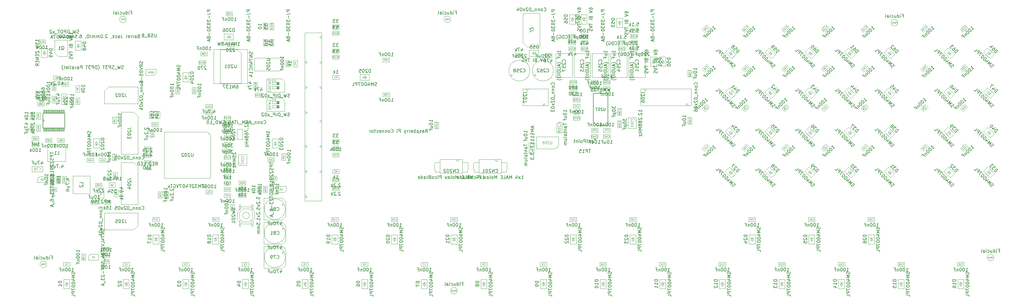
<source format=gbr>
%TF.GenerationSoftware,KiCad,Pcbnew,5.1.5*%
%TF.CreationDate,2020-03-25T20:50:36+01:00*%
%TF.ProjectId,OTTOdiy_SMD,4f54544f-6469-4795-9f53-4d442e6b6963,rev?*%
%TF.SameCoordinates,PX269fb20PYbb65a20*%
%TF.FileFunction,Other,Fab,Bot*%
%FSLAX46Y46*%
G04 Gerber Fmt 4.6, Leading zero omitted, Abs format (unit mm)*
G04 Created by KiCad (PCBNEW 5.1.5) date 2020-03-25 20:50:36*
%MOMM*%
%LPD*%
G04 APERTURE LIST*
%ADD10C,0.100000*%
%ADD11C,0.152400*%
%ADD12C,0.150000*%
%ADD13C,0.080000*%
%ADD14C,0.120000*%
%ADD15C,0.075000*%
%ADD16C,0.105000*%
%ADD17C,0.060000*%
G04 APERTURE END LIST*
D10*
X74950000Y38900000D02*
X76950000Y38900000D01*
X74950000Y40100000D02*
X74950000Y38900000D01*
X76950000Y40100000D02*
X74950000Y40100000D01*
X76950000Y38900000D02*
X76950000Y40100000D01*
X8500000Y35400000D02*
X10500000Y35400000D01*
X8500000Y36600000D02*
X8500000Y35400000D01*
X10500000Y36600000D02*
X8500000Y36600000D01*
X10500000Y35400000D02*
X10500000Y36600000D01*
X63050000Y36750000D02*
X61050000Y36750000D01*
X63050000Y35550000D02*
X63050000Y36750000D01*
X61050000Y35550000D02*
X63050000Y35550000D01*
X61050000Y36750000D02*
X61050000Y35550000D01*
X163100000Y53237500D02*
X161500000Y53237500D01*
X163100000Y56437500D02*
X163100000Y53237500D01*
X161900000Y56437500D02*
X163100000Y56437500D01*
X161500000Y56037500D02*
X161900000Y56437500D01*
X161500000Y53237500D02*
X161500000Y56037500D01*
X153100000Y50137500D02*
X154700000Y50137500D01*
X153100000Y46937500D02*
X153100000Y50137500D01*
X154300000Y46937500D02*
X153100000Y46937500D01*
X154700000Y47337500D02*
X154300000Y46937500D01*
X154700000Y50137500D02*
X154700000Y47337500D01*
X162050000Y52050000D02*
X155350000Y52050000D01*
X155350000Y48350000D02*
X155350000Y52050000D01*
X162050000Y49350000D02*
X162050000Y52050000D01*
X161050000Y48350000D02*
X155350000Y48350000D01*
X161050000Y48350000D02*
X162050000Y49350000D01*
X40550000Y72400000D02*
X37450000Y72400000D01*
X37450000Y72400000D02*
X37450000Y70600000D01*
X39900000Y70600000D02*
X37450000Y70600000D01*
X40550000Y72400000D02*
X40550000Y71250000D01*
X39900000Y70600000D02*
X40550000Y71250000D01*
X57970000Y78415000D02*
X68130000Y78415000D01*
X57970000Y68135000D02*
X57970000Y78415000D01*
X68130000Y68135000D02*
X57970000Y68135000D01*
X68130000Y78415000D02*
X68130000Y68135000D01*
X66225000Y77355000D02*
X65225000Y78355000D01*
X66225000Y68195000D02*
X66225000Y77355000D01*
X59875000Y68195000D02*
X66225000Y68195000D01*
X59875000Y78355000D02*
X59875000Y68195000D01*
X65225000Y78355000D02*
X59875000Y78355000D01*
X15400000Y34800000D02*
X20600000Y34800000D01*
X15400000Y40200000D02*
X15400000Y34800000D01*
X20600000Y40200000D02*
X15400000Y40200000D01*
X20600000Y34800000D02*
X20600000Y40200000D01*
X165350000Y88900000D02*
X165350000Y86100000D01*
X165350000Y86100000D02*
X167150000Y86100000D01*
X167150000Y86100000D02*
X167150000Y88900000D01*
X167150000Y88900000D02*
X165350000Y88900000D01*
X166250000Y88250000D02*
X166250000Y87850000D01*
X166250000Y87850000D02*
X165700000Y87850000D01*
X166250000Y87850000D02*
X166800000Y87850000D01*
X166250000Y87850000D02*
X165850000Y87250000D01*
X165850000Y87250000D02*
X166650000Y87250000D01*
X166650000Y87250000D02*
X166250000Y87850000D01*
X166250000Y87250000D02*
X166250000Y86750000D01*
X156000000Y78150000D02*
X153200000Y78150000D01*
X153200000Y78150000D02*
X153200000Y76350000D01*
X153200000Y76350000D02*
X156000000Y76350000D01*
X156000000Y76350000D02*
X156000000Y78150000D01*
X155350000Y77250000D02*
X154950000Y77250000D01*
X154950000Y77250000D02*
X154950000Y77800000D01*
X154950000Y77250000D02*
X154950000Y76700000D01*
X154950000Y77250000D02*
X154350000Y77650000D01*
X154350000Y77650000D02*
X154350000Y76850000D01*
X154350000Y76850000D02*
X154950000Y77250000D01*
X154350000Y77250000D02*
X153850000Y77250000D01*
X179600000Y87800000D02*
X179600000Y85000000D01*
X179600000Y85000000D02*
X181400000Y85000000D01*
X181400000Y85000000D02*
X181400000Y87800000D01*
X181400000Y87800000D02*
X179600000Y87800000D01*
X180500000Y87150000D02*
X180500000Y86750000D01*
X180500000Y86750000D02*
X179950000Y86750000D01*
X180500000Y86750000D02*
X181050000Y86750000D01*
X180500000Y86750000D02*
X180100000Y86150000D01*
X180100000Y86150000D02*
X180900000Y86150000D01*
X180900000Y86150000D02*
X180500000Y86750000D01*
X180500000Y86150000D02*
X180500000Y85650000D01*
X168850000Y88900000D02*
X168850000Y86100000D01*
X168850000Y86100000D02*
X170650000Y86100000D01*
X170650000Y86100000D02*
X170650000Y88900000D01*
X170650000Y88900000D02*
X168850000Y88900000D01*
X169750000Y88250000D02*
X169750000Y87850000D01*
X169750000Y87850000D02*
X169200000Y87850000D01*
X169750000Y87850000D02*
X170300000Y87850000D01*
X169750000Y87850000D02*
X169350000Y87250000D01*
X169350000Y87250000D02*
X170150000Y87250000D01*
X170150000Y87250000D02*
X169750000Y87850000D01*
X169750000Y87250000D02*
X169750000Y86750000D01*
X191650000Y73350000D02*
X191650000Y76150000D01*
X191650000Y76150000D02*
X189850000Y76150000D01*
X189850000Y76150000D02*
X189850000Y73350000D01*
X189850000Y73350000D02*
X191650000Y73350000D01*
X190750000Y74000000D02*
X190750000Y74400000D01*
X190750000Y74400000D02*
X191300000Y74400000D01*
X190750000Y74400000D02*
X190200000Y74400000D01*
X190750000Y74400000D02*
X191150000Y75000000D01*
X191150000Y75000000D02*
X190350000Y75000000D01*
X190350000Y75000000D02*
X190750000Y74400000D01*
X190750000Y75000000D02*
X190750000Y75500000D01*
X194400000Y73350000D02*
X194400000Y76150000D01*
X194400000Y76150000D02*
X192600000Y76150000D01*
X192600000Y76150000D02*
X192600000Y73350000D01*
X192600000Y73350000D02*
X194400000Y73350000D01*
X193500000Y74000000D02*
X193500000Y74400000D01*
X193500000Y74400000D02*
X194050000Y74400000D01*
X193500000Y74400000D02*
X192950000Y74400000D01*
X193500000Y74400000D02*
X193900000Y75000000D01*
X193900000Y75000000D02*
X193100000Y75000000D01*
X193100000Y75000000D02*
X193500000Y74400000D01*
X193500000Y75000000D02*
X193500000Y75500000D01*
X26850000Y31625000D02*
X26850000Y32825000D01*
X26850000Y32825000D02*
X24850000Y32825000D01*
X24850000Y32825000D02*
X24850000Y31625000D01*
X24850000Y31625000D02*
X26850000Y31625000D01*
X24755000Y35900000D02*
X24305000Y36350000D01*
X22995000Y36350000D02*
X24305000Y36350000D01*
X24755000Y35900000D02*
X24755000Y33450000D01*
X22995000Y33450000D02*
X24755000Y33450000D01*
X22995000Y36350000D02*
X22995000Y33450000D01*
X29100000Y35900000D02*
X27900000Y35900000D01*
X27900000Y35900000D02*
X27900000Y33900000D01*
X27900000Y33900000D02*
X29100000Y33900000D01*
X29100000Y33900000D02*
X29100000Y35900000D01*
X27475000Y37425000D02*
X27725000Y37425000D01*
X27475000Y37775000D02*
X26975000Y37425000D01*
X27475000Y37075000D02*
X27475000Y37775000D01*
X26975000Y37425000D02*
X27475000Y37075000D01*
X26975000Y37425000D02*
X26775000Y37425000D01*
X26975000Y37075000D02*
X26975000Y37775000D01*
X26375000Y38125000D02*
X26375000Y36725000D01*
X28175000Y38125000D02*
X26375000Y38125000D01*
X28175000Y36725000D02*
X28175000Y38125000D01*
X26375000Y36725000D02*
X28175000Y36725000D01*
X24175000Y36800000D02*
X24175000Y38000000D01*
X24175000Y38000000D02*
X22175000Y38000000D01*
X22175000Y38000000D02*
X22175000Y36800000D01*
X22175000Y36800000D02*
X24175000Y36800000D01*
X20850000Y32750000D02*
X20850000Y31550000D01*
X20850000Y31550000D02*
X22850000Y31550000D01*
X22850000Y31550000D02*
X22850000Y32750000D01*
X22850000Y32750000D02*
X20850000Y32750000D01*
X124622300Y56500900D02*
X124622300Y54500900D01*
X125822300Y56500900D02*
X124622300Y56500900D01*
X125822300Y54500900D02*
X125822300Y56500900D01*
X124622300Y54500900D02*
X125822300Y54500900D01*
X183050000Y57800000D02*
X185550000Y57800000D01*
X185550000Y57800000D02*
X185550000Y54600000D01*
X185550000Y54600000D02*
X183050000Y54600000D01*
X183050000Y54600000D02*
X183050000Y57800000D01*
X184550000Y57800000D02*
X185550000Y56800000D01*
X67900000Y43400000D02*
X65400000Y43400000D01*
X65400000Y43400000D02*
X65400000Y46600000D01*
X65400000Y46600000D02*
X67900000Y46600000D01*
X67900000Y46600000D02*
X67900000Y43400000D01*
X66400000Y43400000D02*
X65400000Y44400000D01*
X143302500Y44484893D02*
X142802500Y45192000D01*
X143802500Y45192000D02*
X143302500Y44484893D01*
X136552500Y41392000D02*
X138052500Y41392000D01*
X136552500Y41992000D02*
X136552500Y41392000D01*
X136352500Y42192000D02*
X136552500Y41992000D01*
X136352500Y43992000D02*
X136352500Y42192000D01*
X136552500Y44192000D02*
X136352500Y43992000D01*
X138052500Y44192000D02*
X136552500Y44192000D01*
X146302500Y41392000D02*
X144802500Y41392000D01*
X146302500Y41992000D02*
X146302500Y41392000D01*
X146502500Y42192000D02*
X146302500Y41992000D01*
X146502500Y43992000D02*
X146502500Y42192000D01*
X146302500Y44192000D02*
X146502500Y43992000D01*
X144802500Y44192000D02*
X146302500Y44192000D01*
X138052500Y45192000D02*
X138052500Y40992000D01*
X144802500Y45192000D02*
X144802500Y40992000D01*
X144802500Y40992000D02*
X138052500Y40992000D01*
X144802500Y45192000D02*
X138052500Y45192000D01*
X78789838Y31795000D02*
X78789838Y31165000D01*
X79104838Y31480000D02*
X78474838Y31480000D01*
X79700000Y27850000D02*
X78700000Y26850000D01*
X79700000Y32450000D02*
X78700000Y33450000D01*
X79700000Y32450000D02*
X79700000Y27850000D01*
X78700000Y26850000D02*
X73100000Y26850000D01*
X78700000Y33450000D02*
X73100000Y33450000D01*
X73100000Y33450000D02*
X73100000Y26850000D01*
X79550000Y30150000D02*
G75*
G03X79550000Y30150000I-3150000J0D01*
G01*
X78789838Y24545000D02*
X78789838Y23915000D01*
X79104838Y24230000D02*
X78474838Y24230000D01*
X79700000Y20600000D02*
X78700000Y19600000D01*
X79700000Y25200000D02*
X78700000Y26200000D01*
X79700000Y25200000D02*
X79700000Y20600000D01*
X78700000Y19600000D02*
X73100000Y19600000D01*
X78700000Y26200000D02*
X73100000Y26200000D01*
X73100000Y26200000D02*
X73100000Y19600000D01*
X79550000Y22900000D02*
G75*
G03X79550000Y22900000I-3150000J0D01*
G01*
X78789838Y17295000D02*
X78789838Y16665000D01*
X79104838Y16980000D02*
X78474838Y16980000D01*
X79700000Y13350000D02*
X78700000Y12350000D01*
X79700000Y17950000D02*
X78700000Y18950000D01*
X79700000Y17950000D02*
X79700000Y13350000D01*
X78700000Y12350000D02*
X73100000Y12350000D01*
X78700000Y18950000D02*
X73100000Y18950000D01*
X73100000Y18950000D02*
X73100000Y12350000D01*
X79550000Y15650000D02*
G75*
G03X79550000Y15650000I-3150000J0D01*
G01*
X154971028Y70311500D02*
X154971028Y70941500D01*
X154656028Y70626500D02*
X155286028Y70626500D01*
X160500000Y72000000D02*
G75*
G03X160500000Y72000000I-3150000J0D01*
G01*
X147871028Y70311500D02*
X147871028Y70941500D01*
X147556028Y70626500D02*
X148186028Y70626500D01*
X153400000Y72000000D02*
G75*
G03X153400000Y72000000I-3150000J0D01*
G01*
X95800000Y85850000D02*
X93800000Y85850000D01*
X95800000Y84650000D02*
X95800000Y85850000D01*
X93800000Y84650000D02*
X95800000Y84650000D01*
X93800000Y85850000D02*
X93800000Y84650000D01*
X61050000Y57050000D02*
X63050000Y57050000D01*
X61050000Y58250000D02*
X61050000Y57050000D01*
X63050000Y58250000D02*
X61050000Y58250000D01*
X63050000Y57050000D02*
X63050000Y58250000D01*
X95800000Y78600000D02*
X93800000Y78600000D01*
X95800000Y77400000D02*
X95800000Y78600000D01*
X93800000Y77400000D02*
X95800000Y77400000D01*
X93800000Y78600000D02*
X93800000Y77400000D01*
X95800000Y51250000D02*
X93800000Y51250000D01*
X95800000Y50050000D02*
X95800000Y51250000D01*
X93800000Y50050000D02*
X95800000Y50050000D01*
X93800000Y51250000D02*
X93800000Y50050000D01*
X95800000Y83950000D02*
X93800000Y83950000D01*
X95800000Y82750000D02*
X95800000Y83950000D01*
X93800000Y82750000D02*
X95800000Y82750000D01*
X93800000Y83950000D02*
X93800000Y82750000D01*
X168500000Y58250000D02*
X166500000Y58250000D01*
X168500000Y57050000D02*
X168500000Y58250000D01*
X166500000Y57050000D02*
X168500000Y57050000D01*
X166500000Y58250000D02*
X166500000Y57050000D01*
X95800000Y76700000D02*
X93800000Y76700000D01*
X95800000Y75500000D02*
X95800000Y76700000D01*
X93800000Y75500000D02*
X95800000Y75500000D01*
X93800000Y76700000D02*
X93800000Y75500000D01*
X95800000Y49200000D02*
X93800000Y49200000D01*
X95800000Y48000000D02*
X95800000Y49200000D01*
X93800000Y48000000D02*
X95800000Y48000000D01*
X93800000Y49200000D02*
X93800000Y48000000D01*
X158000000Y76025000D02*
X160000000Y76025000D01*
X158000000Y77225000D02*
X158000000Y76025000D01*
X160000000Y77225000D02*
X158000000Y77225000D01*
X160000000Y76025000D02*
X160000000Y77225000D01*
X165150000Y81800000D02*
X167150000Y81800000D01*
X165150000Y83000000D02*
X165150000Y81800000D01*
X167150000Y83000000D02*
X165150000Y83000000D01*
X167150000Y81800000D02*
X167150000Y83000000D01*
X151125000Y77225000D02*
X149125000Y77225000D01*
X151125000Y76025000D02*
X151125000Y77225000D01*
X149125000Y76025000D02*
X151125000Y76025000D01*
X149125000Y77225000D02*
X149125000Y76025000D01*
X165500000Y66050000D02*
X167500000Y66050000D01*
X165500000Y67250000D02*
X165500000Y66050000D01*
X167500000Y67250000D02*
X165500000Y67250000D01*
X167500000Y66050000D02*
X167500000Y67250000D01*
X165500000Y67950000D02*
X167500000Y67950000D01*
X165500000Y69150000D02*
X165500000Y67950000D01*
X167500000Y69150000D02*
X165500000Y69150000D01*
X167500000Y67950000D02*
X167500000Y69150000D01*
X170850000Y79200000D02*
X168850000Y79200000D01*
X170850000Y78000000D02*
X170850000Y79200000D01*
X168850000Y78000000D02*
X170850000Y78000000D01*
X168850000Y79200000D02*
X168850000Y78000000D01*
X182150000Y81100000D02*
X180150000Y81100000D01*
X182150000Y79900000D02*
X182150000Y81100000D01*
X180150000Y79900000D02*
X182150000Y79900000D01*
X180150000Y81100000D02*
X180150000Y79900000D01*
X170850000Y81100000D02*
X168850000Y81100000D01*
X170850000Y79900000D02*
X170850000Y81100000D01*
X168850000Y79900000D02*
X170850000Y79900000D01*
X168850000Y81100000D02*
X168850000Y79900000D01*
X185850000Y83000000D02*
X183850000Y83000000D01*
X185850000Y81800000D02*
X185850000Y83000000D01*
X183850000Y81800000D02*
X185850000Y81800000D01*
X183850000Y83000000D02*
X183850000Y81800000D01*
X165150000Y78000000D02*
X167150000Y78000000D01*
X165150000Y79200000D02*
X165150000Y78000000D01*
X167150000Y79200000D02*
X165150000Y79200000D01*
X167150000Y78000000D02*
X167150000Y79200000D01*
X170850000Y83000000D02*
X168850000Y83000000D01*
X170850000Y81800000D02*
X170850000Y83000000D01*
X168850000Y81800000D02*
X170850000Y81800000D01*
X168850000Y83000000D02*
X168850000Y81800000D01*
X183850000Y79900000D02*
X185850000Y79900000D01*
X183850000Y81100000D02*
X183850000Y79900000D01*
X185850000Y81100000D02*
X183850000Y81100000D01*
X185850000Y79900000D02*
X185850000Y81100000D01*
X185850000Y84900000D02*
X183850000Y84900000D01*
X185850000Y83700000D02*
X185850000Y84900000D01*
X183850000Y83700000D02*
X185850000Y83700000D01*
X183850000Y84900000D02*
X183850000Y83700000D01*
X62000000Y79250000D02*
X64000000Y79250000D01*
X62000000Y80450000D02*
X62000000Y79250000D01*
X64000000Y80450000D02*
X62000000Y80450000D01*
X64000000Y79250000D02*
X64000000Y80450000D01*
X53450000Y73850000D02*
X55450000Y73850000D01*
X53450000Y75050000D02*
X53450000Y73850000D01*
X55450000Y75050000D02*
X53450000Y75050000D01*
X55450000Y73850000D02*
X55450000Y75050000D01*
X74850000Y86400000D02*
X74850000Y84400000D01*
X76050000Y86400000D02*
X74850000Y86400000D01*
X76050000Y84400000D02*
X76050000Y86400000D01*
X74850000Y84400000D02*
X76050000Y84400000D01*
X72950000Y86400000D02*
X72950000Y84400000D01*
X74150000Y86400000D02*
X72950000Y86400000D01*
X74150000Y84400000D02*
X74150000Y86400000D01*
X72950000Y84400000D02*
X74150000Y84400000D01*
X74150000Y79450000D02*
X74150000Y81450000D01*
X72950000Y79450000D02*
X74150000Y79450000D01*
X72950000Y81450000D02*
X72950000Y79450000D01*
X74150000Y81450000D02*
X72950000Y81450000D01*
X74850000Y81450000D02*
X74850000Y79450000D01*
X76050000Y81450000D02*
X74850000Y81450000D01*
X76050000Y79450000D02*
X76050000Y81450000D01*
X74850000Y79450000D02*
X76050000Y79450000D01*
X24450000Y17500000D02*
X26450000Y17500000D01*
X24450000Y18700000D02*
X24450000Y17500000D01*
X26450000Y18700000D02*
X24450000Y18700000D01*
X26450000Y17500000D02*
X26450000Y18700000D01*
X38950000Y46950000D02*
X36950000Y46950000D01*
X38950000Y45750000D02*
X38950000Y46950000D01*
X36950000Y45750000D02*
X38950000Y45750000D01*
X36950000Y46950000D02*
X36950000Y45750000D01*
X36950000Y47800000D02*
X38950000Y47800000D01*
X36950000Y49000000D02*
X36950000Y47800000D01*
X38950000Y49000000D02*
X36950000Y49000000D01*
X38950000Y47800000D02*
X38950000Y49000000D01*
X93800000Y35800000D02*
X95800000Y35800000D01*
X93800000Y37000000D02*
X93800000Y35800000D01*
X95800000Y37000000D02*
X93800000Y37000000D01*
X95800000Y35800000D02*
X95800000Y37000000D01*
X72450000Y65250000D02*
X70450000Y65250000D01*
X72450000Y64050000D02*
X72450000Y65250000D01*
X70450000Y64050000D02*
X72450000Y64050000D01*
X70450000Y65250000D02*
X70450000Y64050000D01*
X69950000Y68450000D02*
X69950000Y66450000D01*
X71150000Y68450000D02*
X69950000Y68450000D01*
X71150000Y66450000D02*
X71150000Y68450000D01*
X69950000Y66450000D02*
X71150000Y66450000D01*
X93800000Y38350000D02*
X95800000Y38350000D01*
X93800000Y39550000D02*
X93800000Y38350000D01*
X95800000Y39550000D02*
X93800000Y39550000D01*
X95800000Y38350000D02*
X95800000Y39550000D01*
X12250000Y40050000D02*
X12250000Y38050000D01*
X13450000Y40050000D02*
X12250000Y40050000D01*
X13450000Y38050000D02*
X13450000Y40050000D01*
X12250000Y38050000D02*
X13450000Y38050000D01*
X71050000Y37150000D02*
X71050000Y35150000D01*
X72250000Y37150000D02*
X71050000Y37150000D01*
X72250000Y35150000D02*
X72250000Y37150000D01*
X71050000Y35150000D02*
X72250000Y35150000D01*
X65550000Y37450000D02*
X67550000Y37450000D01*
X65550000Y38650000D02*
X65550000Y37450000D01*
X67550000Y38650000D02*
X65550000Y38650000D01*
X67550000Y37450000D02*
X67550000Y38650000D01*
X65550000Y35550000D02*
X67550000Y35550000D01*
X65550000Y36750000D02*
X65550000Y35550000D01*
X67550000Y36750000D02*
X65550000Y36750000D01*
X67550000Y35550000D02*
X67550000Y36750000D01*
X36950000Y43700000D02*
X38950000Y43700000D01*
X36950000Y44900000D02*
X36950000Y43700000D01*
X38950000Y44900000D02*
X36950000Y44900000D01*
X38950000Y43700000D02*
X38950000Y44900000D01*
X24450000Y13700000D02*
X26450000Y13700000D01*
X24450000Y14900000D02*
X24450000Y13700000D01*
X26450000Y14900000D02*
X24450000Y14900000D01*
X26450000Y13700000D02*
X26450000Y14900000D01*
X95800000Y47150000D02*
X93800000Y47150000D01*
X95800000Y45950000D02*
X95800000Y47150000D01*
X93800000Y45950000D02*
X95800000Y45950000D01*
X93800000Y47150000D02*
X93800000Y45950000D01*
X2500000Y59300000D02*
X2500000Y57300000D01*
X3700000Y59300000D02*
X2500000Y59300000D01*
X3700000Y57300000D02*
X3700000Y59300000D01*
X2500000Y57300000D02*
X3700000Y57300000D01*
X6100000Y65700000D02*
X6100000Y63700000D01*
X7300000Y65700000D02*
X6100000Y65700000D01*
X7300000Y63700000D02*
X7300000Y65700000D01*
X6100000Y63700000D02*
X7300000Y63700000D01*
X72950000Y37150000D02*
X72950000Y35150000D01*
X74150000Y37150000D02*
X72950000Y37150000D01*
X74150000Y35150000D02*
X74150000Y37150000D01*
X72950000Y35150000D02*
X74150000Y35150000D01*
X9100000Y68000000D02*
X9100000Y66000000D01*
X10300000Y68000000D02*
X9100000Y68000000D01*
X10300000Y66000000D02*
X10300000Y68000000D01*
X9100000Y66000000D02*
X10300000Y66000000D01*
X3100000Y49000000D02*
X5100000Y49000000D01*
X3100000Y50200000D02*
X3100000Y49000000D01*
X5100000Y50200000D02*
X3100000Y50200000D01*
X5100000Y49000000D02*
X5100000Y50200000D01*
X5100000Y80100000D02*
X7100000Y80100000D01*
X5100000Y81300000D02*
X5100000Y80100000D01*
X7100000Y81300000D02*
X5100000Y81300000D01*
X7100000Y80100000D02*
X7100000Y81300000D01*
X26450000Y16800000D02*
X24450000Y16800000D01*
X26450000Y15600000D02*
X26450000Y16800000D01*
X24450000Y15600000D02*
X26450000Y15600000D01*
X24450000Y16800000D02*
X24450000Y15600000D01*
X10350000Y40050000D02*
X10350000Y38050000D01*
X11550000Y40050000D02*
X10350000Y40050000D01*
X11550000Y38050000D02*
X11550000Y40050000D01*
X10350000Y38050000D02*
X11550000Y38050000D01*
X9600000Y69200000D02*
X11600000Y69200000D01*
X9600000Y70400000D02*
X9600000Y69200000D01*
X11600000Y70400000D02*
X9600000Y70400000D01*
X11600000Y69200000D02*
X11600000Y70400000D01*
X40500000Y59650000D02*
X40500000Y57650000D01*
X41700000Y59650000D02*
X40500000Y59650000D01*
X41700000Y57650000D02*
X41700000Y59650000D01*
X40500000Y57650000D02*
X41700000Y57650000D01*
X39650000Y57650000D02*
X39650000Y59650000D01*
X38450000Y57650000D02*
X39650000Y57650000D01*
X38450000Y59650000D02*
X38450000Y57650000D01*
X39650000Y59650000D02*
X38450000Y59650000D01*
X17450000Y65500000D02*
X17450000Y67500000D01*
X16250000Y65500000D02*
X17450000Y65500000D01*
X16250000Y67500000D02*
X16250000Y65500000D01*
X17450000Y67500000D02*
X16250000Y67500000D01*
X61050000Y43150000D02*
X63050000Y43150000D01*
X61050000Y44350000D02*
X61050000Y43150000D01*
X63050000Y44350000D02*
X61050000Y44350000D01*
X63050000Y43150000D02*
X63050000Y44350000D01*
X93800000Y40900000D02*
X95800000Y40900000D01*
X93800000Y42100000D02*
X93800000Y40900000D01*
X95800000Y42100000D02*
X93800000Y42100000D01*
X95800000Y40900000D02*
X95800000Y42100000D01*
X81950000Y75150000D02*
X81950000Y73150000D01*
X83150000Y75150000D02*
X81950000Y75150000D01*
X83150000Y73150000D02*
X83150000Y75150000D01*
X81950000Y73150000D02*
X83150000Y73150000D01*
X95800000Y70600000D02*
X93800000Y70600000D01*
X95800000Y69400000D02*
X95800000Y70600000D01*
X93800000Y69400000D02*
X95800000Y69400000D01*
X93800000Y70600000D02*
X93800000Y69400000D01*
X181050000Y54850000D02*
X181050000Y56850000D01*
X179850000Y54850000D02*
X181050000Y54850000D01*
X179850000Y56850000D02*
X179850000Y54850000D01*
X181050000Y56850000D02*
X179850000Y56850000D01*
X179850000Y60550000D02*
X179850000Y58550000D01*
X181050000Y60550000D02*
X179850000Y60550000D01*
X181050000Y58550000D02*
X181050000Y60550000D01*
X179850000Y58550000D02*
X181050000Y58550000D01*
X177600000Y69100000D02*
X175600000Y69100000D01*
X177600000Y67900000D02*
X177600000Y69100000D01*
X175600000Y67900000D02*
X177600000Y67900000D01*
X175600000Y69100000D02*
X175600000Y67900000D01*
X201100000Y57850000D02*
X201100000Y55850000D01*
X202300000Y57850000D02*
X201100000Y57850000D01*
X202300000Y55850000D02*
X202300000Y57850000D01*
X201100000Y55850000D02*
X202300000Y55850000D01*
X202300000Y70150000D02*
X202300000Y72150000D01*
X201100000Y70150000D02*
X202300000Y70150000D01*
X201100000Y72150000D02*
X201100000Y70150000D01*
X202300000Y72150000D02*
X201100000Y72150000D01*
X167150000Y81100000D02*
X165150000Y81100000D01*
X167150000Y79900000D02*
X167150000Y81100000D01*
X165150000Y79900000D02*
X167150000Y79900000D01*
X165150000Y81100000D02*
X165150000Y79900000D01*
X182150000Y79200000D02*
X180150000Y79200000D01*
X182150000Y78000000D02*
X182150000Y79200000D01*
X180150000Y78000000D02*
X182150000Y78000000D01*
X180150000Y79200000D02*
X180150000Y78000000D01*
X183850000Y78000000D02*
X185850000Y78000000D01*
X183850000Y79200000D02*
X183850000Y78000000D01*
X185850000Y79200000D02*
X183850000Y79200000D01*
X185850000Y78000000D02*
X185850000Y79200000D01*
X168500000Y63750000D02*
X166500000Y63750000D01*
X168500000Y62550000D02*
X168500000Y63750000D01*
X166500000Y62550000D02*
X168500000Y62550000D01*
X166500000Y63750000D02*
X166500000Y62550000D01*
X175650000Y51500000D02*
X177650000Y51500000D01*
X175650000Y52700000D02*
X175650000Y51500000D01*
X177650000Y52700000D02*
X175650000Y52700000D01*
X177650000Y51500000D02*
X177650000Y52700000D01*
X171900000Y67900000D02*
X173900000Y67900000D01*
X171900000Y69100000D02*
X171900000Y67900000D01*
X173900000Y69100000D02*
X171900000Y69100000D01*
X173900000Y67900000D02*
X173900000Y69100000D01*
X171950000Y51500000D02*
X173950000Y51500000D01*
X171950000Y52700000D02*
X171950000Y51500000D01*
X173950000Y52700000D02*
X171950000Y52700000D01*
X173950000Y51500000D02*
X173950000Y52700000D01*
X27400000Y46850000D02*
X27400000Y44850000D01*
X28600000Y46850000D02*
X27400000Y46850000D01*
X28600000Y44850000D02*
X28600000Y46850000D01*
X27400000Y44850000D02*
X28600000Y44850000D01*
X38700000Y53900000D02*
X38700000Y51900000D01*
X39900000Y53900000D02*
X38700000Y53900000D01*
X39900000Y51900000D02*
X39900000Y53900000D01*
X38700000Y51900000D02*
X39900000Y51900000D01*
X44300000Y33450000D02*
X44300000Y35450000D01*
X43100000Y33450000D02*
X44300000Y33450000D01*
X43100000Y35450000D02*
X43100000Y33450000D01*
X44300000Y35450000D02*
X43100000Y35450000D01*
X63050000Y38650000D02*
X61050000Y38650000D01*
X63050000Y37450000D02*
X63050000Y38650000D01*
X61050000Y37450000D02*
X63050000Y37450000D01*
X61050000Y38650000D02*
X61050000Y37450000D01*
X61050000Y55150000D02*
X63050000Y55150000D01*
X61050000Y56350000D02*
X61050000Y55150000D01*
X63050000Y56350000D02*
X61050000Y56350000D01*
X63050000Y55150000D02*
X63050000Y56350000D01*
X55500000Y60650000D02*
X57500000Y60650000D01*
X55500000Y61850000D02*
X55500000Y60650000D01*
X57500000Y61850000D02*
X55500000Y61850000D01*
X57500000Y60650000D02*
X57500000Y61850000D01*
X63050000Y46400000D02*
X61050000Y46400000D01*
X63050000Y45200000D02*
X63050000Y46400000D01*
X61050000Y45200000D02*
X63050000Y45200000D01*
X61050000Y46400000D02*
X61050000Y45200000D01*
X63050000Y48300000D02*
X61050000Y48300000D01*
X63050000Y47100000D02*
X63050000Y48300000D01*
X61050000Y47100000D02*
X63050000Y47100000D01*
X61050000Y48300000D02*
X61050000Y47100000D01*
X284217157Y83618629D02*
X285631371Y85032843D01*
X283368629Y84467157D02*
X284217157Y83618629D01*
X284782843Y85881371D02*
X283368629Y84467157D01*
X285631371Y85032843D02*
X284782843Y85881371D01*
X272217157Y83618629D02*
X273631371Y85032843D01*
X271368629Y84467157D02*
X272217157Y83618629D01*
X272782843Y85881371D02*
X271368629Y84467157D01*
X273631371Y85032843D02*
X272782843Y85881371D01*
X254217157Y83618629D02*
X255631371Y85032843D01*
X253368629Y84467157D02*
X254217157Y83618629D01*
X254782843Y85881371D02*
X253368629Y84467157D01*
X255631371Y85032843D02*
X254782843Y85881371D01*
X242217157Y83618629D02*
X243631371Y85032843D01*
X241368629Y84467157D02*
X242217157Y83618629D01*
X242782843Y85881371D02*
X241368629Y84467157D01*
X243631371Y85032843D02*
X242782843Y85881371D01*
X230217157Y83618629D02*
X231631371Y85032843D01*
X229368629Y84467157D02*
X230217157Y83618629D01*
X230782843Y85881371D02*
X229368629Y84467157D01*
X231631371Y85032843D02*
X230782843Y85881371D01*
X218217157Y83618629D02*
X219631371Y85032843D01*
X217368629Y84467157D02*
X218217157Y83618629D01*
X218782843Y85881371D02*
X217368629Y84467157D01*
X219631371Y85032843D02*
X218782843Y85881371D01*
X206217157Y83618629D02*
X207631371Y85032843D01*
X205368629Y84467157D02*
X206217157Y83618629D01*
X206782843Y85881371D02*
X205368629Y84467157D01*
X207631371Y85032843D02*
X206782843Y85881371D01*
X61625000Y88600000D02*
X63625000Y88600000D01*
X61625000Y89800000D02*
X61625000Y88600000D01*
X63625000Y89800000D02*
X61625000Y89800000D01*
X63625000Y88600000D02*
X63625000Y89800000D01*
X63050000Y52400000D02*
X61050000Y52400000D01*
X63050000Y51200000D02*
X63050000Y52400000D01*
X61050000Y51200000D02*
X63050000Y51200000D01*
X61050000Y52400000D02*
X61050000Y51200000D01*
X63050000Y54300000D02*
X61050000Y54300000D01*
X63050000Y53100000D02*
X63050000Y54300000D01*
X61050000Y53100000D02*
X63050000Y53100000D01*
X61050000Y54300000D02*
X61050000Y53100000D01*
X2500000Y55600000D02*
X2500000Y53600000D01*
X3700000Y55600000D02*
X2500000Y55600000D01*
X3700000Y53600000D02*
X3700000Y55600000D01*
X2500000Y53600000D02*
X3700000Y53600000D01*
X5400000Y63700000D02*
X5400000Y65700000D01*
X4200000Y63700000D02*
X5400000Y63700000D01*
X4200000Y65700000D02*
X4200000Y63700000D01*
X5400000Y65700000D02*
X4200000Y65700000D01*
X10800000Y50300000D02*
X12800000Y50300000D01*
X10800000Y51500000D02*
X10800000Y50300000D01*
X12800000Y51500000D02*
X10800000Y51500000D01*
X12800000Y50300000D02*
X12800000Y51500000D01*
X16250000Y63800000D02*
X16250000Y61800000D01*
X17450000Y63800000D02*
X16250000Y63800000D01*
X17450000Y61800000D02*
X17450000Y63800000D01*
X16250000Y61800000D02*
X17450000Y61800000D01*
X6800000Y62500000D02*
X4800000Y62500000D01*
X6800000Y61300000D02*
X6800000Y62500000D01*
X4800000Y61300000D02*
X6800000Y61300000D01*
X4800000Y62500000D02*
X4800000Y61300000D01*
X27575000Y39250000D02*
X28775000Y39250000D01*
X28775000Y39250000D02*
X28775000Y41250000D01*
X28775000Y41250000D02*
X27575000Y41250000D01*
X27575000Y41250000D02*
X27575000Y39250000D01*
X76050000Y35150000D02*
X76050000Y37150000D01*
X74850000Y35150000D02*
X76050000Y35150000D01*
X74850000Y37150000D02*
X74850000Y35150000D01*
X76050000Y37150000D02*
X74850000Y37150000D01*
X3100000Y50900000D02*
X5100000Y50900000D01*
X3100000Y52100000D02*
X3100000Y50900000D01*
X5100000Y52100000D02*
X3100000Y52100000D01*
X5100000Y50900000D02*
X5100000Y52100000D01*
X7100000Y50300000D02*
X9100000Y50300000D01*
X7100000Y51500000D02*
X7100000Y50300000D01*
X9100000Y51500000D02*
X7100000Y51500000D01*
X9100000Y50300000D02*
X9100000Y51500000D01*
X14200000Y68500000D02*
X12200000Y68500000D01*
X14200000Y67300000D02*
X14200000Y68500000D01*
X12200000Y67300000D02*
X14200000Y67300000D01*
X12200000Y68500000D02*
X12200000Y67300000D01*
X9100000Y64300000D02*
X9100000Y62300000D01*
X10300000Y64300000D02*
X9100000Y64300000D01*
X10300000Y62300000D02*
X10300000Y64300000D01*
X9100000Y62300000D02*
X10300000Y62300000D01*
X18050000Y16650000D02*
X18050000Y14650000D01*
X19250000Y16650000D02*
X18050000Y16650000D01*
X19250000Y14650000D02*
X19250000Y16650000D01*
X18050000Y14650000D02*
X19250000Y14650000D01*
X8450000Y40050000D02*
X8450000Y38050000D01*
X9650000Y40050000D02*
X8450000Y40050000D01*
X9650000Y38050000D02*
X9650000Y40050000D01*
X8450000Y38050000D02*
X9650000Y38050000D01*
X175600000Y66000000D02*
X177600000Y66000000D01*
X175600000Y67200000D02*
X175600000Y66000000D01*
X177600000Y67200000D02*
X175600000Y67200000D01*
X177600000Y66000000D02*
X177600000Y67200000D01*
X166500000Y60650000D02*
X168500000Y60650000D01*
X166500000Y61850000D02*
X166500000Y60650000D01*
X168500000Y61850000D02*
X166500000Y61850000D01*
X168500000Y60650000D02*
X168500000Y61850000D01*
X173900000Y67200000D02*
X171900000Y67200000D01*
X173900000Y66000000D02*
X173900000Y67200000D01*
X171900000Y66000000D02*
X173900000Y66000000D01*
X171900000Y67200000D02*
X171900000Y66000000D01*
X177650000Y54600000D02*
X175650000Y54600000D01*
X177650000Y53400000D02*
X177650000Y54600000D01*
X175650000Y53400000D02*
X177650000Y53400000D01*
X175650000Y54600000D02*
X175650000Y53400000D01*
X173950000Y54600000D02*
X171950000Y54600000D01*
X173950000Y53400000D02*
X173950000Y54600000D01*
X171950000Y53400000D02*
X173950000Y53400000D01*
X171950000Y54600000D02*
X171950000Y53400000D01*
X79650000Y75150000D02*
X79650000Y73150000D01*
X80850000Y75150000D02*
X79650000Y75150000D01*
X80850000Y73150000D02*
X80850000Y75150000D01*
X79650000Y73150000D02*
X80850000Y73150000D01*
X55975000Y77675000D02*
X53975000Y77675000D01*
X55975000Y76475000D02*
X55975000Y77675000D01*
X53975000Y76475000D02*
X55975000Y76475000D01*
X53975000Y77675000D02*
X53975000Y76475000D01*
X111000000Y75850000D02*
X109000000Y75850000D01*
X111000000Y74650000D02*
X111000000Y75850000D01*
X109000000Y74650000D02*
X111000000Y74650000D01*
X109000000Y75850000D02*
X109000000Y74650000D01*
X109000000Y64150000D02*
X111000000Y64150000D01*
X109000000Y65350000D02*
X109000000Y64150000D01*
X111000000Y65350000D02*
X109000000Y65350000D01*
X111000000Y64150000D02*
X111000000Y65350000D01*
X79600000Y44950000D02*
X79600000Y46950000D01*
X78400000Y44950000D02*
X79600000Y44950000D01*
X78400000Y46950000D02*
X78400000Y44950000D01*
X79600000Y46950000D02*
X78400000Y46950000D01*
X76250000Y45650000D02*
X74250000Y45650000D01*
X76250000Y44450000D02*
X76250000Y45650000D01*
X74250000Y44450000D02*
X76250000Y44450000D01*
X74250000Y45650000D02*
X74250000Y44450000D01*
X52600000Y64950000D02*
X52600000Y66950000D01*
X51400000Y64950000D02*
X52600000Y64950000D01*
X51400000Y66950000D02*
X51400000Y64950000D01*
X52600000Y66950000D02*
X51400000Y66950000D01*
X46400000Y66950000D02*
X46400000Y64950000D01*
X47600000Y66950000D02*
X46400000Y66950000D01*
X47600000Y64950000D02*
X47600000Y66950000D01*
X46400000Y64950000D02*
X47600000Y64950000D01*
X25350000Y45550000D02*
X23350000Y45550000D01*
X25350000Y44350000D02*
X25350000Y45550000D01*
X23350000Y44350000D02*
X25350000Y44350000D01*
X23350000Y45550000D02*
X23350000Y44350000D01*
X21650000Y45550000D02*
X19650000Y45550000D01*
X21650000Y44350000D02*
X21650000Y45550000D01*
X19650000Y44350000D02*
X21650000Y44350000D01*
X19650000Y45550000D02*
X19650000Y44350000D01*
X28600000Y56000000D02*
X28600000Y58000000D01*
X27400000Y56000000D02*
X28600000Y56000000D01*
X27400000Y58000000D02*
X27400000Y56000000D01*
X28600000Y58000000D02*
X27400000Y58000000D01*
X61050000Y33650000D02*
X63050000Y33650000D01*
X61050000Y34850000D02*
X61050000Y33650000D01*
X63050000Y34850000D02*
X61050000Y34850000D01*
X63050000Y33650000D02*
X63050000Y34850000D01*
X67550000Y34850000D02*
X65550000Y34850000D01*
X67550000Y33650000D02*
X67550000Y34850000D01*
X65550000Y33650000D02*
X67550000Y33650000D01*
X65550000Y34850000D02*
X65550000Y33650000D01*
X63050000Y40550000D02*
X61050000Y40550000D01*
X63050000Y39350000D02*
X63050000Y40550000D01*
X61050000Y39350000D02*
X63050000Y39350000D01*
X61050000Y40550000D02*
X61050000Y39350000D01*
X55500000Y58750000D02*
X57500000Y58750000D01*
X55500000Y59950000D02*
X55500000Y58750000D01*
X57500000Y59950000D02*
X55500000Y59950000D01*
X57500000Y58750000D02*
X57500000Y59950000D01*
X39200000Y55100000D02*
X41200000Y55100000D01*
X39200000Y56300000D02*
X39200000Y55100000D01*
X41200000Y56300000D02*
X39200000Y56300000D01*
X41200000Y55100000D02*
X41200000Y56300000D01*
X42400000Y33450000D02*
X42400000Y35450000D01*
X41200000Y33450000D02*
X42400000Y33450000D01*
X41200000Y35450000D02*
X41200000Y33450000D01*
X42400000Y35450000D02*
X41200000Y35450000D01*
X57550000Y35950000D02*
X55550000Y35950000D01*
X57550000Y34750000D02*
X57550000Y35950000D01*
X55550000Y34750000D02*
X57550000Y34750000D01*
X55550000Y35950000D02*
X55550000Y34750000D01*
X63050000Y42450000D02*
X61050000Y42450000D01*
X63050000Y41250000D02*
X63050000Y42450000D01*
X61050000Y41250000D02*
X63050000Y41250000D01*
X61050000Y42450000D02*
X61050000Y41250000D01*
X63050000Y50350000D02*
X61050000Y50350000D01*
X63050000Y49150000D02*
X63050000Y50350000D01*
X61050000Y49150000D02*
X63050000Y49150000D01*
X61050000Y50350000D02*
X61050000Y49150000D01*
X62900000Y31650000D02*
X62900000Y29650000D01*
X64100000Y31650000D02*
X62900000Y31650000D01*
X64100000Y29650000D02*
X64100000Y31650000D01*
X62900000Y29650000D02*
X64100000Y29650000D01*
X284217157Y71618629D02*
X285631371Y73032843D01*
X283368629Y72467157D02*
X284217157Y71618629D01*
X284782843Y73881371D02*
X283368629Y72467157D01*
X285631371Y73032843D02*
X284782843Y73881371D01*
X272217157Y71618629D02*
X273631371Y73032843D01*
X271368629Y72467157D02*
X272217157Y71618629D01*
X272782843Y73881371D02*
X271368629Y72467157D01*
X273631371Y73032843D02*
X272782843Y73881371D01*
X254217157Y71618629D02*
X255631371Y73032843D01*
X253368629Y72467157D02*
X254217157Y71618629D01*
X254782843Y73881371D02*
X253368629Y72467157D01*
X255631371Y73032843D02*
X254782843Y73881371D01*
X242217157Y71618629D02*
X243631371Y73032843D01*
X241368629Y72467157D02*
X242217157Y71618629D01*
X242782843Y73881371D02*
X241368629Y72467157D01*
X243631371Y73032843D02*
X242782843Y73881371D01*
X230217157Y71618629D02*
X231631371Y73032843D01*
X229368629Y72467157D02*
X230217157Y71618629D01*
X230782843Y73881371D02*
X229368629Y72467157D01*
X231631371Y73032843D02*
X230782843Y73881371D01*
X218217157Y71618629D02*
X219631371Y73032843D01*
X217368629Y72467157D02*
X218217157Y71618629D01*
X218782843Y73881371D02*
X217368629Y72467157D01*
X219631371Y73032843D02*
X218782843Y73881371D01*
X206217157Y71618629D02*
X207631371Y73032843D01*
X205368629Y72467157D02*
X206217157Y71618629D01*
X206782843Y73881371D02*
X205368629Y72467157D01*
X207631371Y73032843D02*
X206782843Y73881371D01*
X284782843Y61881371D02*
X283368629Y60467157D01*
X285631371Y61032843D02*
X284782843Y61881371D01*
X284217157Y59618629D02*
X285631371Y61032843D01*
X283368629Y60467157D02*
X284217157Y59618629D01*
X272782843Y61881371D02*
X271368629Y60467157D01*
X273631371Y61032843D02*
X272782843Y61881371D01*
X272217157Y59618629D02*
X273631371Y61032843D01*
X271368629Y60467157D02*
X272217157Y59618629D01*
X254782843Y61881371D02*
X253368629Y60467157D01*
X255631371Y61032843D02*
X254782843Y61881371D01*
X254217157Y59618629D02*
X255631371Y61032843D01*
X253368629Y60467157D02*
X254217157Y59618629D01*
X242782843Y61881371D02*
X241368629Y60467157D01*
X243631371Y61032843D02*
X242782843Y61881371D01*
X242217157Y59618629D02*
X243631371Y61032843D01*
X241368629Y60467157D02*
X242217157Y59618629D01*
X230782843Y61881371D02*
X229368629Y60467157D01*
X231631371Y61032843D02*
X230782843Y61881371D01*
X230217157Y59618629D02*
X231631371Y61032843D01*
X229368629Y60467157D02*
X230217157Y59618629D01*
X218782843Y61881371D02*
X217368629Y60467157D01*
X219631371Y61032843D02*
X218782843Y61881371D01*
X218217157Y59618629D02*
X219631371Y61032843D01*
X217368629Y60467157D02*
X218217157Y59618629D01*
X206782843Y61881371D02*
X205368629Y60467157D01*
X207631371Y61032843D02*
X206782843Y61881371D01*
X206217157Y59618629D02*
X207631371Y61032843D01*
X205368629Y60467157D02*
X206217157Y59618629D01*
X284217157Y47618629D02*
X285631371Y49032843D01*
X283368629Y48467157D02*
X284217157Y47618629D01*
X284782843Y49881371D02*
X283368629Y48467157D01*
X285631371Y49032843D02*
X284782843Y49881371D01*
X272217157Y47618629D02*
X273631371Y49032843D01*
X271368629Y48467157D02*
X272217157Y47618629D01*
X272782843Y49881371D02*
X271368629Y48467157D01*
X273631371Y49032843D02*
X272782843Y49881371D01*
X254217157Y47618629D02*
X255631371Y49032843D01*
X253368629Y48467157D02*
X254217157Y47618629D01*
X254782843Y49881371D02*
X253368629Y48467157D01*
X255631371Y49032843D02*
X254782843Y49881371D01*
X242217157Y47618629D02*
X243631371Y49032843D01*
X241368629Y48467157D02*
X242217157Y47618629D01*
X242782843Y49881371D02*
X241368629Y48467157D01*
X243631371Y49032843D02*
X242782843Y49881371D01*
X230217157Y47618629D02*
X231631371Y49032843D01*
X229368629Y48467157D02*
X230217157Y47618629D01*
X230782843Y49881371D02*
X229368629Y48467157D01*
X231631371Y49032843D02*
X230782843Y49881371D01*
X218217157Y47618629D02*
X219631371Y49032843D01*
X217368629Y48467157D02*
X218217157Y47618629D01*
X218782843Y49881371D02*
X217368629Y48467157D01*
X219631371Y49032843D02*
X218782843Y49881371D01*
X206217157Y47618629D02*
X207631371Y49032843D01*
X205368629Y48467157D02*
X206217157Y47618629D01*
X206782843Y49881371D02*
X205368629Y48467157D01*
X207631371Y49032843D02*
X206782843Y49881371D01*
X255500000Y26400000D02*
X257500000Y26400000D01*
X255500000Y27600000D02*
X255500000Y26400000D01*
X257500000Y27600000D02*
X255500000Y27600000D01*
X257500000Y26400000D02*
X257500000Y27600000D01*
X237500000Y26400000D02*
X239500000Y26400000D01*
X237500000Y27600000D02*
X237500000Y26400000D01*
X239500000Y27600000D02*
X237500000Y27600000D01*
X239500000Y26400000D02*
X239500000Y27600000D01*
X219500000Y26400000D02*
X221500000Y26400000D01*
X219500000Y27600000D02*
X219500000Y26400000D01*
X221500000Y27600000D02*
X219500000Y27600000D01*
X221500000Y26400000D02*
X221500000Y27600000D01*
X183500000Y26400000D02*
X185500000Y26400000D01*
X183500000Y27600000D02*
X183500000Y26400000D01*
X185500000Y27600000D02*
X183500000Y27600000D01*
X185500000Y26400000D02*
X185500000Y27600000D01*
X165500000Y26400000D02*
X167500000Y26400000D01*
X165500000Y27600000D02*
X165500000Y26400000D01*
X167500000Y27600000D02*
X165500000Y27600000D01*
X167500000Y26400000D02*
X167500000Y27600000D01*
X129500000Y26400000D02*
X131500000Y26400000D01*
X129500000Y27600000D02*
X129500000Y26400000D01*
X131500000Y27600000D02*
X129500000Y27600000D01*
X131500000Y26400000D02*
X131500000Y27600000D01*
X111500000Y26400000D02*
X113500000Y26400000D01*
X111500000Y27600000D02*
X111500000Y26400000D01*
X113500000Y27600000D02*
X111500000Y27600000D01*
X113500000Y26400000D02*
X113500000Y27600000D01*
X93500000Y26400000D02*
X95500000Y26400000D01*
X93500000Y27600000D02*
X93500000Y26400000D01*
X95500000Y27600000D02*
X93500000Y27600000D01*
X95500000Y26400000D02*
X95500000Y27600000D01*
X57500000Y26400000D02*
X59500000Y26400000D01*
X57500000Y27600000D02*
X57500000Y26400000D01*
X59500000Y27600000D02*
X57500000Y27600000D01*
X59500000Y26400000D02*
X59500000Y27600000D01*
X39500000Y26400000D02*
X41500000Y26400000D01*
X39500000Y27600000D02*
X39500000Y26400000D01*
X41500000Y27600000D02*
X39500000Y27600000D01*
X41500000Y26400000D02*
X41500000Y27600000D01*
X282500000Y12900000D02*
X284500000Y12900000D01*
X282500000Y14100000D02*
X282500000Y12900000D01*
X284500000Y14100000D02*
X282500000Y14100000D01*
X284500000Y12900000D02*
X284500000Y14100000D01*
X264500000Y12900000D02*
X266500000Y12900000D01*
X264500000Y14100000D02*
X264500000Y12900000D01*
X266500000Y14100000D02*
X264500000Y14100000D01*
X266500000Y12900000D02*
X266500000Y14100000D01*
X246500000Y12900000D02*
X248500000Y12900000D01*
X246500000Y14100000D02*
X246500000Y12900000D01*
X248500000Y14100000D02*
X246500000Y14100000D01*
X248500000Y12900000D02*
X248500000Y14100000D01*
X228500000Y12900000D02*
X230500000Y12900000D01*
X228500000Y14100000D02*
X228500000Y12900000D01*
X230500000Y14100000D02*
X228500000Y14100000D01*
X230500000Y12900000D02*
X230500000Y14100000D01*
X210500000Y12900000D02*
X212500000Y12900000D01*
X210500000Y14100000D02*
X210500000Y12900000D01*
X212500000Y14100000D02*
X210500000Y14100000D01*
X212500000Y12900000D02*
X212500000Y14100000D01*
X192500000Y12900000D02*
X194500000Y12900000D01*
X192500000Y14100000D02*
X192500000Y12900000D01*
X194500000Y14100000D02*
X192500000Y14100000D01*
X194500000Y12900000D02*
X194500000Y14100000D01*
X174500000Y12900000D02*
X176500000Y12900000D01*
X174500000Y14100000D02*
X174500000Y12900000D01*
X176500000Y14100000D02*
X174500000Y14100000D01*
X176500000Y12900000D02*
X176500000Y14100000D01*
X156500000Y12900000D02*
X158500000Y12900000D01*
X156500000Y14100000D02*
X156500000Y12900000D01*
X158500000Y14100000D02*
X156500000Y14100000D01*
X158500000Y12900000D02*
X158500000Y14100000D01*
X138500000Y12900000D02*
X140500000Y12900000D01*
X138500000Y14100000D02*
X138500000Y12900000D01*
X140500000Y14100000D02*
X138500000Y14100000D01*
X140500000Y12900000D02*
X140500000Y14100000D01*
X120500000Y12900000D02*
X122500000Y12900000D01*
X120500000Y14100000D02*
X120500000Y12900000D01*
X122500000Y14100000D02*
X120500000Y14100000D01*
X122500000Y12900000D02*
X122500000Y14100000D01*
X102500000Y12900000D02*
X104500000Y12900000D01*
X102500000Y14100000D02*
X102500000Y12900000D01*
X104500000Y14100000D02*
X102500000Y14100000D01*
X104500000Y12900000D02*
X104500000Y14100000D01*
X84500000Y12900000D02*
X86500000Y12900000D01*
X84500000Y14100000D02*
X84500000Y12900000D01*
X86500000Y14100000D02*
X84500000Y14100000D01*
X86500000Y12900000D02*
X86500000Y14100000D01*
X66500000Y12900000D02*
X68500000Y12900000D01*
X66500000Y14100000D02*
X66500000Y12900000D01*
X68500000Y14100000D02*
X66500000Y14100000D01*
X68500000Y12900000D02*
X68500000Y14100000D01*
X48500000Y12900000D02*
X50500000Y12900000D01*
X48500000Y14100000D02*
X48500000Y12900000D01*
X50500000Y14100000D02*
X48500000Y14100000D01*
X50500000Y12900000D02*
X50500000Y14100000D01*
X30500000Y12900000D02*
X32500000Y12900000D01*
X30500000Y14100000D02*
X30500000Y12900000D01*
X32500000Y14100000D02*
X30500000Y14100000D01*
X32500000Y12900000D02*
X32500000Y14100000D01*
X12500000Y12900000D02*
X14500000Y12900000D01*
X12500000Y14100000D02*
X12500000Y12900000D01*
X14500000Y14100000D02*
X12500000Y14100000D01*
X14500000Y12900000D02*
X14500000Y14100000D01*
X13250000Y44550000D02*
X13250000Y49750000D01*
X7850000Y44550000D02*
X13250000Y44550000D01*
X7850000Y49750000D02*
X7850000Y44550000D01*
X13250000Y49750000D02*
X7850000Y49750000D01*
X38750000Y42800000D02*
X38750000Y42000000D01*
X37150000Y42800000D02*
X38750000Y42800000D01*
X37150000Y42300000D02*
X37150000Y42800000D01*
X37450000Y42000000D02*
X37150000Y42300000D01*
X38750000Y42000000D02*
X37450000Y42000000D01*
X12000000Y65000000D02*
X12000000Y61800000D01*
X13600000Y65000000D02*
X12000000Y65000000D01*
X13600000Y61800000D02*
X13600000Y65000000D01*
X12000000Y61800000D02*
X13600000Y61800000D01*
X6300000Y43050000D02*
X3100000Y43050000D01*
X6300000Y41450000D02*
X6300000Y43050000D01*
X3100000Y41450000D02*
X6300000Y41450000D01*
X3100000Y43050000D02*
X3100000Y41450000D01*
X86100000Y66890000D02*
X85460000Y67290000D01*
X85460000Y74110000D02*
X86100000Y74510000D01*
X85460000Y58870000D02*
X86100000Y59270000D01*
X85460000Y66490000D02*
X86100000Y66890000D01*
X86100000Y59270000D02*
X85460000Y59670000D01*
X86100000Y74510000D02*
X85460000Y74910000D01*
X85460000Y48710000D02*
X86100000Y49110000D01*
X85460000Y33470000D02*
X86100000Y33870000D01*
X86100000Y33870000D02*
X85460000Y34270000D01*
X86100000Y41490000D02*
X85460000Y41890000D01*
X85460000Y41090000D02*
X86100000Y41490000D01*
X86100000Y49110000D02*
X85460000Y49510000D01*
X90540000Y41890000D02*
X89900000Y41490000D01*
X89900000Y41490000D02*
X90540000Y41090000D01*
X90540000Y49510000D02*
X89900000Y49110000D01*
X89900000Y49110000D02*
X90540000Y48710000D01*
X89900000Y56730000D02*
X90540000Y56330000D01*
X90540000Y57130000D02*
X89900000Y56730000D01*
X90540000Y67290000D02*
X89900000Y66890000D01*
X89900000Y66890000D02*
X90540000Y66490000D01*
X89900000Y74510000D02*
X90540000Y74110000D01*
X90540000Y74910000D02*
X89900000Y74510000D01*
X89900000Y82130000D02*
X90540000Y81730000D01*
X90540000Y82530000D02*
X89900000Y82130000D01*
X90540000Y32600000D02*
X90540000Y83400000D01*
X85460000Y32600000D02*
X90540000Y32600000D01*
X85460000Y83400000D02*
X85460000Y32600000D01*
X90540000Y83400000D02*
X85460000Y83400000D01*
X76983333Y61515000D02*
X76983333Y60715000D01*
X77650000Y60815000D02*
X76983333Y60815000D01*
X77650000Y60915000D02*
X76983333Y60915000D01*
X77650000Y61015000D02*
X76983333Y61015000D01*
X77650000Y61115000D02*
X76983333Y61115000D01*
X77650000Y61215000D02*
X76983333Y61215000D01*
X77650000Y61315000D02*
X76983333Y61315000D01*
X77650000Y61415000D02*
X76983333Y61415000D01*
X75650000Y61515000D02*
X77650000Y61515000D01*
X75650000Y60715000D02*
X75650000Y61515000D01*
X77650000Y60715000D02*
X75650000Y60715000D01*
X77650000Y61515000D02*
X77650000Y60715000D01*
X76983333Y62785000D02*
X76983333Y61985000D01*
X77650000Y62085000D02*
X76983333Y62085000D01*
X77650000Y62185000D02*
X76983333Y62185000D01*
X77650000Y62285000D02*
X76983333Y62285000D01*
X77650000Y62385000D02*
X76983333Y62385000D01*
X77650000Y62485000D02*
X76983333Y62485000D01*
X77650000Y62585000D02*
X76983333Y62585000D01*
X77650000Y62685000D02*
X76983333Y62685000D01*
X75650000Y62785000D02*
X77650000Y62785000D01*
X75650000Y61985000D02*
X75650000Y62785000D01*
X77650000Y61985000D02*
X75650000Y61985000D01*
X77650000Y62785000D02*
X77650000Y61985000D01*
X79350000Y62920000D02*
X78480000Y63785000D01*
X79350000Y59715000D02*
X79350000Y62920000D01*
X73950000Y59715000D02*
X79350000Y59715000D01*
X73950000Y63785000D02*
X73950000Y59715000D01*
X78480000Y63785000D02*
X73950000Y63785000D01*
X76983333Y67265000D02*
X76983333Y66465000D01*
X77650000Y66565000D02*
X76983333Y66565000D01*
X77650000Y66665000D02*
X76983333Y66665000D01*
X77650000Y66765000D02*
X76983333Y66765000D01*
X77650000Y66865000D02*
X76983333Y66865000D01*
X77650000Y66965000D02*
X76983333Y66965000D01*
X77650000Y67065000D02*
X76983333Y67065000D01*
X77650000Y67165000D02*
X76983333Y67165000D01*
X75650000Y67265000D02*
X77650000Y67265000D01*
X75650000Y66465000D02*
X75650000Y67265000D01*
X77650000Y66465000D02*
X75650000Y66465000D01*
X77650000Y67265000D02*
X77650000Y66465000D01*
X76983333Y68535000D02*
X76983333Y67735000D01*
X77650000Y67835000D02*
X76983333Y67835000D01*
X77650000Y67935000D02*
X76983333Y67935000D01*
X77650000Y68035000D02*
X76983333Y68035000D01*
X77650000Y68135000D02*
X76983333Y68135000D01*
X77650000Y68235000D02*
X76983333Y68235000D01*
X77650000Y68335000D02*
X76983333Y68335000D01*
X77650000Y68435000D02*
X76983333Y68435000D01*
X75650000Y68535000D02*
X77650000Y68535000D01*
X75650000Y67735000D02*
X75650000Y68535000D01*
X77650000Y67735000D02*
X75650000Y67735000D01*
X77650000Y68535000D02*
X77650000Y67735000D01*
X79350000Y68670000D02*
X78480000Y69535000D01*
X79350000Y65465000D02*
X79350000Y68670000D01*
X73950000Y65465000D02*
X79350000Y65465000D01*
X73950000Y69535000D02*
X73950000Y65465000D01*
X78480000Y69535000D02*
X73950000Y69535000D01*
X57000000Y52500000D02*
X56000000Y53500000D01*
X57000000Y39500000D02*
X57000000Y52500000D01*
X43000000Y39500000D02*
X57000000Y39500000D01*
X43000000Y53500000D02*
X43000000Y39500000D01*
X56000000Y53500000D02*
X43000000Y53500000D01*
X215626346Y76896447D02*
X213646447Y78876346D01*
X213646447Y78876346D02*
X212373654Y77603553D01*
X212373654Y77603553D02*
X214353553Y75623654D01*
X214353553Y75623654D02*
X215626346Y76896447D01*
X214530330Y76719670D02*
X214247487Y77002513D01*
X214247487Y77002513D02*
X214636396Y77391421D01*
X214247487Y77002513D02*
X213858579Y76613604D01*
X214247487Y77002513D02*
X214106066Y77709619D01*
X214106066Y77709619D02*
X213540381Y77143934D01*
X213540381Y77143934D02*
X214247487Y77002513D01*
X213823223Y77426777D02*
X213469670Y77780330D01*
X227626346Y76896447D02*
X225646447Y78876346D01*
X225646447Y78876346D02*
X224373654Y77603553D01*
X224373654Y77603553D02*
X226353553Y75623654D01*
X226353553Y75623654D02*
X227626346Y76896447D01*
X226530330Y76719670D02*
X226247487Y77002513D01*
X226247487Y77002513D02*
X226636396Y77391421D01*
X226247487Y77002513D02*
X225858579Y76613604D01*
X226247487Y77002513D02*
X226106066Y77709619D01*
X226106066Y77709619D02*
X225540381Y77143934D01*
X225540381Y77143934D02*
X226247487Y77002513D01*
X225823223Y77426777D02*
X225469670Y77780330D01*
X239626346Y76896447D02*
X237646447Y78876346D01*
X237646447Y78876346D02*
X236373654Y77603553D01*
X236373654Y77603553D02*
X238353553Y75623654D01*
X238353553Y75623654D02*
X239626346Y76896447D01*
X238530330Y76719670D02*
X238247487Y77002513D01*
X238247487Y77002513D02*
X238636396Y77391421D01*
X238247487Y77002513D02*
X237858579Y76613604D01*
X238247487Y77002513D02*
X238106066Y77709619D01*
X238106066Y77709619D02*
X237540381Y77143934D01*
X237540381Y77143934D02*
X238247487Y77002513D01*
X237823223Y77426777D02*
X237469670Y77780330D01*
X251626346Y76896447D02*
X249646447Y78876346D01*
X249646447Y78876346D02*
X248373654Y77603553D01*
X248373654Y77603553D02*
X250353553Y75623654D01*
X250353553Y75623654D02*
X251626346Y76896447D01*
X250530330Y76719670D02*
X250247487Y77002513D01*
X250247487Y77002513D02*
X250636396Y77391421D01*
X250247487Y77002513D02*
X249858579Y76613604D01*
X250247487Y77002513D02*
X250106066Y77709619D01*
X250106066Y77709619D02*
X249540381Y77143934D01*
X249540381Y77143934D02*
X250247487Y77002513D01*
X249823223Y77426777D02*
X249469670Y77780330D01*
X263626346Y76896447D02*
X261646447Y78876346D01*
X261646447Y78876346D02*
X260373654Y77603553D01*
X260373654Y77603553D02*
X262353553Y75623654D01*
X262353553Y75623654D02*
X263626346Y76896447D01*
X262530330Y76719670D02*
X262247487Y77002513D01*
X262247487Y77002513D02*
X262636396Y77391421D01*
X262247487Y77002513D02*
X261858579Y76613604D01*
X262247487Y77002513D02*
X262106066Y77709619D01*
X262106066Y77709619D02*
X261540381Y77143934D01*
X261540381Y77143934D02*
X262247487Y77002513D01*
X261823223Y77426777D02*
X261469670Y77780330D01*
X281626346Y76896447D02*
X279646447Y78876346D01*
X279646447Y78876346D02*
X278373654Y77603553D01*
X278373654Y77603553D02*
X280353553Y75623654D01*
X280353553Y75623654D02*
X281626346Y76896447D01*
X280530330Y76719670D02*
X280247487Y77002513D01*
X280247487Y77002513D02*
X280636396Y77391421D01*
X280247487Y77002513D02*
X279858579Y76613604D01*
X280247487Y77002513D02*
X280106066Y77709619D01*
X280106066Y77709619D02*
X279540381Y77143934D01*
X279540381Y77143934D02*
X280247487Y77002513D01*
X279823223Y77426777D02*
X279469670Y77780330D01*
X293626346Y76896447D02*
X291646447Y78876346D01*
X291646447Y78876346D02*
X290373654Y77603553D01*
X290373654Y77603553D02*
X292353553Y75623654D01*
X292353553Y75623654D02*
X293626346Y76896447D01*
X292530330Y76719670D02*
X292247487Y77002513D01*
X292247487Y77002513D02*
X292636396Y77391421D01*
X292247487Y77002513D02*
X291858579Y76613604D01*
X292247487Y77002513D02*
X292106066Y77709619D01*
X292106066Y77709619D02*
X291540381Y77143934D01*
X291540381Y77143934D02*
X292247487Y77002513D01*
X291823223Y77426777D02*
X291469670Y77780330D01*
X293500000Y15500000D02*
G75*
G03X293500000Y15500000I-1000000J0D01*
G01*
X264500000Y86500000D02*
G75*
G03X264500000Y86500000I-1000000J0D01*
G01*
X131500000Y5500000D02*
G75*
G03X131500000Y5500000I-1000000J0D01*
G01*
X129500000Y87500000D02*
G75*
G03X129500000Y87500000I-1000000J0D01*
G01*
X7500000Y13500000D02*
G75*
G03X7500000Y13500000I-1000000J0D01*
G01*
X31500000Y87500000D02*
G75*
G03X31500000Y87500000I-1000000J0D01*
G01*
X68700000Y28250000D02*
G75*
G03X68700000Y28250000I-1000000J0D01*
G01*
X65100000Y29450000D02*
X66500000Y30850000D01*
X65100000Y27050000D02*
X65100000Y29450000D01*
X66500000Y25650000D02*
X65100000Y27050000D01*
X68900000Y25650000D02*
X66500000Y25650000D01*
X70300000Y27050000D02*
X68900000Y25650000D01*
X70300000Y29450000D02*
X70300000Y27050000D01*
X68900000Y30850000D02*
X70300000Y29450000D01*
X66500000Y30850000D02*
X68900000Y30850000D01*
X68700000Y30250000D02*
X66700000Y30250000D01*
X69700000Y29250000D02*
X68700000Y30250000D01*
X69700000Y27250000D02*
X69700000Y29250000D01*
X68700000Y26250000D02*
X69700000Y27250000D01*
X66700000Y26250000D02*
X68700000Y26250000D01*
X65700000Y27250000D02*
X66700000Y26250000D01*
X65700000Y29250000D02*
X65700000Y27250000D01*
X66700000Y30250000D02*
X65700000Y29250000D01*
X69300000Y25050000D02*
X69300000Y26050000D01*
X69800000Y25550000D02*
X69300000Y25550000D01*
X69800000Y26550000D02*
X69800000Y25050000D01*
X69800000Y29950000D02*
X69800000Y31450000D01*
X69300000Y31450000D02*
X69300000Y30450000D01*
X69800000Y30950000D02*
X69300000Y30950000D01*
X66100000Y31450000D02*
X66100000Y30450000D01*
X65600000Y29950000D02*
X65600000Y31450000D01*
X65600000Y30950000D02*
X66100000Y30950000D01*
X66100000Y25050000D02*
X66100000Y26050000D01*
X65600000Y26550000D02*
X65600000Y25050000D01*
X65600000Y25550000D02*
X66100000Y25550000D01*
X65600000Y31450000D02*
X66100000Y31450000D01*
X69800000Y31450000D02*
X69300000Y31450000D01*
X65600000Y25050000D02*
X66100000Y25050000D01*
X69800000Y25050000D02*
X69300000Y25050000D01*
X65150000Y54350000D02*
X66650000Y54350000D01*
X65150000Y51150000D02*
X66650000Y51150000D01*
X65150000Y54350000D02*
X65150000Y51150000D01*
X66650000Y54350000D02*
X66650000Y51150000D01*
X151350000Y80510000D02*
X152620000Y79240000D01*
X151350000Y89400000D02*
X151350000Y80510000D01*
X156430000Y89400000D02*
X151350000Y89400000D01*
X156430000Y79240000D02*
X156430000Y89400000D01*
X152620000Y79240000D02*
X156430000Y79240000D01*
D11*
X6398000Y57204800D02*
G75*
G02X6398000Y56595200I0J-304800D01*
G01*
X6398000Y59147900D02*
X13002000Y59147900D01*
X6398000Y54652100D02*
X6398000Y59147900D01*
X13002000Y54652100D02*
X6398000Y54652100D01*
X13002000Y59147900D02*
X13002000Y54652100D01*
X6621520Y53699600D02*
X6621520Y54652100D01*
X6926320Y53699600D02*
X6621520Y53699600D01*
X6926320Y54652100D02*
X6926320Y53699600D01*
X6621520Y54652100D02*
X6926320Y54652100D01*
X7271760Y53699600D02*
X7271760Y54652100D01*
X7576560Y53699600D02*
X7271760Y53699600D01*
X7576560Y54652100D02*
X7576560Y53699600D01*
X7271760Y54652100D02*
X7576560Y54652100D01*
X7922000Y53699600D02*
X7922000Y54652100D01*
X8226800Y53699600D02*
X7922000Y53699600D01*
X8226800Y54652100D02*
X8226800Y53699600D01*
X7922000Y54652100D02*
X8226800Y54652100D01*
X8572240Y53699600D02*
X8572240Y54652100D01*
X8877040Y53699600D02*
X8572240Y53699600D01*
X8877040Y54652100D02*
X8877040Y53699600D01*
X8572240Y54652100D02*
X8877040Y54652100D01*
X9222480Y53699600D02*
X9222480Y54652100D01*
X9527280Y53699600D02*
X9222480Y53699600D01*
X9527280Y54652100D02*
X9527280Y53699600D01*
X9222480Y54652100D02*
X9527280Y54652100D01*
X9872720Y53699600D02*
X9872720Y54652100D01*
X10177520Y53699600D02*
X9872720Y53699600D01*
X10177520Y54652100D02*
X10177520Y53699600D01*
X9872720Y54652100D02*
X10177520Y54652100D01*
X10522960Y53699600D02*
X10522960Y54652100D01*
X10827760Y53699600D02*
X10522960Y53699600D01*
X10827760Y54652100D02*
X10827760Y53699600D01*
X10522960Y54652100D02*
X10827760Y54652100D01*
X11173200Y53699600D02*
X11173200Y54652100D01*
X11478000Y53699600D02*
X11173200Y53699600D01*
X11478000Y54652100D02*
X11478000Y53699600D01*
X11173200Y54652100D02*
X11478000Y54652100D01*
X11823440Y53699600D02*
X11823440Y54652100D01*
X12128240Y53699600D02*
X11823440Y53699600D01*
X12128240Y54652100D02*
X12128240Y53699600D01*
X11823440Y54652100D02*
X12128240Y54652100D01*
X12473680Y53699600D02*
X12473680Y54652100D01*
X12778480Y53699600D02*
X12473680Y53699600D01*
X12778480Y54652100D02*
X12778480Y53699600D01*
X12473680Y54652100D02*
X12778480Y54652100D01*
X12778480Y60100400D02*
X12778480Y59147900D01*
X12473680Y60100400D02*
X12778480Y60100400D01*
X12473680Y59147900D02*
X12473680Y60100400D01*
X12778480Y59147900D02*
X12473680Y59147900D01*
X12128240Y60100400D02*
X12128240Y59147900D01*
X11823440Y60100400D02*
X12128240Y60100400D01*
X11823440Y59147900D02*
X11823440Y60100400D01*
X12128240Y59147900D02*
X11823440Y59147900D01*
X11478000Y60100400D02*
X11478000Y59147900D01*
X11173200Y60100400D02*
X11478000Y60100400D01*
X11173200Y59147900D02*
X11173200Y60100400D01*
X11478000Y59147900D02*
X11173200Y59147900D01*
X10827760Y60100400D02*
X10827760Y59147900D01*
X10522960Y60100400D02*
X10827760Y60100400D01*
X10522960Y59147900D02*
X10522960Y60100400D01*
X10827760Y59147900D02*
X10522960Y59147900D01*
X10177520Y60100400D02*
X10177520Y59147900D01*
X9872720Y60100400D02*
X10177520Y60100400D01*
X9872720Y59147900D02*
X9872720Y60100400D01*
X10177520Y59147900D02*
X9872720Y59147900D01*
X9527280Y60100400D02*
X9527280Y59147900D01*
X9222480Y60100400D02*
X9527280Y60100400D01*
X9222480Y59147900D02*
X9222480Y60100400D01*
X9527280Y59147900D02*
X9222480Y59147900D01*
X8877040Y60100400D02*
X8877040Y59147900D01*
X8572240Y60100400D02*
X8877040Y60100400D01*
X8572240Y59147900D02*
X8572240Y60100400D01*
X8877040Y59147900D02*
X8572240Y59147900D01*
X8226800Y60100400D02*
X8226800Y59147900D01*
X7922000Y60100400D02*
X8226800Y60100400D01*
X7922000Y59147900D02*
X7922000Y60100400D01*
X8226800Y59147900D02*
X7922000Y59147900D01*
X7576560Y60100400D02*
X7576560Y59147900D01*
X7271760Y60100400D02*
X7576560Y60100400D01*
X7271760Y59147900D02*
X7271760Y60100400D01*
X7576560Y59147900D02*
X7271760Y59147900D01*
X6926320Y60100400D02*
X6926320Y59147900D01*
X6621520Y60100400D02*
X6926320Y60100400D01*
X6621520Y59147900D02*
X6621520Y60100400D01*
X6926320Y59147900D02*
X6621520Y59147900D01*
D10*
X26150000Y67090000D02*
X24880000Y65820000D01*
X35040000Y67090000D02*
X26150000Y67090000D01*
X35040000Y62010000D02*
X35040000Y67090000D01*
X24880000Y62010000D02*
X35040000Y62010000D01*
X24880000Y65820000D02*
X24880000Y62010000D01*
X79850000Y37000000D02*
X76750000Y37000000D01*
X76750000Y37000000D02*
X76750000Y35200000D01*
X79200000Y35200000D02*
X76750000Y35200000D01*
X79850000Y37000000D02*
X79850000Y35850000D01*
X79200000Y35200000D02*
X79850000Y35850000D01*
X4650000Y38200000D02*
X7750000Y38200000D01*
X7750000Y38200000D02*
X7750000Y40000000D01*
X5300000Y40000000D02*
X7750000Y40000000D01*
X4650000Y38200000D02*
X4650000Y39350000D01*
X5300000Y40000000D02*
X4650000Y39350000D01*
X20050000Y14750000D02*
X23150000Y14750000D01*
X23150000Y14750000D02*
X23150000Y16550000D01*
X20700000Y16550000D02*
X23150000Y16550000D01*
X20050000Y14750000D02*
X20050000Y15900000D01*
X20700000Y16550000D02*
X20050000Y15900000D01*
X4400000Y57300000D02*
X5600000Y57300000D01*
X5600000Y57300000D02*
X5600000Y59300000D01*
X5600000Y59300000D02*
X4400000Y59300000D01*
X4400000Y59300000D02*
X4400000Y57300000D01*
X4400000Y53600000D02*
X5600000Y53600000D01*
X5600000Y53600000D02*
X5600000Y55600000D01*
X5600000Y55600000D02*
X4400000Y55600000D01*
X4400000Y55600000D02*
X4400000Y53600000D01*
X14350000Y61800000D02*
X15550000Y61800000D01*
X15550000Y61800000D02*
X15550000Y63800000D01*
X15550000Y63800000D02*
X14350000Y63800000D01*
X14350000Y63800000D02*
X14350000Y61800000D01*
X9950000Y77325000D02*
X10925000Y76350000D01*
X9950000Y81250000D02*
X9950000Y77325000D01*
X13850000Y81250000D02*
X9950000Y81250000D01*
X13850000Y76350000D02*
X13850000Y81250000D01*
X10925000Y76350000D02*
X13850000Y76350000D01*
X158100000Y61460000D02*
X157700000Y62100000D01*
X157700000Y62100000D02*
X157300000Y61460000D01*
X152620000Y65900000D02*
X153020000Y66540000D01*
X152220000Y66540000D02*
X152620000Y65900000D01*
X158970000Y66540000D02*
X151350000Y66540000D01*
X158970000Y61460000D02*
X158970000Y66540000D01*
X151350000Y61460000D02*
X158970000Y61460000D01*
X151350000Y66540000D02*
X151350000Y61460000D01*
X186910000Y66540000D02*
X186910000Y61460000D01*
X186910000Y61460000D02*
X202150000Y61460000D01*
X202150000Y61460000D02*
X202150000Y66540000D01*
X202150000Y66540000D02*
X186910000Y66540000D01*
X187780000Y66540000D02*
X188180000Y65900000D01*
X188180000Y65900000D02*
X188580000Y66540000D01*
X200880000Y62100000D02*
X200480000Y61460000D01*
X201280000Y61460000D02*
X200880000Y62100000D01*
X63900000Y83100000D02*
X61100000Y83100000D01*
X61100000Y83100000D02*
X61100000Y81300000D01*
X61100000Y81300000D02*
X63900000Y81300000D01*
X63900000Y81300000D02*
X63900000Y83100000D01*
X63250000Y82200000D02*
X62850000Y82200000D01*
X62850000Y82200000D02*
X62850000Y82750000D01*
X62850000Y82200000D02*
X62850000Y81650000D01*
X62850000Y82200000D02*
X62250000Y82600000D01*
X62250000Y82600000D02*
X62250000Y81800000D01*
X62250000Y81800000D02*
X62850000Y82200000D01*
X62250000Y82200000D02*
X61750000Y82200000D01*
X104900000Y70900000D02*
X102100000Y70900000D01*
X102100000Y70900000D02*
X102100000Y69100000D01*
X102100000Y69100000D02*
X104900000Y69100000D01*
X104900000Y69100000D02*
X104900000Y70900000D01*
X104250000Y70000000D02*
X103850000Y70000000D01*
X103850000Y70000000D02*
X103850000Y70550000D01*
X103850000Y70000000D02*
X103850000Y69450000D01*
X103850000Y70000000D02*
X103250000Y70400000D01*
X103250000Y70400000D02*
X103250000Y69600000D01*
X103250000Y69600000D02*
X103850000Y70000000D01*
X103250000Y70000000D02*
X102750000Y70000000D01*
X50400000Y68600000D02*
X50400000Y71400000D01*
X50400000Y71400000D02*
X48600000Y71400000D01*
X48600000Y71400000D02*
X48600000Y68600000D01*
X48600000Y68600000D02*
X50400000Y68600000D01*
X49500000Y69250000D02*
X49500000Y69650000D01*
X49500000Y69650000D02*
X50050000Y69650000D01*
X49500000Y69650000D02*
X48950000Y69650000D01*
X49500000Y69650000D02*
X49900000Y70250000D01*
X49900000Y70250000D02*
X49100000Y70250000D01*
X49100000Y70250000D02*
X49500000Y69650000D01*
X49500000Y70250000D02*
X49500000Y70750000D01*
X77400000Y48600000D02*
X77400000Y51400000D01*
X77400000Y51400000D02*
X75600000Y51400000D01*
X75600000Y51400000D02*
X75600000Y48600000D01*
X75600000Y48600000D02*
X77400000Y48600000D01*
X76500000Y49250000D02*
X76500000Y49650000D01*
X76500000Y49650000D02*
X77050000Y49650000D01*
X76500000Y49650000D02*
X75950000Y49650000D01*
X76500000Y49650000D02*
X76900000Y50250000D01*
X76900000Y50250000D02*
X76100000Y50250000D01*
X76100000Y50250000D02*
X76500000Y49650000D01*
X76500000Y50250000D02*
X76500000Y50750000D01*
X23400000Y48600000D02*
X23400000Y51400000D01*
X23400000Y51400000D02*
X21600000Y51400000D01*
X21600000Y51400000D02*
X21600000Y48600000D01*
X21600000Y48600000D02*
X23400000Y48600000D01*
X22500000Y49250000D02*
X22500000Y49650000D01*
X22500000Y49650000D02*
X23050000Y49650000D01*
X22500000Y49650000D02*
X21950000Y49650000D01*
X22500000Y49650000D02*
X22900000Y50250000D01*
X22900000Y50250000D02*
X22100000Y50250000D01*
X22100000Y50250000D02*
X22500000Y49650000D01*
X22500000Y50250000D02*
X22500000Y50750000D01*
X7700000Y76000000D02*
X7700000Y78800000D01*
X7700000Y78800000D02*
X5900000Y78800000D01*
X5900000Y78800000D02*
X5900000Y76000000D01*
X5900000Y76000000D02*
X7700000Y76000000D01*
X6800000Y76650000D02*
X6800000Y77050000D01*
X6800000Y77050000D02*
X7350000Y77050000D01*
X6800000Y77050000D02*
X6250000Y77050000D01*
X6800000Y77050000D02*
X7200000Y77650000D01*
X7200000Y77650000D02*
X6400000Y77650000D01*
X6400000Y77650000D02*
X6800000Y77050000D01*
X6800000Y77650000D02*
X6800000Y78150000D01*
X17900000Y78150000D02*
X17900000Y80950000D01*
X17900000Y80950000D02*
X16100000Y80950000D01*
X16100000Y80950000D02*
X16100000Y78150000D01*
X16100000Y78150000D02*
X17900000Y78150000D01*
X17000000Y78800000D02*
X17000000Y79200000D01*
X17000000Y79200000D02*
X17550000Y79200000D01*
X17000000Y79200000D02*
X16450000Y79200000D01*
X17000000Y79200000D02*
X17400000Y79800000D01*
X17400000Y79800000D02*
X16600000Y79800000D01*
X16600000Y79800000D02*
X17000000Y79200000D01*
X17000000Y79800000D02*
X17000000Y80300000D01*
X293626346Y64896447D02*
X291646447Y66876346D01*
X291646447Y66876346D02*
X290373654Y65603553D01*
X290373654Y65603553D02*
X292353553Y63623654D01*
X292353553Y63623654D02*
X293626346Y64896447D01*
X292530330Y64719670D02*
X292247487Y65002513D01*
X292247487Y65002513D02*
X292636396Y65391421D01*
X292247487Y65002513D02*
X291858579Y64613604D01*
X292247487Y65002513D02*
X292106066Y65709619D01*
X292106066Y65709619D02*
X291540381Y65143934D01*
X291540381Y65143934D02*
X292247487Y65002513D01*
X291823223Y65426777D02*
X291469670Y65780330D01*
X281626346Y64896447D02*
X279646447Y66876346D01*
X279646447Y66876346D02*
X278373654Y65603553D01*
X278373654Y65603553D02*
X280353553Y63623654D01*
X280353553Y63623654D02*
X281626346Y64896447D01*
X280530330Y64719670D02*
X280247487Y65002513D01*
X280247487Y65002513D02*
X280636396Y65391421D01*
X280247487Y65002513D02*
X279858579Y64613604D01*
X280247487Y65002513D02*
X280106066Y65709619D01*
X280106066Y65709619D02*
X279540381Y65143934D01*
X279540381Y65143934D02*
X280247487Y65002513D01*
X279823223Y65426777D02*
X279469670Y65780330D01*
X263626346Y64896447D02*
X261646447Y66876346D01*
X261646447Y66876346D02*
X260373654Y65603553D01*
X260373654Y65603553D02*
X262353553Y63623654D01*
X262353553Y63623654D02*
X263626346Y64896447D01*
X262530330Y64719670D02*
X262247487Y65002513D01*
X262247487Y65002513D02*
X262636396Y65391421D01*
X262247487Y65002513D02*
X261858579Y64613604D01*
X262247487Y65002513D02*
X262106066Y65709619D01*
X262106066Y65709619D02*
X261540381Y65143934D01*
X261540381Y65143934D02*
X262247487Y65002513D01*
X261823223Y65426777D02*
X261469670Y65780330D01*
X251626346Y64896447D02*
X249646447Y66876346D01*
X249646447Y66876346D02*
X248373654Y65603553D01*
X248373654Y65603553D02*
X250353553Y63623654D01*
X250353553Y63623654D02*
X251626346Y64896447D01*
X250530330Y64719670D02*
X250247487Y65002513D01*
X250247487Y65002513D02*
X250636396Y65391421D01*
X250247487Y65002513D02*
X249858579Y64613604D01*
X250247487Y65002513D02*
X250106066Y65709619D01*
X250106066Y65709619D02*
X249540381Y65143934D01*
X249540381Y65143934D02*
X250247487Y65002513D01*
X249823223Y65426777D02*
X249469670Y65780330D01*
X239626346Y64896447D02*
X237646447Y66876346D01*
X237646447Y66876346D02*
X236373654Y65603553D01*
X236373654Y65603553D02*
X238353553Y63623654D01*
X238353553Y63623654D02*
X239626346Y64896447D01*
X238530330Y64719670D02*
X238247487Y65002513D01*
X238247487Y65002513D02*
X238636396Y65391421D01*
X238247487Y65002513D02*
X237858579Y64613604D01*
X238247487Y65002513D02*
X238106066Y65709619D01*
X238106066Y65709619D02*
X237540381Y65143934D01*
X237540381Y65143934D02*
X238247487Y65002513D01*
X237823223Y65426777D02*
X237469670Y65780330D01*
X227626346Y64896447D02*
X225646447Y66876346D01*
X225646447Y66876346D02*
X224373654Y65603553D01*
X224373654Y65603553D02*
X226353553Y63623654D01*
X226353553Y63623654D02*
X227626346Y64896447D01*
X226530330Y64719670D02*
X226247487Y65002513D01*
X226247487Y65002513D02*
X226636396Y65391421D01*
X226247487Y65002513D02*
X225858579Y64613604D01*
X226247487Y65002513D02*
X226106066Y65709619D01*
X226106066Y65709619D02*
X225540381Y65143934D01*
X225540381Y65143934D02*
X226247487Y65002513D01*
X225823223Y65426777D02*
X225469670Y65780330D01*
X215626346Y64896447D02*
X213646447Y66876346D01*
X213646447Y66876346D02*
X212373654Y65603553D01*
X212373654Y65603553D02*
X214353553Y63623654D01*
X214353553Y63623654D02*
X215626346Y64896447D01*
X214530330Y64719670D02*
X214247487Y65002513D01*
X214247487Y65002513D02*
X214636396Y65391421D01*
X214247487Y65002513D02*
X213858579Y64613604D01*
X214247487Y65002513D02*
X214106066Y65709619D01*
X214106066Y65709619D02*
X213540381Y65143934D01*
X213540381Y65143934D02*
X214247487Y65002513D01*
X213823223Y65426777D02*
X213469670Y65780330D01*
X293626346Y52896447D02*
X291646447Y54876346D01*
X291646447Y54876346D02*
X290373654Y53603553D01*
X290373654Y53603553D02*
X292353553Y51623654D01*
X292353553Y51623654D02*
X293626346Y52896447D01*
X292530330Y52719670D02*
X292247487Y53002513D01*
X292247487Y53002513D02*
X292636396Y53391421D01*
X292247487Y53002513D02*
X291858579Y52613604D01*
X292247487Y53002513D02*
X292106066Y53709619D01*
X292106066Y53709619D02*
X291540381Y53143934D01*
X291540381Y53143934D02*
X292247487Y53002513D01*
X291823223Y53426777D02*
X291469670Y53780330D01*
X281626346Y52896447D02*
X279646447Y54876346D01*
X279646447Y54876346D02*
X278373654Y53603553D01*
X278373654Y53603553D02*
X280353553Y51623654D01*
X280353553Y51623654D02*
X281626346Y52896447D01*
X280530330Y52719670D02*
X280247487Y53002513D01*
X280247487Y53002513D02*
X280636396Y53391421D01*
X280247487Y53002513D02*
X279858579Y52613604D01*
X280247487Y53002513D02*
X280106066Y53709619D01*
X280106066Y53709619D02*
X279540381Y53143934D01*
X279540381Y53143934D02*
X280247487Y53002513D01*
X279823223Y53426777D02*
X279469670Y53780330D01*
X263626346Y52896447D02*
X261646447Y54876346D01*
X261646447Y54876346D02*
X260373654Y53603553D01*
X260373654Y53603553D02*
X262353553Y51623654D01*
X262353553Y51623654D02*
X263626346Y52896447D01*
X262530330Y52719670D02*
X262247487Y53002513D01*
X262247487Y53002513D02*
X262636396Y53391421D01*
X262247487Y53002513D02*
X261858579Y52613604D01*
X262247487Y53002513D02*
X262106066Y53709619D01*
X262106066Y53709619D02*
X261540381Y53143934D01*
X261540381Y53143934D02*
X262247487Y53002513D01*
X261823223Y53426777D02*
X261469670Y53780330D01*
X251626346Y52896447D02*
X249646447Y54876346D01*
X249646447Y54876346D02*
X248373654Y53603553D01*
X248373654Y53603553D02*
X250353553Y51623654D01*
X250353553Y51623654D02*
X251626346Y52896447D01*
X250530330Y52719670D02*
X250247487Y53002513D01*
X250247487Y53002513D02*
X250636396Y53391421D01*
X250247487Y53002513D02*
X249858579Y52613604D01*
X250247487Y53002513D02*
X250106066Y53709619D01*
X250106066Y53709619D02*
X249540381Y53143934D01*
X249540381Y53143934D02*
X250247487Y53002513D01*
X249823223Y53426777D02*
X249469670Y53780330D01*
X239626346Y52896447D02*
X237646447Y54876346D01*
X237646447Y54876346D02*
X236373654Y53603553D01*
X236373654Y53603553D02*
X238353553Y51623654D01*
X238353553Y51623654D02*
X239626346Y52896447D01*
X238530330Y52719670D02*
X238247487Y53002513D01*
X238247487Y53002513D02*
X238636396Y53391421D01*
X238247487Y53002513D02*
X237858579Y52613604D01*
X238247487Y53002513D02*
X238106066Y53709619D01*
X238106066Y53709619D02*
X237540381Y53143934D01*
X237540381Y53143934D02*
X238247487Y53002513D01*
X237823223Y53426777D02*
X237469670Y53780330D01*
X227626346Y52896447D02*
X225646447Y54876346D01*
X225646447Y54876346D02*
X224373654Y53603553D01*
X224373654Y53603553D02*
X226353553Y51623654D01*
X226353553Y51623654D02*
X227626346Y52896447D01*
X226530330Y52719670D02*
X226247487Y53002513D01*
X226247487Y53002513D02*
X226636396Y53391421D01*
X226247487Y53002513D02*
X225858579Y52613604D01*
X226247487Y53002513D02*
X226106066Y53709619D01*
X226106066Y53709619D02*
X225540381Y53143934D01*
X225540381Y53143934D02*
X226247487Y53002513D01*
X225823223Y53426777D02*
X225469670Y53780330D01*
X215626346Y52896447D02*
X213646447Y54876346D01*
X213646447Y54876346D02*
X212373654Y53603553D01*
X212373654Y53603553D02*
X214353553Y51623654D01*
X214353553Y51623654D02*
X215626346Y52896447D01*
X214530330Y52719670D02*
X214247487Y53002513D01*
X214247487Y53002513D02*
X214636396Y53391421D01*
X214247487Y53002513D02*
X213858579Y52613604D01*
X214247487Y53002513D02*
X214106066Y53709619D01*
X214106066Y53709619D02*
X213540381Y53143934D01*
X213540381Y53143934D02*
X214247487Y53002513D01*
X213823223Y53426777D02*
X213469670Y53780330D01*
X293626346Y40896447D02*
X291646447Y42876346D01*
X291646447Y42876346D02*
X290373654Y41603553D01*
X290373654Y41603553D02*
X292353553Y39623654D01*
X292353553Y39623654D02*
X293626346Y40896447D01*
X292530330Y40719670D02*
X292247487Y41002513D01*
X292247487Y41002513D02*
X292636396Y41391421D01*
X292247487Y41002513D02*
X291858579Y40613604D01*
X292247487Y41002513D02*
X292106066Y41709619D01*
X292106066Y41709619D02*
X291540381Y41143934D01*
X291540381Y41143934D02*
X292247487Y41002513D01*
X291823223Y41426777D02*
X291469670Y41780330D01*
X281626346Y40896447D02*
X279646447Y42876346D01*
X279646447Y42876346D02*
X278373654Y41603553D01*
X278373654Y41603553D02*
X280353553Y39623654D01*
X280353553Y39623654D02*
X281626346Y40896447D01*
X280530330Y40719670D02*
X280247487Y41002513D01*
X280247487Y41002513D02*
X280636396Y41391421D01*
X280247487Y41002513D02*
X279858579Y40613604D01*
X280247487Y41002513D02*
X280106066Y41709619D01*
X280106066Y41709619D02*
X279540381Y41143934D01*
X279540381Y41143934D02*
X280247487Y41002513D01*
X279823223Y41426777D02*
X279469670Y41780330D01*
X263626346Y40896447D02*
X261646447Y42876346D01*
X261646447Y42876346D02*
X260373654Y41603553D01*
X260373654Y41603553D02*
X262353553Y39623654D01*
X262353553Y39623654D02*
X263626346Y40896447D01*
X262530330Y40719670D02*
X262247487Y41002513D01*
X262247487Y41002513D02*
X262636396Y41391421D01*
X262247487Y41002513D02*
X261858579Y40613604D01*
X262247487Y41002513D02*
X262106066Y41709619D01*
X262106066Y41709619D02*
X261540381Y41143934D01*
X261540381Y41143934D02*
X262247487Y41002513D01*
X261823223Y41426777D02*
X261469670Y41780330D01*
X251626346Y40896447D02*
X249646447Y42876346D01*
X249646447Y42876346D02*
X248373654Y41603553D01*
X248373654Y41603553D02*
X250353553Y39623654D01*
X250353553Y39623654D02*
X251626346Y40896447D01*
X250530330Y40719670D02*
X250247487Y41002513D01*
X250247487Y41002513D02*
X250636396Y41391421D01*
X250247487Y41002513D02*
X249858579Y40613604D01*
X250247487Y41002513D02*
X250106066Y41709619D01*
X250106066Y41709619D02*
X249540381Y41143934D01*
X249540381Y41143934D02*
X250247487Y41002513D01*
X249823223Y41426777D02*
X249469670Y41780330D01*
X239626346Y40896447D02*
X237646447Y42876346D01*
X237646447Y42876346D02*
X236373654Y41603553D01*
X236373654Y41603553D02*
X238353553Y39623654D01*
X238353553Y39623654D02*
X239626346Y40896447D01*
X238530330Y40719670D02*
X238247487Y41002513D01*
X238247487Y41002513D02*
X238636396Y41391421D01*
X238247487Y41002513D02*
X237858579Y40613604D01*
X238247487Y41002513D02*
X238106066Y41709619D01*
X238106066Y41709619D02*
X237540381Y41143934D01*
X237540381Y41143934D02*
X238247487Y41002513D01*
X237823223Y41426777D02*
X237469670Y41780330D01*
X227626346Y40896447D02*
X225646447Y42876346D01*
X225646447Y42876346D02*
X224373654Y41603553D01*
X224373654Y41603553D02*
X226353553Y39623654D01*
X226353553Y39623654D02*
X227626346Y40896447D01*
X226530330Y40719670D02*
X226247487Y41002513D01*
X226247487Y41002513D02*
X226636396Y41391421D01*
X226247487Y41002513D02*
X225858579Y40613604D01*
X226247487Y41002513D02*
X226106066Y41709619D01*
X226106066Y41709619D02*
X225540381Y41143934D01*
X225540381Y41143934D02*
X226247487Y41002513D01*
X225823223Y41426777D02*
X225469670Y41780330D01*
X215626346Y40896447D02*
X213646447Y42876346D01*
X213646447Y42876346D02*
X212373654Y41603553D01*
X212373654Y41603553D02*
X214353553Y39623654D01*
X214353553Y39623654D02*
X215626346Y40896447D01*
X214530330Y40719670D02*
X214247487Y41002513D01*
X214247487Y41002513D02*
X214636396Y41391421D01*
X214247487Y41002513D02*
X213858579Y40613604D01*
X214247487Y41002513D02*
X214106066Y41709619D01*
X214106066Y41709619D02*
X213540381Y41143934D01*
X213540381Y41143934D02*
X214247487Y41002513D01*
X213823223Y41426777D02*
X213469670Y41780330D01*
X255600000Y22400000D02*
X255600000Y19600000D01*
X255600000Y19600000D02*
X257400000Y19600000D01*
X257400000Y19600000D02*
X257400000Y22400000D01*
X257400000Y22400000D02*
X255600000Y22400000D01*
X256500000Y21750000D02*
X256500000Y21350000D01*
X256500000Y21350000D02*
X255950000Y21350000D01*
X256500000Y21350000D02*
X257050000Y21350000D01*
X256500000Y21350000D02*
X256100000Y20750000D01*
X256100000Y20750000D02*
X256900000Y20750000D01*
X256900000Y20750000D02*
X256500000Y21350000D01*
X256500000Y20750000D02*
X256500000Y20250000D01*
X237600000Y22400000D02*
X237600000Y19600000D01*
X237600000Y19600000D02*
X239400000Y19600000D01*
X239400000Y19600000D02*
X239400000Y22400000D01*
X239400000Y22400000D02*
X237600000Y22400000D01*
X238500000Y21750000D02*
X238500000Y21350000D01*
X238500000Y21350000D02*
X237950000Y21350000D01*
X238500000Y21350000D02*
X239050000Y21350000D01*
X238500000Y21350000D02*
X238100000Y20750000D01*
X238100000Y20750000D02*
X238900000Y20750000D01*
X238900000Y20750000D02*
X238500000Y21350000D01*
X238500000Y20750000D02*
X238500000Y20250000D01*
X219600000Y22400000D02*
X219600000Y19600000D01*
X219600000Y19600000D02*
X221400000Y19600000D01*
X221400000Y19600000D02*
X221400000Y22400000D01*
X221400000Y22400000D02*
X219600000Y22400000D01*
X220500000Y21750000D02*
X220500000Y21350000D01*
X220500000Y21350000D02*
X219950000Y21350000D01*
X220500000Y21350000D02*
X221050000Y21350000D01*
X220500000Y21350000D02*
X220100000Y20750000D01*
X220100000Y20750000D02*
X220900000Y20750000D01*
X220900000Y20750000D02*
X220500000Y21350000D01*
X220500000Y20750000D02*
X220500000Y20250000D01*
X183600000Y22400000D02*
X183600000Y19600000D01*
X183600000Y19600000D02*
X185400000Y19600000D01*
X185400000Y19600000D02*
X185400000Y22400000D01*
X185400000Y22400000D02*
X183600000Y22400000D01*
X184500000Y21750000D02*
X184500000Y21350000D01*
X184500000Y21350000D02*
X183950000Y21350000D01*
X184500000Y21350000D02*
X185050000Y21350000D01*
X184500000Y21350000D02*
X184100000Y20750000D01*
X184100000Y20750000D02*
X184900000Y20750000D01*
X184900000Y20750000D02*
X184500000Y21350000D01*
X184500000Y20750000D02*
X184500000Y20250000D01*
X165600000Y22400000D02*
X165600000Y19600000D01*
X165600000Y19600000D02*
X167400000Y19600000D01*
X167400000Y19600000D02*
X167400000Y22400000D01*
X167400000Y22400000D02*
X165600000Y22400000D01*
X166500000Y21750000D02*
X166500000Y21350000D01*
X166500000Y21350000D02*
X165950000Y21350000D01*
X166500000Y21350000D02*
X167050000Y21350000D01*
X166500000Y21350000D02*
X166100000Y20750000D01*
X166100000Y20750000D02*
X166900000Y20750000D01*
X166900000Y20750000D02*
X166500000Y21350000D01*
X166500000Y20750000D02*
X166500000Y20250000D01*
X129600000Y22400000D02*
X129600000Y19600000D01*
X129600000Y19600000D02*
X131400000Y19600000D01*
X131400000Y19600000D02*
X131400000Y22400000D01*
X131400000Y22400000D02*
X129600000Y22400000D01*
X130500000Y21750000D02*
X130500000Y21350000D01*
X130500000Y21350000D02*
X129950000Y21350000D01*
X130500000Y21350000D02*
X131050000Y21350000D01*
X130500000Y21350000D02*
X130100000Y20750000D01*
X130100000Y20750000D02*
X130900000Y20750000D01*
X130900000Y20750000D02*
X130500000Y21350000D01*
X130500000Y20750000D02*
X130500000Y20250000D01*
X111600000Y22400000D02*
X111600000Y19600000D01*
X111600000Y19600000D02*
X113400000Y19600000D01*
X113400000Y19600000D02*
X113400000Y22400000D01*
X113400000Y22400000D02*
X111600000Y22400000D01*
X112500000Y21750000D02*
X112500000Y21350000D01*
X112500000Y21350000D02*
X111950000Y21350000D01*
X112500000Y21350000D02*
X113050000Y21350000D01*
X112500000Y21350000D02*
X112100000Y20750000D01*
X112100000Y20750000D02*
X112900000Y20750000D01*
X112900000Y20750000D02*
X112500000Y21350000D01*
X112500000Y20750000D02*
X112500000Y20250000D01*
X93600000Y22400000D02*
X93600000Y19600000D01*
X93600000Y19600000D02*
X95400000Y19600000D01*
X95400000Y19600000D02*
X95400000Y22400000D01*
X95400000Y22400000D02*
X93600000Y22400000D01*
X94500000Y21750000D02*
X94500000Y21350000D01*
X94500000Y21350000D02*
X93950000Y21350000D01*
X94500000Y21350000D02*
X95050000Y21350000D01*
X94500000Y21350000D02*
X94100000Y20750000D01*
X94100000Y20750000D02*
X94900000Y20750000D01*
X94900000Y20750000D02*
X94500000Y21350000D01*
X94500000Y20750000D02*
X94500000Y20250000D01*
X57600000Y22400000D02*
X57600000Y19600000D01*
X57600000Y19600000D02*
X59400000Y19600000D01*
X59400000Y19600000D02*
X59400000Y22400000D01*
X59400000Y22400000D02*
X57600000Y22400000D01*
X58500000Y21750000D02*
X58500000Y21350000D01*
X58500000Y21350000D02*
X57950000Y21350000D01*
X58500000Y21350000D02*
X59050000Y21350000D01*
X58500000Y21350000D02*
X58100000Y20750000D01*
X58100000Y20750000D02*
X58900000Y20750000D01*
X58900000Y20750000D02*
X58500000Y21350000D01*
X58500000Y20750000D02*
X58500000Y20250000D01*
X39600000Y22400000D02*
X39600000Y19600000D01*
X39600000Y19600000D02*
X41400000Y19600000D01*
X41400000Y19600000D02*
X41400000Y22400000D01*
X41400000Y22400000D02*
X39600000Y22400000D01*
X40500000Y21750000D02*
X40500000Y21350000D01*
X40500000Y21350000D02*
X39950000Y21350000D01*
X40500000Y21350000D02*
X41050000Y21350000D01*
X40500000Y21350000D02*
X40100000Y20750000D01*
X40100000Y20750000D02*
X40900000Y20750000D01*
X40900000Y20750000D02*
X40500000Y21350000D01*
X40500000Y20750000D02*
X40500000Y20250000D01*
X282600000Y8900000D02*
X282600000Y6100000D01*
X282600000Y6100000D02*
X284400000Y6100000D01*
X284400000Y6100000D02*
X284400000Y8900000D01*
X284400000Y8900000D02*
X282600000Y8900000D01*
X283500000Y8250000D02*
X283500000Y7850000D01*
X283500000Y7850000D02*
X282950000Y7850000D01*
X283500000Y7850000D02*
X284050000Y7850000D01*
X283500000Y7850000D02*
X283100000Y7250000D01*
X283100000Y7250000D02*
X283900000Y7250000D01*
X283900000Y7250000D02*
X283500000Y7850000D01*
X283500000Y7250000D02*
X283500000Y6750000D01*
X264600000Y8900000D02*
X264600000Y6100000D01*
X264600000Y6100000D02*
X266400000Y6100000D01*
X266400000Y6100000D02*
X266400000Y8900000D01*
X266400000Y8900000D02*
X264600000Y8900000D01*
X265500000Y8250000D02*
X265500000Y7850000D01*
X265500000Y7850000D02*
X264950000Y7850000D01*
X265500000Y7850000D02*
X266050000Y7850000D01*
X265500000Y7850000D02*
X265100000Y7250000D01*
X265100000Y7250000D02*
X265900000Y7250000D01*
X265900000Y7250000D02*
X265500000Y7850000D01*
X265500000Y7250000D02*
X265500000Y6750000D01*
X246600000Y8900000D02*
X246600000Y6100000D01*
X246600000Y6100000D02*
X248400000Y6100000D01*
X248400000Y6100000D02*
X248400000Y8900000D01*
X248400000Y8900000D02*
X246600000Y8900000D01*
X247500000Y8250000D02*
X247500000Y7850000D01*
X247500000Y7850000D02*
X246950000Y7850000D01*
X247500000Y7850000D02*
X248050000Y7850000D01*
X247500000Y7850000D02*
X247100000Y7250000D01*
X247100000Y7250000D02*
X247900000Y7250000D01*
X247900000Y7250000D02*
X247500000Y7850000D01*
X247500000Y7250000D02*
X247500000Y6750000D01*
X228600000Y8900000D02*
X228600000Y6100000D01*
X228600000Y6100000D02*
X230400000Y6100000D01*
X230400000Y6100000D02*
X230400000Y8900000D01*
X230400000Y8900000D02*
X228600000Y8900000D01*
X229500000Y8250000D02*
X229500000Y7850000D01*
X229500000Y7850000D02*
X228950000Y7850000D01*
X229500000Y7850000D02*
X230050000Y7850000D01*
X229500000Y7850000D02*
X229100000Y7250000D01*
X229100000Y7250000D02*
X229900000Y7250000D01*
X229900000Y7250000D02*
X229500000Y7850000D01*
X229500000Y7250000D02*
X229500000Y6750000D01*
X210600000Y8900000D02*
X210600000Y6100000D01*
X210600000Y6100000D02*
X212400000Y6100000D01*
X212400000Y6100000D02*
X212400000Y8900000D01*
X212400000Y8900000D02*
X210600000Y8900000D01*
X211500000Y8250000D02*
X211500000Y7850000D01*
X211500000Y7850000D02*
X210950000Y7850000D01*
X211500000Y7850000D02*
X212050000Y7850000D01*
X211500000Y7850000D02*
X211100000Y7250000D01*
X211100000Y7250000D02*
X211900000Y7250000D01*
X211900000Y7250000D02*
X211500000Y7850000D01*
X211500000Y7250000D02*
X211500000Y6750000D01*
X192600000Y8900000D02*
X192600000Y6100000D01*
X192600000Y6100000D02*
X194400000Y6100000D01*
X194400000Y6100000D02*
X194400000Y8900000D01*
X194400000Y8900000D02*
X192600000Y8900000D01*
X193500000Y8250000D02*
X193500000Y7850000D01*
X193500000Y7850000D02*
X192950000Y7850000D01*
X193500000Y7850000D02*
X194050000Y7850000D01*
X193500000Y7850000D02*
X193100000Y7250000D01*
X193100000Y7250000D02*
X193900000Y7250000D01*
X193900000Y7250000D02*
X193500000Y7850000D01*
X193500000Y7250000D02*
X193500000Y6750000D01*
X174600000Y8900000D02*
X174600000Y6100000D01*
X174600000Y6100000D02*
X176400000Y6100000D01*
X176400000Y6100000D02*
X176400000Y8900000D01*
X176400000Y8900000D02*
X174600000Y8900000D01*
X175500000Y8250000D02*
X175500000Y7850000D01*
X175500000Y7850000D02*
X174950000Y7850000D01*
X175500000Y7850000D02*
X176050000Y7850000D01*
X175500000Y7850000D02*
X175100000Y7250000D01*
X175100000Y7250000D02*
X175900000Y7250000D01*
X175900000Y7250000D02*
X175500000Y7850000D01*
X175500000Y7250000D02*
X175500000Y6750000D01*
X156600000Y8900000D02*
X156600000Y6100000D01*
X156600000Y6100000D02*
X158400000Y6100000D01*
X158400000Y6100000D02*
X158400000Y8900000D01*
X158400000Y8900000D02*
X156600000Y8900000D01*
X157500000Y8250000D02*
X157500000Y7850000D01*
X157500000Y7850000D02*
X156950000Y7850000D01*
X157500000Y7850000D02*
X158050000Y7850000D01*
X157500000Y7850000D02*
X157100000Y7250000D01*
X157100000Y7250000D02*
X157900000Y7250000D01*
X157900000Y7250000D02*
X157500000Y7850000D01*
X157500000Y7250000D02*
X157500000Y6750000D01*
X138600000Y8900000D02*
X138600000Y6100000D01*
X138600000Y6100000D02*
X140400000Y6100000D01*
X140400000Y6100000D02*
X140400000Y8900000D01*
X140400000Y8900000D02*
X138600000Y8900000D01*
X139500000Y8250000D02*
X139500000Y7850000D01*
X139500000Y7850000D02*
X138950000Y7850000D01*
X139500000Y7850000D02*
X140050000Y7850000D01*
X139500000Y7850000D02*
X139100000Y7250000D01*
X139100000Y7250000D02*
X139900000Y7250000D01*
X139900000Y7250000D02*
X139500000Y7850000D01*
X139500000Y7250000D02*
X139500000Y6750000D01*
X120600000Y8900000D02*
X120600000Y6100000D01*
X120600000Y6100000D02*
X122400000Y6100000D01*
X122400000Y6100000D02*
X122400000Y8900000D01*
X122400000Y8900000D02*
X120600000Y8900000D01*
X121500000Y8250000D02*
X121500000Y7850000D01*
X121500000Y7850000D02*
X120950000Y7850000D01*
X121500000Y7850000D02*
X122050000Y7850000D01*
X121500000Y7850000D02*
X121100000Y7250000D01*
X121100000Y7250000D02*
X121900000Y7250000D01*
X121900000Y7250000D02*
X121500000Y7850000D01*
X121500000Y7250000D02*
X121500000Y6750000D01*
X102600000Y8900000D02*
X102600000Y6100000D01*
X102600000Y6100000D02*
X104400000Y6100000D01*
X104400000Y6100000D02*
X104400000Y8900000D01*
X104400000Y8900000D02*
X102600000Y8900000D01*
X103500000Y8250000D02*
X103500000Y7850000D01*
X103500000Y7850000D02*
X102950000Y7850000D01*
X103500000Y7850000D02*
X104050000Y7850000D01*
X103500000Y7850000D02*
X103100000Y7250000D01*
X103100000Y7250000D02*
X103900000Y7250000D01*
X103900000Y7250000D02*
X103500000Y7850000D01*
X103500000Y7250000D02*
X103500000Y6750000D01*
X84600000Y8900000D02*
X84600000Y6100000D01*
X84600000Y6100000D02*
X86400000Y6100000D01*
X86400000Y6100000D02*
X86400000Y8900000D01*
X86400000Y8900000D02*
X84600000Y8900000D01*
X85500000Y8250000D02*
X85500000Y7850000D01*
X85500000Y7850000D02*
X84950000Y7850000D01*
X85500000Y7850000D02*
X86050000Y7850000D01*
X85500000Y7850000D02*
X85100000Y7250000D01*
X85100000Y7250000D02*
X85900000Y7250000D01*
X85900000Y7250000D02*
X85500000Y7850000D01*
X85500000Y7250000D02*
X85500000Y6750000D01*
X66600000Y8900000D02*
X66600000Y6100000D01*
X66600000Y6100000D02*
X68400000Y6100000D01*
X68400000Y6100000D02*
X68400000Y8900000D01*
X68400000Y8900000D02*
X66600000Y8900000D01*
X67500000Y8250000D02*
X67500000Y7850000D01*
X67500000Y7850000D02*
X66950000Y7850000D01*
X67500000Y7850000D02*
X68050000Y7850000D01*
X67500000Y7850000D02*
X67100000Y7250000D01*
X67100000Y7250000D02*
X67900000Y7250000D01*
X67900000Y7250000D02*
X67500000Y7850000D01*
X67500000Y7250000D02*
X67500000Y6750000D01*
X48600000Y8900000D02*
X48600000Y6100000D01*
X48600000Y6100000D02*
X50400000Y6100000D01*
X50400000Y6100000D02*
X50400000Y8900000D01*
X50400000Y8900000D02*
X48600000Y8900000D01*
X49500000Y8250000D02*
X49500000Y7850000D01*
X49500000Y7850000D02*
X48950000Y7850000D01*
X49500000Y7850000D02*
X50050000Y7850000D01*
X49500000Y7850000D02*
X49100000Y7250000D01*
X49100000Y7250000D02*
X49900000Y7250000D01*
X49900000Y7250000D02*
X49500000Y7850000D01*
X49500000Y7250000D02*
X49500000Y6750000D01*
X30600000Y8900000D02*
X30600000Y6100000D01*
X30600000Y6100000D02*
X32400000Y6100000D01*
X32400000Y6100000D02*
X32400000Y8900000D01*
X32400000Y8900000D02*
X30600000Y8900000D01*
X31500000Y8250000D02*
X31500000Y7850000D01*
X31500000Y7850000D02*
X30950000Y7850000D01*
X31500000Y7850000D02*
X32050000Y7850000D01*
X31500000Y7850000D02*
X31100000Y7250000D01*
X31100000Y7250000D02*
X31900000Y7250000D01*
X31900000Y7250000D02*
X31500000Y7850000D01*
X31500000Y7250000D02*
X31500000Y6750000D01*
X12600000Y8900000D02*
X12600000Y6100000D01*
X12600000Y6100000D02*
X14400000Y6100000D01*
X14400000Y6100000D02*
X14400000Y8900000D01*
X14400000Y8900000D02*
X12600000Y8900000D01*
X13500000Y8250000D02*
X13500000Y7850000D01*
X13500000Y7850000D02*
X12950000Y7850000D01*
X13500000Y7850000D02*
X14050000Y7850000D01*
X13500000Y7850000D02*
X13100000Y7250000D01*
X13100000Y7250000D02*
X13900000Y7250000D01*
X13900000Y7250000D02*
X13500000Y7850000D01*
X13500000Y7250000D02*
X13500000Y6750000D01*
X131542300Y44484893D02*
X131042300Y45192000D01*
X132042300Y45192000D02*
X131542300Y44484893D01*
X124792300Y41392000D02*
X126292300Y41392000D01*
X124792300Y41992000D02*
X124792300Y41392000D01*
X124592300Y42192000D02*
X124792300Y41992000D01*
X124592300Y43992000D02*
X124592300Y42192000D01*
X124792300Y44192000D02*
X124592300Y43992000D01*
X126292300Y44192000D02*
X124792300Y44192000D01*
X134542300Y41392000D02*
X133042300Y41392000D01*
X134542300Y41992000D02*
X134542300Y41392000D01*
X134742300Y42192000D02*
X134542300Y41992000D01*
X134742300Y43992000D02*
X134742300Y42192000D01*
X134542300Y44192000D02*
X134742300Y43992000D01*
X133042300Y44192000D02*
X134542300Y44192000D01*
X126292300Y45192000D02*
X126292300Y40992000D01*
X133042300Y45192000D02*
X133042300Y40992000D01*
X133042300Y40992000D02*
X126292300Y40992000D01*
X133042300Y45192000D02*
X126292300Y45192000D01*
X166250000Y69950000D02*
X161250000Y69950000D01*
X161250000Y69950000D02*
X161250000Y77150000D01*
X161250000Y77150000D02*
X166250000Y77150000D01*
X166250000Y77150000D02*
X166250000Y69950000D01*
X172250000Y77150000D02*
X177250000Y77150000D01*
X177250000Y77150000D02*
X177250000Y69950000D01*
X177250000Y69950000D02*
X172250000Y69950000D01*
X172250000Y69950000D02*
X172250000Y77150000D01*
X182750000Y69950000D02*
X177750000Y69950000D01*
X177750000Y69950000D02*
X177750000Y77150000D01*
X177750000Y77150000D02*
X182750000Y77150000D01*
X182750000Y77150000D02*
X182750000Y69950000D01*
X166750000Y77150000D02*
X171750000Y77150000D01*
X171750000Y77150000D02*
X171750000Y69950000D01*
X171750000Y69950000D02*
X166750000Y69950000D01*
X166750000Y69950000D02*
X166750000Y77150000D01*
X188250000Y69950000D02*
X183250000Y69950000D01*
X183250000Y69950000D02*
X183250000Y77150000D01*
X183250000Y77150000D02*
X188250000Y77150000D01*
X188250000Y77150000D02*
X188250000Y69950000D01*
X77850000Y71950000D02*
X78825000Y72925000D01*
X70175000Y71950000D02*
X77850000Y71950000D01*
X70175000Y75850000D02*
X70175000Y71950000D01*
X78825000Y75850000D02*
X70175000Y75850000D01*
X78825000Y72925000D02*
X78825000Y75850000D01*
X33770000Y23910000D02*
X35040000Y25180000D01*
X24880000Y23910000D02*
X33770000Y23910000D01*
X24880000Y28990000D02*
X24880000Y23910000D01*
X35040000Y28990000D02*
X24880000Y28990000D01*
X35040000Y25180000D02*
X35040000Y28990000D01*
X35040000Y42960000D02*
X33770000Y44230000D01*
X35040000Y31530000D02*
X35040000Y42960000D01*
X29960000Y31530000D02*
X35040000Y31530000D01*
X29960000Y44230000D02*
X29960000Y31530000D01*
X33770000Y44230000D02*
X29960000Y44230000D01*
X35040000Y58200000D02*
X33770000Y59470000D01*
X35040000Y46770000D02*
X35040000Y58200000D01*
X29960000Y46770000D02*
X35040000Y46770000D01*
X29960000Y59470000D02*
X29960000Y46770000D01*
X33770000Y59470000D02*
X29960000Y59470000D01*
D12*
X172550000Y56450000D02*
X173550000Y55450000D01*
X172550000Y65150000D02*
X172550000Y56450000D01*
X176950000Y65150000D02*
X172550000Y65150000D01*
X176950000Y55450000D02*
X176950000Y65150000D01*
X173550000Y55450000D02*
X176950000Y55450000D01*
X75997619Y38397620D02*
X75902380Y38397620D01*
X75807142Y38350000D01*
X75759523Y38302381D01*
X75711904Y38207143D01*
X75664285Y38016667D01*
X75664285Y37778572D01*
X75711904Y37588096D01*
X75759523Y37492858D01*
X75807142Y37445239D01*
X75902380Y37397620D01*
X75997619Y37397620D01*
X76092857Y37445239D01*
X76140476Y37492858D01*
X76188095Y37588096D01*
X76235714Y37778572D01*
X76235714Y38016667D01*
X76188095Y38207143D01*
X76140476Y38302381D01*
X76092857Y38350000D01*
X75997619Y38397620D01*
D13*
X76271428Y39273810D02*
X76438095Y39511905D01*
X76557142Y39273810D02*
X76557142Y39773810D01*
X76366666Y39773810D01*
X76319047Y39750000D01*
X76295238Y39726191D01*
X76271428Y39678572D01*
X76271428Y39607143D01*
X76295238Y39559524D01*
X76319047Y39535715D01*
X76366666Y39511905D01*
X76557142Y39511905D01*
X75795238Y39273810D02*
X76080952Y39273810D01*
X75938095Y39273810D02*
X75938095Y39773810D01*
X75985714Y39702381D01*
X76033333Y39654762D01*
X76080952Y39630953D01*
X75628571Y39773810D02*
X75295238Y39773810D01*
X75509523Y39273810D01*
D12*
X9547619Y34897620D02*
X9452380Y34897620D01*
X9357142Y34850000D01*
X9309523Y34802381D01*
X9261904Y34707143D01*
X9214285Y34516667D01*
X9214285Y34278572D01*
X9261904Y34088096D01*
X9309523Y33992858D01*
X9357142Y33945239D01*
X9452380Y33897620D01*
X9547619Y33897620D01*
X9642857Y33945239D01*
X9690476Y33992858D01*
X9738095Y34088096D01*
X9785714Y34278572D01*
X9785714Y34516667D01*
X9738095Y34707143D01*
X9690476Y34802381D01*
X9642857Y34850000D01*
X9547619Y34897620D01*
D13*
X9821428Y35773810D02*
X9988095Y36011905D01*
X10107142Y35773810D02*
X10107142Y36273810D01*
X9916666Y36273810D01*
X9869047Y36250000D01*
X9845238Y36226191D01*
X9821428Y36178572D01*
X9821428Y36107143D01*
X9845238Y36059524D01*
X9869047Y36035715D01*
X9916666Y36011905D01*
X10107142Y36011905D01*
X9345238Y35773810D02*
X9630952Y35773810D01*
X9488095Y35773810D02*
X9488095Y36273810D01*
X9535714Y36202381D01*
X9583333Y36154762D01*
X9630952Y36130953D01*
X9154761Y36226191D02*
X9130952Y36250000D01*
X9083333Y36273810D01*
X8964285Y36273810D01*
X8916666Y36250000D01*
X8892857Y36226191D01*
X8869047Y36178572D01*
X8869047Y36130953D01*
X8892857Y36059524D01*
X9178571Y35773810D01*
X8869047Y35773810D01*
D12*
X62097619Y38347620D02*
X62002380Y38347620D01*
X61907142Y38300000D01*
X61859523Y38252381D01*
X61811904Y38157143D01*
X61764285Y37966667D01*
X61764285Y37728572D01*
X61811904Y37538096D01*
X61859523Y37442858D01*
X61907142Y37395239D01*
X62002380Y37347620D01*
X62097619Y37347620D01*
X62192857Y37395239D01*
X62240476Y37442858D01*
X62288095Y37538096D01*
X62335714Y37728572D01*
X62335714Y37966667D01*
X62288095Y38157143D01*
X62240476Y38252381D01*
X62192857Y38300000D01*
X62097619Y38347620D01*
D13*
X62371428Y35923810D02*
X62538095Y36161905D01*
X62657142Y35923810D02*
X62657142Y36423810D01*
X62466666Y36423810D01*
X62419047Y36400000D01*
X62395238Y36376191D01*
X62371428Y36328572D01*
X62371428Y36257143D01*
X62395238Y36209524D01*
X62419047Y36185715D01*
X62466666Y36161905D01*
X62657142Y36161905D01*
X61895238Y35923810D02*
X62180952Y35923810D01*
X62038095Y35923810D02*
X62038095Y36423810D01*
X62085714Y36352381D01*
X62133333Y36304762D01*
X62180952Y36280953D01*
X61657142Y35923810D02*
X61561904Y35923810D01*
X61514285Y35947620D01*
X61490476Y35971429D01*
X61442857Y36042858D01*
X61419047Y36138096D01*
X61419047Y36328572D01*
X61442857Y36376191D01*
X61466666Y36400000D01*
X61514285Y36423810D01*
X61609523Y36423810D01*
X61657142Y36400000D01*
X61680952Y36376191D01*
X61704761Y36328572D01*
X61704761Y36209524D01*
X61680952Y36161905D01*
X61657142Y36138096D01*
X61609523Y36114286D01*
X61514285Y36114286D01*
X61466666Y36138096D01*
X61442857Y36161905D01*
X61419047Y36209524D01*
D12*
X164502380Y59551786D02*
X164502380Y60123215D01*
X164502380Y59837500D02*
X163502380Y59837500D01*
X163645238Y59932739D01*
X163740476Y60027977D01*
X163788095Y60123215D01*
X163502380Y58932739D02*
X163502380Y58837500D01*
X163550000Y58742262D01*
X163597619Y58694643D01*
X163692857Y58647024D01*
X163883333Y58599405D01*
X164121428Y58599405D01*
X164311904Y58647024D01*
X164407142Y58694643D01*
X164454761Y58742262D01*
X164502380Y58837500D01*
X164502380Y58932739D01*
X164454761Y59027977D01*
X164407142Y59075596D01*
X164311904Y59123215D01*
X164121428Y59170834D01*
X163883333Y59170834D01*
X163692857Y59123215D01*
X163597619Y59075596D01*
X163550000Y59027977D01*
X163502380Y58932739D01*
X163835714Y57742262D02*
X164502380Y57742262D01*
X163835714Y58170834D02*
X164359523Y58170834D01*
X164454761Y58123215D01*
X164502380Y58027977D01*
X164502380Y57885120D01*
X164454761Y57789881D01*
X164407142Y57742262D01*
X163835714Y57408929D02*
X163835714Y57027977D01*
X164502380Y57266072D02*
X163645238Y57266072D01*
X163550000Y57218453D01*
X163502380Y57123215D01*
X163502380Y57027977D01*
X163502380Y56075596D02*
X163502380Y55504167D01*
X164502380Y55789881D02*
X163502380Y55789881D01*
X164502380Y54742262D02*
X163978571Y54742262D01*
X163883333Y54789881D01*
X163835714Y54885120D01*
X163835714Y55075596D01*
X163883333Y55170834D01*
X164454761Y54742262D02*
X164502380Y54837500D01*
X164502380Y55075596D01*
X164454761Y55170834D01*
X164359523Y55218453D01*
X164264285Y55218453D01*
X164169047Y55170834D01*
X164121428Y55075596D01*
X164121428Y54837500D01*
X164073809Y54742262D01*
X163835714Y54266072D02*
X164502380Y54266072D01*
X163930952Y54266072D02*
X163883333Y54218453D01*
X163835714Y54123215D01*
X163835714Y53980358D01*
X163883333Y53885120D01*
X163978571Y53837500D01*
X164502380Y53837500D01*
X163835714Y53504167D02*
X163835714Y53123215D01*
X163502380Y53361310D02*
X164359523Y53361310D01*
X164454761Y53313691D01*
X164502380Y53218453D01*
X164502380Y53123215D01*
X164502380Y52361310D02*
X163978571Y52361310D01*
X163883333Y52408929D01*
X163835714Y52504167D01*
X163835714Y52694643D01*
X163883333Y52789881D01*
X164454761Y52361310D02*
X164502380Y52456548D01*
X164502380Y52694643D01*
X164454761Y52789881D01*
X164359523Y52837500D01*
X164264285Y52837500D01*
X164169047Y52789881D01*
X164121428Y52694643D01*
X164121428Y52456548D01*
X164073809Y52361310D01*
X164502380Y51742262D02*
X164454761Y51837500D01*
X164359523Y51885120D01*
X163502380Y51885120D01*
X163835714Y50932739D02*
X164502380Y50932739D01*
X163835714Y51361310D02*
X164359523Y51361310D01*
X164454761Y51313691D01*
X164502380Y51218453D01*
X164502380Y51075596D01*
X164454761Y50980358D01*
X164407142Y50932739D01*
X164502380Y50456548D02*
X163835714Y50456548D01*
X163930952Y50456548D02*
X163883333Y50408929D01*
X163835714Y50313691D01*
X163835714Y50170834D01*
X163883333Y50075596D01*
X163978571Y50027977D01*
X164502380Y50027977D01*
X163978571Y50027977D02*
X163883333Y49980358D01*
X163835714Y49885120D01*
X163835714Y49742262D01*
X163883333Y49647024D01*
X163978571Y49599405D01*
X164502380Y49599405D01*
D14*
X162585714Y55732739D02*
X162623809Y55770834D01*
X162661904Y55885120D01*
X162661904Y55961310D01*
X162623809Y56075596D01*
X162547619Y56151786D01*
X162471428Y56189881D01*
X162319047Y56227977D01*
X162204761Y56227977D01*
X162052380Y56189881D01*
X161976190Y56151786D01*
X161900000Y56075596D01*
X161861904Y55961310D01*
X161861904Y55885120D01*
X161900000Y55770834D01*
X161938095Y55732739D01*
X161938095Y55427977D02*
X161900000Y55389881D01*
X161861904Y55313691D01*
X161861904Y55123215D01*
X161900000Y55047024D01*
X161938095Y55008929D01*
X162014285Y54970834D01*
X162090476Y54970834D01*
X162204761Y55008929D01*
X162661904Y55466072D01*
X162661904Y54970834D01*
X161861904Y54285120D02*
X161861904Y54437500D01*
X161900000Y54513691D01*
X161938095Y54551786D01*
X162052380Y54627977D01*
X162204761Y54666072D01*
X162509523Y54666072D01*
X162585714Y54627977D01*
X162623809Y54589881D01*
X162661904Y54513691D01*
X162661904Y54361310D01*
X162623809Y54285120D01*
X162585714Y54247024D01*
X162509523Y54208929D01*
X162319047Y54208929D01*
X162242857Y54247024D01*
X162204761Y54285120D01*
X162166666Y54361310D01*
X162166666Y54513691D01*
X162204761Y54589881D01*
X162242857Y54627977D01*
X162319047Y54666072D01*
X162204761Y53751786D02*
X162166666Y53827977D01*
X162128571Y53866072D01*
X162052380Y53904167D01*
X162014285Y53904167D01*
X161938095Y53866072D01*
X161900000Y53827977D01*
X161861904Y53751786D01*
X161861904Y53599405D01*
X161900000Y53523215D01*
X161938095Y53485120D01*
X162014285Y53447024D01*
X162052380Y53447024D01*
X162128571Y53485120D01*
X162166666Y53523215D01*
X162204761Y53599405D01*
X162204761Y53751786D01*
X162242857Y53827977D01*
X162280952Y53866072D01*
X162357142Y53904167D01*
X162509523Y53904167D01*
X162585714Y53866072D01*
X162623809Y53827977D01*
X162661904Y53751786D01*
X162661904Y53599405D01*
X162623809Y53523215D01*
X162585714Y53485120D01*
X162509523Y53447024D01*
X162357142Y53447024D01*
X162280952Y53485120D01*
X162242857Y53523215D01*
X162204761Y53599405D01*
D12*
X152602380Y53251786D02*
X152602380Y53823215D01*
X152602380Y53537500D02*
X151602380Y53537500D01*
X151745238Y53632739D01*
X151840476Y53727977D01*
X151888095Y53823215D01*
X151602380Y52632739D02*
X151602380Y52537500D01*
X151650000Y52442262D01*
X151697619Y52394643D01*
X151792857Y52347024D01*
X151983333Y52299405D01*
X152221428Y52299405D01*
X152411904Y52347024D01*
X152507142Y52394643D01*
X152554761Y52442262D01*
X152602380Y52537500D01*
X152602380Y52632739D01*
X152554761Y52727977D01*
X152507142Y52775596D01*
X152411904Y52823215D01*
X152221428Y52870834D01*
X151983333Y52870834D01*
X151792857Y52823215D01*
X151697619Y52775596D01*
X151650000Y52727977D01*
X151602380Y52632739D01*
X151935714Y51442262D02*
X152602380Y51442262D01*
X151935714Y51870834D02*
X152459523Y51870834D01*
X152554761Y51823215D01*
X152602380Y51727977D01*
X152602380Y51585120D01*
X152554761Y51489881D01*
X152507142Y51442262D01*
X151935714Y51108929D02*
X151935714Y50727977D01*
X152602380Y50966072D02*
X151745238Y50966072D01*
X151650000Y50918453D01*
X151602380Y50823215D01*
X151602380Y50727977D01*
X151602380Y49775596D02*
X151602380Y49204167D01*
X152602380Y49489881D02*
X151602380Y49489881D01*
X152602380Y48442262D02*
X152078571Y48442262D01*
X151983333Y48489881D01*
X151935714Y48585120D01*
X151935714Y48775596D01*
X151983333Y48870834D01*
X152554761Y48442262D02*
X152602380Y48537500D01*
X152602380Y48775596D01*
X152554761Y48870834D01*
X152459523Y48918453D01*
X152364285Y48918453D01*
X152269047Y48870834D01*
X152221428Y48775596D01*
X152221428Y48537500D01*
X152173809Y48442262D01*
X151935714Y47966072D02*
X152602380Y47966072D01*
X152030952Y47966072D02*
X151983333Y47918453D01*
X151935714Y47823215D01*
X151935714Y47680358D01*
X151983333Y47585120D01*
X152078571Y47537500D01*
X152602380Y47537500D01*
X151935714Y47204167D02*
X151935714Y46823215D01*
X151602380Y47061310D02*
X152459523Y47061310D01*
X152554761Y47013691D01*
X152602380Y46918453D01*
X152602380Y46823215D01*
X152602380Y46061310D02*
X152078571Y46061310D01*
X151983333Y46108929D01*
X151935714Y46204167D01*
X151935714Y46394643D01*
X151983333Y46489881D01*
X152554761Y46061310D02*
X152602380Y46156548D01*
X152602380Y46394643D01*
X152554761Y46489881D01*
X152459523Y46537500D01*
X152364285Y46537500D01*
X152269047Y46489881D01*
X152221428Y46394643D01*
X152221428Y46156548D01*
X152173809Y46061310D01*
X152602380Y45442262D02*
X152554761Y45537500D01*
X152459523Y45585120D01*
X151602380Y45585120D01*
X151935714Y44632739D02*
X152602380Y44632739D01*
X151935714Y45061310D02*
X152459523Y45061310D01*
X152554761Y45013691D01*
X152602380Y44918453D01*
X152602380Y44775596D01*
X152554761Y44680358D01*
X152507142Y44632739D01*
X152602380Y44156548D02*
X151935714Y44156548D01*
X152030952Y44156548D02*
X151983333Y44108929D01*
X151935714Y44013691D01*
X151935714Y43870834D01*
X151983333Y43775596D01*
X152078571Y43727977D01*
X152602380Y43727977D01*
X152078571Y43727977D02*
X151983333Y43680358D01*
X151935714Y43585120D01*
X151935714Y43442262D01*
X151983333Y43347024D01*
X152078571Y43299405D01*
X152602380Y43299405D01*
D14*
X154185714Y49432739D02*
X154223809Y49470834D01*
X154261904Y49585120D01*
X154261904Y49661310D01*
X154223809Y49775596D01*
X154147619Y49851786D01*
X154071428Y49889881D01*
X153919047Y49927977D01*
X153804761Y49927977D01*
X153652380Y49889881D01*
X153576190Y49851786D01*
X153500000Y49775596D01*
X153461904Y49661310D01*
X153461904Y49585120D01*
X153500000Y49470834D01*
X153538095Y49432739D01*
X153538095Y49127977D02*
X153500000Y49089881D01*
X153461904Y49013691D01*
X153461904Y48823215D01*
X153500000Y48747024D01*
X153538095Y48708929D01*
X153614285Y48670834D01*
X153690476Y48670834D01*
X153804761Y48708929D01*
X154261904Y49166072D01*
X154261904Y48670834D01*
X153461904Y47985120D02*
X153461904Y48137500D01*
X153500000Y48213691D01*
X153538095Y48251786D01*
X153652380Y48327977D01*
X153804761Y48366072D01*
X154109523Y48366072D01*
X154185714Y48327977D01*
X154223809Y48289881D01*
X154261904Y48213691D01*
X154261904Y48061310D01*
X154223809Y47985120D01*
X154185714Y47947024D01*
X154109523Y47908929D01*
X153919047Y47908929D01*
X153842857Y47947024D01*
X153804761Y47985120D01*
X153766666Y48061310D01*
X153766666Y48213691D01*
X153804761Y48289881D01*
X153842857Y48327977D01*
X153919047Y48366072D01*
X153461904Y47642262D02*
X153461904Y47108929D01*
X154261904Y47451786D01*
D12*
X154366666Y55200000D02*
X154366666Y54723810D01*
X154652380Y55295239D02*
X153652380Y54961905D01*
X154652380Y54628572D01*
X154652380Y54295239D02*
X153652380Y54295239D01*
X154366666Y53961905D01*
X153652380Y53628572D01*
X154652380Y53628572D01*
X154604761Y53200000D02*
X154652380Y53057143D01*
X154652380Y52819048D01*
X154604761Y52723810D01*
X154557142Y52676191D01*
X154461904Y52628572D01*
X154366666Y52628572D01*
X154271428Y52676191D01*
X154223809Y52723810D01*
X154176190Y52819048D01*
X154128571Y53009524D01*
X154080952Y53104762D01*
X154033333Y53152381D01*
X153938095Y53200000D01*
X153842857Y53200000D01*
X153747619Y53152381D01*
X153700000Y53104762D01*
X153652380Y53009524D01*
X153652380Y52771429D01*
X153700000Y52628572D01*
X154652380Y51676191D02*
X154652380Y52247620D01*
X154652380Y51961905D02*
X153652380Y51961905D01*
X153795238Y52057143D01*
X153890476Y52152381D01*
X153938095Y52247620D01*
X154652380Y50723810D02*
X154652380Y51295239D01*
X154652380Y51009524D02*
X153652380Y51009524D01*
X153795238Y51104762D01*
X153890476Y51200000D01*
X153938095Y51295239D01*
X154652380Y49771429D02*
X154652380Y50342858D01*
X154652380Y50057143D02*
X153652380Y50057143D01*
X153795238Y50152381D01*
X153890476Y50247620D01*
X153938095Y50342858D01*
X153652380Y49438096D02*
X153652380Y48771429D01*
X154652380Y49200000D01*
X154271428Y48390477D02*
X154271428Y47628572D01*
X153652380Y47247620D02*
X153652380Y46628572D01*
X154033333Y46961905D01*
X154033333Y46819048D01*
X154080952Y46723810D01*
X154128571Y46676191D01*
X154223809Y46628572D01*
X154461904Y46628572D01*
X154557142Y46676191D01*
X154604761Y46723810D01*
X154652380Y46819048D01*
X154652380Y47104762D01*
X154604761Y47200000D01*
X154557142Y47247620D01*
X154557142Y46200000D02*
X154604761Y46152381D01*
X154652380Y46200000D01*
X154604761Y46247620D01*
X154557142Y46200000D01*
X154652380Y46200000D01*
X153652380Y45819048D02*
X153652380Y45200000D01*
X154033333Y45533334D01*
X154033333Y45390477D01*
X154080952Y45295239D01*
X154128571Y45247620D01*
X154223809Y45200000D01*
X154461904Y45200000D01*
X154557142Y45247620D01*
X154604761Y45295239D01*
X154652380Y45390477D01*
X154652380Y45676191D01*
X154604761Y45771429D01*
X154557142Y45819048D01*
D14*
X160071428Y50638096D02*
X160071428Y49990477D01*
X160033333Y49914286D01*
X159995238Y49876191D01*
X159919047Y49838096D01*
X159766666Y49838096D01*
X159690476Y49876191D01*
X159652380Y49914286D01*
X159614285Y49990477D01*
X159614285Y50638096D01*
X159271428Y50561905D02*
X159233333Y50600000D01*
X159157142Y50638096D01*
X158966666Y50638096D01*
X158890476Y50600000D01*
X158852380Y50561905D01*
X158814285Y50485715D01*
X158814285Y50409524D01*
X158852380Y50295239D01*
X159309523Y49838096D01*
X158814285Y49838096D01*
X158319047Y50638096D02*
X158242857Y50638096D01*
X158166666Y50600000D01*
X158128571Y50561905D01*
X158090476Y50485715D01*
X158052380Y50333334D01*
X158052380Y50142858D01*
X158090476Y49990477D01*
X158128571Y49914286D01*
X158166666Y49876191D01*
X158242857Y49838096D01*
X158319047Y49838096D01*
X158395238Y49876191D01*
X158433333Y49914286D01*
X158471428Y49990477D01*
X158509523Y50142858D01*
X158509523Y50333334D01*
X158471428Y50485715D01*
X158433333Y50561905D01*
X158395238Y50600000D01*
X158319047Y50638096D01*
X157595238Y50295239D02*
X157671428Y50333334D01*
X157709523Y50371429D01*
X157747619Y50447620D01*
X157747619Y50485715D01*
X157709523Y50561905D01*
X157671428Y50600000D01*
X157595238Y50638096D01*
X157442857Y50638096D01*
X157366666Y50600000D01*
X157328571Y50561905D01*
X157290476Y50485715D01*
X157290476Y50447620D01*
X157328571Y50371429D01*
X157366666Y50333334D01*
X157442857Y50295239D01*
X157595238Y50295239D01*
X157671428Y50257143D01*
X157709523Y50219048D01*
X157747619Y50142858D01*
X157747619Y49990477D01*
X157709523Y49914286D01*
X157671428Y49876191D01*
X157595238Y49838096D01*
X157442857Y49838096D01*
X157366666Y49876191D01*
X157328571Y49914286D01*
X157290476Y49990477D01*
X157290476Y50142858D01*
X157328571Y50219048D01*
X157366666Y50257143D01*
X157442857Y50295239D01*
D12*
X36504761Y74761905D02*
X36552380Y74619048D01*
X36552380Y74380953D01*
X36504761Y74285715D01*
X36457142Y74238096D01*
X36361904Y74190477D01*
X36266666Y74190477D01*
X36171428Y74238096D01*
X36123809Y74285715D01*
X36076190Y74380953D01*
X36028571Y74571429D01*
X35980952Y74666667D01*
X35933333Y74714286D01*
X35838095Y74761905D01*
X35742857Y74761905D01*
X35647619Y74714286D01*
X35600000Y74666667D01*
X35552380Y74571429D01*
X35552380Y74333334D01*
X35600000Y74190477D01*
X36552380Y73190477D02*
X36076190Y73523810D01*
X36552380Y73761905D02*
X35552380Y73761905D01*
X35552380Y73380953D01*
X35600000Y73285715D01*
X35647619Y73238096D01*
X35742857Y73190477D01*
X35885714Y73190477D01*
X35980952Y73238096D01*
X36028571Y73285715D01*
X36076190Y73380953D01*
X36076190Y73761905D01*
X35552380Y72904762D02*
X36552380Y72571429D01*
X35552380Y72238096D01*
X35552380Y71714286D02*
X35552380Y71619048D01*
X35600000Y71523810D01*
X35647619Y71476191D01*
X35742857Y71428572D01*
X35933333Y71380953D01*
X36171428Y71380953D01*
X36361904Y71428572D01*
X36457142Y71476191D01*
X36504761Y71523810D01*
X36552380Y71619048D01*
X36552380Y71714286D01*
X36504761Y71809524D01*
X36457142Y71857143D01*
X36361904Y71904762D01*
X36171428Y71952381D01*
X35933333Y71952381D01*
X35742857Y71904762D01*
X35647619Y71857143D01*
X35600000Y71809524D01*
X35552380Y71714286D01*
X35552380Y70476191D02*
X35552380Y70952381D01*
X36028571Y71000000D01*
X35980952Y70952381D01*
X35933333Y70857143D01*
X35933333Y70619048D01*
X35980952Y70523810D01*
X36028571Y70476191D01*
X36123809Y70428572D01*
X36361904Y70428572D01*
X36457142Y70476191D01*
X36504761Y70523810D01*
X36552380Y70619048D01*
X36552380Y70857143D01*
X36504761Y70952381D01*
X36457142Y71000000D01*
X36171428Y70000000D02*
X36171428Y69238096D01*
X35885714Y68333334D02*
X36552380Y68333334D01*
X35504761Y68571429D02*
X36219047Y68809524D01*
X36219047Y68190477D01*
D15*
X39857142Y71773810D02*
X39857142Y71369048D01*
X39833333Y71321429D01*
X39809523Y71297620D01*
X39761904Y71273810D01*
X39666666Y71273810D01*
X39619047Y71297620D01*
X39595238Y71321429D01*
X39571428Y71369048D01*
X39571428Y71773810D01*
X39357142Y71726191D02*
X39333333Y71750000D01*
X39285714Y71773810D01*
X39166666Y71773810D01*
X39119047Y71750000D01*
X39095238Y71726191D01*
X39071428Y71678572D01*
X39071428Y71630953D01*
X39095238Y71559524D01*
X39380952Y71273810D01*
X39071428Y71273810D01*
X38761904Y71773810D02*
X38714285Y71773810D01*
X38666666Y71750000D01*
X38642857Y71726191D01*
X38619047Y71678572D01*
X38595238Y71583334D01*
X38595238Y71464286D01*
X38619047Y71369048D01*
X38642857Y71321429D01*
X38666666Y71297620D01*
X38714285Y71273810D01*
X38761904Y71273810D01*
X38809523Y71297620D01*
X38833333Y71321429D01*
X38857142Y71369048D01*
X38880952Y71464286D01*
X38880952Y71583334D01*
X38857142Y71678572D01*
X38833333Y71726191D01*
X38809523Y71750000D01*
X38761904Y71773810D01*
X38166666Y71607143D02*
X38166666Y71273810D01*
X38285714Y71797620D02*
X38404761Y71440477D01*
X38095238Y71440477D01*
D12*
X64811904Y67682620D02*
X65002380Y67682620D01*
X65097619Y67635000D01*
X65145238Y67587381D01*
X65240476Y67444524D01*
X65288095Y67254048D01*
X65288095Y66873096D01*
X65240476Y66777858D01*
X65192857Y66730239D01*
X65097619Y66682620D01*
X64907142Y66682620D01*
X64811904Y66730239D01*
X64764285Y66777858D01*
X64716666Y66873096D01*
X64716666Y67111191D01*
X64764285Y67206429D01*
X64811904Y67254048D01*
X64907142Y67301667D01*
X65097619Y67301667D01*
X65192857Y67254048D01*
X65240476Y67206429D01*
X65288095Y67111191D01*
X64288095Y66682620D02*
X64288095Y67682620D01*
X63716666Y66682620D01*
X63716666Y67682620D01*
X62716666Y66682620D02*
X63288095Y66682620D01*
X63002380Y66682620D02*
X63002380Y67682620D01*
X63097619Y67539762D01*
X63192857Y67444524D01*
X63288095Y67396905D01*
X62383333Y67682620D02*
X61764285Y67682620D01*
X62097619Y67301667D01*
X61954761Y67301667D01*
X61859523Y67254048D01*
X61811904Y67206429D01*
X61764285Y67111191D01*
X61764285Y66873096D01*
X61811904Y66777858D01*
X61859523Y66730239D01*
X61954761Y66682620D01*
X62240476Y66682620D01*
X62335714Y66730239D01*
X62383333Y66777858D01*
X61430952Y67682620D02*
X60764285Y67682620D01*
X61192857Y66682620D01*
X64764285Y73822620D02*
X64764285Y73013096D01*
X64716666Y72917858D01*
X64669047Y72870239D01*
X64573809Y72822620D01*
X64383333Y72822620D01*
X64288095Y72870239D01*
X64240476Y72917858D01*
X64192857Y73013096D01*
X64192857Y73822620D01*
X63764285Y73727381D02*
X63716666Y73775000D01*
X63621428Y73822620D01*
X63383333Y73822620D01*
X63288095Y73775000D01*
X63240476Y73727381D01*
X63192857Y73632143D01*
X63192857Y73536905D01*
X63240476Y73394048D01*
X63811904Y72822620D01*
X63192857Y72822620D01*
X62573809Y73822620D02*
X62478571Y73822620D01*
X62383333Y73775000D01*
X62335714Y73727381D01*
X62288095Y73632143D01*
X62240476Y73441667D01*
X62240476Y73203572D01*
X62288095Y73013096D01*
X62335714Y72917858D01*
X62383333Y72870239D01*
X62478571Y72822620D01*
X62573809Y72822620D01*
X62669047Y72870239D01*
X62716666Y72917858D01*
X62764285Y73013096D01*
X62811904Y73203572D01*
X62811904Y73441667D01*
X62764285Y73632143D01*
X62716666Y73727381D01*
X62669047Y73775000D01*
X62573809Y73822620D01*
X61288095Y72822620D02*
X61859523Y72822620D01*
X61573809Y72822620D02*
X61573809Y73822620D01*
X61669047Y73679762D01*
X61764285Y73584524D01*
X61859523Y73536905D01*
X13685714Y39000000D02*
X14352380Y39000000D01*
X13304761Y39238096D02*
X14019047Y39476191D01*
X14019047Y38857143D01*
X14257142Y38476191D02*
X14304761Y38428572D01*
X14352380Y38476191D01*
X14304761Y38523810D01*
X14257142Y38476191D01*
X14352380Y38476191D01*
X13352380Y38095239D02*
X13352380Y37428572D01*
X14352380Y37857143D01*
X13685714Y36619048D02*
X14352380Y36619048D01*
X13685714Y37047620D02*
X14209523Y37047620D01*
X14304761Y37000000D01*
X14352380Y36904762D01*
X14352380Y36761905D01*
X14304761Y36666667D01*
X14257142Y36619048D01*
X14352380Y36142858D02*
X13352380Y36142858D01*
X13828571Y36142858D02*
X13828571Y35571429D01*
X14352380Y35571429D02*
X13352380Y35571429D01*
X18452380Y37666667D02*
X18452380Y38142858D01*
X17452380Y38142858D01*
X17547619Y37380953D02*
X17500000Y37333334D01*
X17452380Y37238096D01*
X17452380Y37000000D01*
X17500000Y36904762D01*
X17547619Y36857143D01*
X17642857Y36809524D01*
X17738095Y36809524D01*
X17880952Y36857143D01*
X18452380Y37428572D01*
X18452380Y36809524D01*
X73061904Y56042858D02*
X73109523Y55995239D01*
X73252380Y55947620D01*
X73347619Y55947620D01*
X73490476Y55995239D01*
X73585714Y56090477D01*
X73633333Y56185715D01*
X73680952Y56376191D01*
X73680952Y56519048D01*
X73633333Y56709524D01*
X73585714Y56804762D01*
X73490476Y56900000D01*
X73347619Y56947620D01*
X73252380Y56947620D01*
X73109523Y56900000D01*
X73061904Y56852381D01*
X72490476Y55947620D02*
X72585714Y55995239D01*
X72633333Y56042858D01*
X72680952Y56138096D01*
X72680952Y56423810D01*
X72633333Y56519048D01*
X72585714Y56566667D01*
X72490476Y56614286D01*
X72347619Y56614286D01*
X72252380Y56566667D01*
X72204761Y56519048D01*
X72157142Y56423810D01*
X72157142Y56138096D01*
X72204761Y56042858D01*
X72252380Y55995239D01*
X72347619Y55947620D01*
X72490476Y55947620D01*
X71728571Y56614286D02*
X71728571Y55947620D01*
X71728571Y56519048D02*
X71680952Y56566667D01*
X71585714Y56614286D01*
X71442857Y56614286D01*
X71347619Y56566667D01*
X71300000Y56471429D01*
X71300000Y55947620D01*
X70823809Y56614286D02*
X70823809Y55947620D01*
X70823809Y56519048D02*
X70776190Y56566667D01*
X70680952Y56614286D01*
X70538095Y56614286D01*
X70442857Y56566667D01*
X70395238Y56471429D01*
X70395238Y55947620D01*
X70157142Y55852381D02*
X69395238Y55852381D01*
X69204761Y56233334D02*
X68728571Y56233334D01*
X69300000Y55947620D02*
X68966666Y56947620D01*
X68633333Y55947620D01*
X67728571Y55947620D02*
X68061904Y56423810D01*
X68300000Y55947620D02*
X68300000Y56947620D01*
X67919047Y56947620D01*
X67823809Y56900000D01*
X67776190Y56852381D01*
X67728571Y56757143D01*
X67728571Y56614286D01*
X67776190Y56519048D01*
X67823809Y56471429D01*
X67919047Y56423810D01*
X68300000Y56423810D01*
X67300000Y55947620D02*
X67300000Y56947620D01*
X66966666Y56233334D01*
X66633333Y56947620D01*
X66633333Y55947620D01*
X66395238Y55852381D02*
X65633333Y55852381D01*
X65109523Y56947620D02*
X65109523Y56233334D01*
X65157142Y56090477D01*
X65252380Y55995239D01*
X65395238Y55947620D01*
X65490476Y55947620D01*
X64776190Y56947620D02*
X64204761Y56947620D01*
X64490476Y55947620D02*
X64490476Y56947620D01*
X63919047Y56233334D02*
X63442857Y56233334D01*
X64014285Y55947620D02*
X63680952Y56947620D01*
X63347619Y55947620D01*
X62490476Y56900000D02*
X62585714Y56947620D01*
X62728571Y56947620D01*
X62871428Y56900000D01*
X62966666Y56804762D01*
X63014285Y56709524D01*
X63061904Y56519048D01*
X63061904Y56376191D01*
X63014285Y56185715D01*
X62966666Y56090477D01*
X62871428Y55995239D01*
X62728571Y55947620D01*
X62633333Y55947620D01*
X62490476Y55995239D01*
X62442857Y56042858D01*
X62442857Y56376191D01*
X62633333Y56376191D01*
X62252380Y55852381D02*
X61490476Y55852381D01*
X61300000Y55995239D02*
X61157142Y55947620D01*
X60919047Y55947620D01*
X60823809Y55995239D01*
X60776190Y56042858D01*
X60728571Y56138096D01*
X60728571Y56233334D01*
X60776190Y56328572D01*
X60823809Y56376191D01*
X60919047Y56423810D01*
X61109523Y56471429D01*
X61204761Y56519048D01*
X61252380Y56566667D01*
X61300000Y56661905D01*
X61300000Y56757143D01*
X61252380Y56852381D01*
X61204761Y56900000D01*
X61109523Y56947620D01*
X60871428Y56947620D01*
X60728571Y56900000D01*
X60395238Y56947620D02*
X60157142Y55947620D01*
X59966666Y56661905D01*
X59776190Y55947620D01*
X59538095Y56947620D01*
X59157142Y55947620D02*
X59157142Y56947620D01*
X58919047Y56947620D01*
X58776190Y56900000D01*
X58680952Y56804762D01*
X58633333Y56709524D01*
X58585714Y56519048D01*
X58585714Y56376191D01*
X58633333Y56185715D01*
X58680952Y56090477D01*
X58776190Y55995239D01*
X58919047Y55947620D01*
X59157142Y55947620D01*
X58395238Y55852381D02*
X57633333Y55852381D01*
X56871428Y55947620D02*
X57442857Y55947620D01*
X57157142Y55947620D02*
X57157142Y56947620D01*
X57252380Y56804762D01*
X57347619Y56709524D01*
X57442857Y56661905D01*
X56252380Y56947620D02*
X56157142Y56947620D01*
X56061904Y56900000D01*
X56014285Y56852381D01*
X55966666Y56757143D01*
X55919047Y56566667D01*
X55919047Y56328572D01*
X55966666Y56138096D01*
X56014285Y56042858D01*
X56061904Y55995239D01*
X56157142Y55947620D01*
X56252380Y55947620D01*
X56347619Y55995239D01*
X56395238Y56042858D01*
X56442857Y56138096D01*
X56490476Y56328572D01*
X56490476Y56566667D01*
X56442857Y56757143D01*
X56395238Y56852381D01*
X56347619Y56900000D01*
X56252380Y56947620D01*
X167802380Y90523810D02*
X167802380Y90714286D01*
X167850000Y90809524D01*
X167897619Y90857143D01*
X168040476Y90952381D01*
X168230952Y91000000D01*
X168611904Y91000000D01*
X168707142Y90952381D01*
X168754761Y90904762D01*
X168802380Y90809524D01*
X168802380Y90619048D01*
X168754761Y90523810D01*
X168707142Y90476191D01*
X168611904Y90428572D01*
X168373809Y90428572D01*
X168278571Y90476191D01*
X168230952Y90523810D01*
X168183333Y90619048D01*
X168183333Y90809524D01*
X168230952Y90904762D01*
X168278571Y90952381D01*
X168373809Y91000000D01*
X167802380Y90142858D02*
X168802380Y89809524D01*
X167802380Y89476191D01*
X168278571Y88047620D02*
X168326190Y87904762D01*
X168373809Y87857143D01*
X168469047Y87809524D01*
X168611904Y87809524D01*
X168707142Y87857143D01*
X168754761Y87904762D01*
X168802380Y88000000D01*
X168802380Y88380953D01*
X167802380Y88380953D01*
X167802380Y88047620D01*
X167850000Y87952381D01*
X167897619Y87904762D01*
X167992857Y87857143D01*
X168088095Y87857143D01*
X168183333Y87904762D01*
X168230952Y87952381D01*
X168278571Y88047620D01*
X168278571Y88380953D01*
X168802380Y87380953D02*
X167802380Y87380953D01*
X167802380Y86285715D02*
X167802380Y85714286D01*
X168802380Y86000000D02*
X167802380Y86000000D01*
X167802380Y85523810D02*
X168802380Y85190477D01*
X167802380Y84857143D01*
X168754761Y84571429D02*
X168802380Y84428572D01*
X168802380Y84190477D01*
X168754761Y84095239D01*
X168707142Y84047620D01*
X168611904Y84000000D01*
X168516666Y84000000D01*
X168421428Y84047620D01*
X168373809Y84095239D01*
X168326190Y84190477D01*
X168278571Y84380953D01*
X168230952Y84476191D01*
X168183333Y84523810D01*
X168088095Y84571429D01*
X167992857Y84571429D01*
X167897619Y84523810D01*
X167850000Y84476191D01*
X167802380Y84380953D01*
X167802380Y84142858D01*
X167850000Y84000000D01*
X164797380Y88841286D02*
X163797380Y88841286D01*
X163797380Y88603191D01*
X163845000Y88460334D01*
X163940238Y88365096D01*
X164035476Y88317477D01*
X164225952Y88269858D01*
X164368809Y88269858D01*
X164559285Y88317477D01*
X164654523Y88365096D01*
X164749761Y88460334D01*
X164797380Y88603191D01*
X164797380Y88841286D01*
X163797380Y87365096D02*
X163797380Y87841286D01*
X164273571Y87888905D01*
X164225952Y87841286D01*
X164178333Y87746048D01*
X164178333Y87507953D01*
X164225952Y87412715D01*
X164273571Y87365096D01*
X164368809Y87317477D01*
X164606904Y87317477D01*
X164702142Y87365096D01*
X164749761Y87412715D01*
X164797380Y87507953D01*
X164797380Y87746048D01*
X164749761Y87841286D01*
X164702142Y87888905D01*
X163797380Y86460334D02*
X163797380Y86650810D01*
X163845000Y86746048D01*
X163892619Y86793667D01*
X164035476Y86888905D01*
X164225952Y86936524D01*
X164606904Y86936524D01*
X164702142Y86888905D01*
X164749761Y86841286D01*
X164797380Y86746048D01*
X164797380Y86555572D01*
X164749761Y86460334D01*
X164702142Y86412715D01*
X164606904Y86365096D01*
X164368809Y86365096D01*
X164273571Y86412715D01*
X164225952Y86460334D01*
X164178333Y86555572D01*
X164178333Y86746048D01*
X164225952Y86841286D01*
X164273571Y86888905D01*
X164368809Y86936524D01*
X157623809Y75697620D02*
X157814285Y75697620D01*
X157909523Y75650000D01*
X157957142Y75602381D01*
X158052380Y75459524D01*
X158100000Y75269048D01*
X158100000Y74888096D01*
X158052380Y74792858D01*
X158004761Y74745239D01*
X157909523Y74697620D01*
X157719047Y74697620D01*
X157623809Y74745239D01*
X157576190Y74792858D01*
X157528571Y74888096D01*
X157528571Y75126191D01*
X157576190Y75221429D01*
X157623809Y75269048D01*
X157719047Y75316667D01*
X157909523Y75316667D01*
X158004761Y75269048D01*
X158052380Y75221429D01*
X158100000Y75126191D01*
X157242857Y75697620D02*
X156909523Y74697620D01*
X156576190Y75697620D01*
X155147619Y75221429D02*
X155004761Y75173810D01*
X154957142Y75126191D01*
X154909523Y75030953D01*
X154909523Y74888096D01*
X154957142Y74792858D01*
X155004761Y74745239D01*
X155100000Y74697620D01*
X155480952Y74697620D01*
X155480952Y75697620D01*
X155147619Y75697620D01*
X155052380Y75650000D01*
X155004761Y75602381D01*
X154957142Y75507143D01*
X154957142Y75411905D01*
X155004761Y75316667D01*
X155052380Y75269048D01*
X155147619Y75221429D01*
X155480952Y75221429D01*
X154480952Y74697620D02*
X154480952Y75697620D01*
X153385714Y75697620D02*
X152814285Y75697620D01*
X153100000Y74697620D02*
X153100000Y75697620D01*
X152623809Y75697620D02*
X152290476Y74697620D01*
X151957142Y75697620D01*
X151671428Y74745239D02*
X151528571Y74697620D01*
X151290476Y74697620D01*
X151195238Y74745239D01*
X151147619Y74792858D01*
X151100000Y74888096D01*
X151100000Y74983334D01*
X151147619Y75078572D01*
X151195238Y75126191D01*
X151290476Y75173810D01*
X151480952Y75221429D01*
X151576190Y75269048D01*
X151623809Y75316667D01*
X151671428Y75411905D01*
X151671428Y75507143D01*
X151623809Y75602381D01*
X151576190Y75650000D01*
X151480952Y75697620D01*
X151242857Y75697620D01*
X151100000Y75650000D01*
X155941285Y78702620D02*
X155941285Y79702620D01*
X155703190Y79702620D01*
X155560333Y79655000D01*
X155465095Y79559762D01*
X155417476Y79464524D01*
X155369857Y79274048D01*
X155369857Y79131191D01*
X155417476Y78940715D01*
X155465095Y78845477D01*
X155560333Y78750239D01*
X155703190Y78702620D01*
X155941285Y78702620D01*
X154465095Y79702620D02*
X154941285Y79702620D01*
X154988904Y79226429D01*
X154941285Y79274048D01*
X154846047Y79321667D01*
X154607952Y79321667D01*
X154512714Y79274048D01*
X154465095Y79226429D01*
X154417476Y79131191D01*
X154417476Y78893096D01*
X154465095Y78797858D01*
X154512714Y78750239D01*
X154607952Y78702620D01*
X154846047Y78702620D01*
X154941285Y78750239D01*
X154988904Y78797858D01*
X153512714Y79702620D02*
X153988904Y79702620D01*
X154036523Y79226429D01*
X153988904Y79274048D01*
X153893666Y79321667D01*
X153655571Y79321667D01*
X153560333Y79274048D01*
X153512714Y79226429D01*
X153465095Y79131191D01*
X153465095Y78893096D01*
X153512714Y78797858D01*
X153560333Y78750239D01*
X153655571Y78702620D01*
X153893666Y78702620D01*
X153988904Y78750239D01*
X154036523Y78797858D01*
X182052380Y89423810D02*
X182052380Y89614286D01*
X182100000Y89709524D01*
X182147619Y89757143D01*
X182290476Y89852381D01*
X182480952Y89900000D01*
X182861904Y89900000D01*
X182957142Y89852381D01*
X183004761Y89804762D01*
X183052380Y89709524D01*
X183052380Y89519048D01*
X183004761Y89423810D01*
X182957142Y89376191D01*
X182861904Y89328572D01*
X182623809Y89328572D01*
X182528571Y89376191D01*
X182480952Y89423810D01*
X182433333Y89519048D01*
X182433333Y89709524D01*
X182480952Y89804762D01*
X182528571Y89852381D01*
X182623809Y89900000D01*
X182052380Y89042858D02*
X183052380Y88709524D01*
X182052380Y88376191D01*
X182528571Y86947620D02*
X182576190Y86804762D01*
X182623809Y86757143D01*
X182719047Y86709524D01*
X182861904Y86709524D01*
X182957142Y86757143D01*
X183004761Y86804762D01*
X183052380Y86900000D01*
X183052380Y87280953D01*
X182052380Y87280953D01*
X182052380Y86947620D01*
X182100000Y86852381D01*
X182147619Y86804762D01*
X182242857Y86757143D01*
X182338095Y86757143D01*
X182433333Y86804762D01*
X182480952Y86852381D01*
X182528571Y86947620D01*
X182528571Y87280953D01*
X183052380Y86280953D02*
X182052380Y86280953D01*
X182052380Y85185715D02*
X182052380Y84614286D01*
X183052380Y84900000D02*
X182052380Y84900000D01*
X182052380Y84423810D02*
X183052380Y84090477D01*
X182052380Y83757143D01*
X183004761Y83471429D02*
X183052380Y83328572D01*
X183052380Y83090477D01*
X183004761Y82995239D01*
X182957142Y82947620D01*
X182861904Y82900000D01*
X182766666Y82900000D01*
X182671428Y82947620D01*
X182623809Y82995239D01*
X182576190Y83090477D01*
X182528571Y83280953D01*
X182480952Y83376191D01*
X182433333Y83423810D01*
X182338095Y83471429D01*
X182242857Y83471429D01*
X182147619Y83423810D01*
X182100000Y83376191D01*
X182052380Y83280953D01*
X182052380Y83042858D01*
X182100000Y82900000D01*
X179047380Y87741286D02*
X178047380Y87741286D01*
X178047380Y87503191D01*
X178095000Y87360334D01*
X178190238Y87265096D01*
X178285476Y87217477D01*
X178475952Y87169858D01*
X178618809Y87169858D01*
X178809285Y87217477D01*
X178904523Y87265096D01*
X178999761Y87360334D01*
X179047380Y87503191D01*
X179047380Y87741286D01*
X178047380Y86265096D02*
X178047380Y86741286D01*
X178523571Y86788905D01*
X178475952Y86741286D01*
X178428333Y86646048D01*
X178428333Y86407953D01*
X178475952Y86312715D01*
X178523571Y86265096D01*
X178618809Y86217477D01*
X178856904Y86217477D01*
X178952142Y86265096D01*
X178999761Y86312715D01*
X179047380Y86407953D01*
X179047380Y86646048D01*
X178999761Y86741286D01*
X178952142Y86788905D01*
X178047380Y85884143D02*
X178047380Y85265096D01*
X178428333Y85598429D01*
X178428333Y85455572D01*
X178475952Y85360334D01*
X178523571Y85312715D01*
X178618809Y85265096D01*
X178856904Y85265096D01*
X178952142Y85312715D01*
X178999761Y85360334D01*
X179047380Y85455572D01*
X179047380Y85741286D01*
X178999761Y85836524D01*
X178952142Y85884143D01*
X171302380Y90523810D02*
X171302380Y90714286D01*
X171350000Y90809524D01*
X171397619Y90857143D01*
X171540476Y90952381D01*
X171730952Y91000000D01*
X172111904Y91000000D01*
X172207142Y90952381D01*
X172254761Y90904762D01*
X172302380Y90809524D01*
X172302380Y90619048D01*
X172254761Y90523810D01*
X172207142Y90476191D01*
X172111904Y90428572D01*
X171873809Y90428572D01*
X171778571Y90476191D01*
X171730952Y90523810D01*
X171683333Y90619048D01*
X171683333Y90809524D01*
X171730952Y90904762D01*
X171778571Y90952381D01*
X171873809Y91000000D01*
X171302380Y90142858D02*
X172302380Y89809524D01*
X171302380Y89476191D01*
X171778571Y88047620D02*
X171826190Y87904762D01*
X171873809Y87857143D01*
X171969047Y87809524D01*
X172111904Y87809524D01*
X172207142Y87857143D01*
X172254761Y87904762D01*
X172302380Y88000000D01*
X172302380Y88380953D01*
X171302380Y88380953D01*
X171302380Y88047620D01*
X171350000Y87952381D01*
X171397619Y87904762D01*
X171492857Y87857143D01*
X171588095Y87857143D01*
X171683333Y87904762D01*
X171730952Y87952381D01*
X171778571Y88047620D01*
X171778571Y88380953D01*
X172302380Y87380953D02*
X171302380Y87380953D01*
X171302380Y86285715D02*
X171302380Y85714286D01*
X172302380Y86000000D02*
X171302380Y86000000D01*
X171302380Y85523810D02*
X172302380Y85190477D01*
X171302380Y84857143D01*
X172254761Y84571429D02*
X172302380Y84428572D01*
X172302380Y84190477D01*
X172254761Y84095239D01*
X172207142Y84047620D01*
X172111904Y84000000D01*
X172016666Y84000000D01*
X171921428Y84047620D01*
X171873809Y84095239D01*
X171826190Y84190477D01*
X171778571Y84380953D01*
X171730952Y84476191D01*
X171683333Y84523810D01*
X171588095Y84571429D01*
X171492857Y84571429D01*
X171397619Y84523810D01*
X171350000Y84476191D01*
X171302380Y84380953D01*
X171302380Y84142858D01*
X171350000Y84000000D01*
X168297380Y88841286D02*
X167297380Y88841286D01*
X167297380Y88603191D01*
X167345000Y88460334D01*
X167440238Y88365096D01*
X167535476Y88317477D01*
X167725952Y88269858D01*
X167868809Y88269858D01*
X168059285Y88317477D01*
X168154523Y88365096D01*
X168249761Y88460334D01*
X168297380Y88603191D01*
X168297380Y88841286D01*
X167297380Y87365096D02*
X167297380Y87841286D01*
X167773571Y87888905D01*
X167725952Y87841286D01*
X167678333Y87746048D01*
X167678333Y87507953D01*
X167725952Y87412715D01*
X167773571Y87365096D01*
X167868809Y87317477D01*
X168106904Y87317477D01*
X168202142Y87365096D01*
X168249761Y87412715D01*
X168297380Y87507953D01*
X168297380Y87746048D01*
X168249761Y87841286D01*
X168202142Y87888905D01*
X167392619Y86936524D02*
X167345000Y86888905D01*
X167297380Y86793667D01*
X167297380Y86555572D01*
X167345000Y86460334D01*
X167392619Y86412715D01*
X167487857Y86365096D01*
X167583095Y86365096D01*
X167725952Y86412715D01*
X168297380Y86984143D01*
X168297380Y86365096D01*
X188102380Y77773810D02*
X188102380Y77964286D01*
X188150000Y78059524D01*
X188197619Y78107143D01*
X188340476Y78202381D01*
X188530952Y78250000D01*
X188911904Y78250000D01*
X189007142Y78202381D01*
X189054761Y78154762D01*
X189102380Y78059524D01*
X189102380Y77869048D01*
X189054761Y77773810D01*
X189007142Y77726191D01*
X188911904Y77678572D01*
X188673809Y77678572D01*
X188578571Y77726191D01*
X188530952Y77773810D01*
X188483333Y77869048D01*
X188483333Y78059524D01*
X188530952Y78154762D01*
X188578571Y78202381D01*
X188673809Y78250000D01*
X188102380Y77392858D02*
X189102380Y77059524D01*
X188102380Y76726191D01*
X188578571Y75297620D02*
X188626190Y75154762D01*
X188673809Y75107143D01*
X188769047Y75059524D01*
X188911904Y75059524D01*
X189007142Y75107143D01*
X189054761Y75154762D01*
X189102380Y75250000D01*
X189102380Y75630953D01*
X188102380Y75630953D01*
X188102380Y75297620D01*
X188150000Y75202381D01*
X188197619Y75154762D01*
X188292857Y75107143D01*
X188388095Y75107143D01*
X188483333Y75154762D01*
X188530952Y75202381D01*
X188578571Y75297620D01*
X188578571Y75630953D01*
X189102380Y74630953D02*
X188102380Y74630953D01*
X188102380Y73535715D02*
X188102380Y72964286D01*
X189102380Y73250000D02*
X188102380Y73250000D01*
X188102380Y72773810D02*
X189102380Y72440477D01*
X188102380Y72107143D01*
X189054761Y71821429D02*
X189102380Y71678572D01*
X189102380Y71440477D01*
X189054761Y71345239D01*
X189007142Y71297620D01*
X188911904Y71250000D01*
X188816666Y71250000D01*
X188721428Y71297620D01*
X188673809Y71345239D01*
X188626190Y71440477D01*
X188578571Y71630953D01*
X188530952Y71726191D01*
X188483333Y71773810D01*
X188388095Y71821429D01*
X188292857Y71821429D01*
X188197619Y71773810D01*
X188150000Y71726191D01*
X188102380Y71630953D01*
X188102380Y71392858D01*
X188150000Y71250000D01*
X193107380Y75837286D02*
X192107380Y75837286D01*
X192107380Y75599191D01*
X192155000Y75456334D01*
X192250238Y75361096D01*
X192345476Y75313477D01*
X192535952Y75265858D01*
X192678809Y75265858D01*
X192869285Y75313477D01*
X192964523Y75361096D01*
X193059761Y75456334D01*
X193107380Y75599191D01*
X193107380Y75837286D01*
X192107380Y74361096D02*
X192107380Y74837286D01*
X192583571Y74884905D01*
X192535952Y74837286D01*
X192488333Y74742048D01*
X192488333Y74503953D01*
X192535952Y74408715D01*
X192583571Y74361096D01*
X192678809Y74313477D01*
X192916904Y74313477D01*
X193012142Y74361096D01*
X193059761Y74408715D01*
X193107380Y74503953D01*
X193107380Y74742048D01*
X193059761Y74837286D01*
X193012142Y74884905D01*
X193107380Y73361096D02*
X193107380Y73932524D01*
X193107380Y73646810D02*
X192107380Y73646810D01*
X192250238Y73742048D01*
X192345476Y73837286D01*
X192393095Y73932524D01*
X190852380Y77773810D02*
X190852380Y77964286D01*
X190900000Y78059524D01*
X190947619Y78107143D01*
X191090476Y78202381D01*
X191280952Y78250000D01*
X191661904Y78250000D01*
X191757142Y78202381D01*
X191804761Y78154762D01*
X191852380Y78059524D01*
X191852380Y77869048D01*
X191804761Y77773810D01*
X191757142Y77726191D01*
X191661904Y77678572D01*
X191423809Y77678572D01*
X191328571Y77726191D01*
X191280952Y77773810D01*
X191233333Y77869048D01*
X191233333Y78059524D01*
X191280952Y78154762D01*
X191328571Y78202381D01*
X191423809Y78250000D01*
X190852380Y77392858D02*
X191852380Y77059524D01*
X190852380Y76726191D01*
X191328571Y75297620D02*
X191376190Y75154762D01*
X191423809Y75107143D01*
X191519047Y75059524D01*
X191661904Y75059524D01*
X191757142Y75107143D01*
X191804761Y75154762D01*
X191852380Y75250000D01*
X191852380Y75630953D01*
X190852380Y75630953D01*
X190852380Y75297620D01*
X190900000Y75202381D01*
X190947619Y75154762D01*
X191042857Y75107143D01*
X191138095Y75107143D01*
X191233333Y75154762D01*
X191280952Y75202381D01*
X191328571Y75297620D01*
X191328571Y75630953D01*
X191852380Y74630953D02*
X190852380Y74630953D01*
X190852380Y73535715D02*
X190852380Y72964286D01*
X191852380Y73250000D02*
X190852380Y73250000D01*
X190852380Y72773810D02*
X191852380Y72440477D01*
X190852380Y72107143D01*
X191804761Y71821429D02*
X191852380Y71678572D01*
X191852380Y71440477D01*
X191804761Y71345239D01*
X191757142Y71297620D01*
X191661904Y71250000D01*
X191566666Y71250000D01*
X191471428Y71297620D01*
X191423809Y71345239D01*
X191376190Y71440477D01*
X191328571Y71630953D01*
X191280952Y71726191D01*
X191233333Y71773810D01*
X191138095Y71821429D01*
X191042857Y71821429D01*
X190947619Y71773810D01*
X190900000Y71726191D01*
X190852380Y71630953D01*
X190852380Y71392858D01*
X190900000Y71250000D01*
X195857380Y75837286D02*
X194857380Y75837286D01*
X194857380Y75599191D01*
X194905000Y75456334D01*
X195000238Y75361096D01*
X195095476Y75313477D01*
X195285952Y75265858D01*
X195428809Y75265858D01*
X195619285Y75313477D01*
X195714523Y75361096D01*
X195809761Y75456334D01*
X195857380Y75599191D01*
X195857380Y75837286D01*
X194857380Y74361096D02*
X194857380Y74837286D01*
X195333571Y74884905D01*
X195285952Y74837286D01*
X195238333Y74742048D01*
X195238333Y74503953D01*
X195285952Y74408715D01*
X195333571Y74361096D01*
X195428809Y74313477D01*
X195666904Y74313477D01*
X195762142Y74361096D01*
X195809761Y74408715D01*
X195857380Y74503953D01*
X195857380Y74742048D01*
X195809761Y74837286D01*
X195762142Y74884905D01*
X194857380Y73694429D02*
X194857380Y73599191D01*
X194905000Y73503953D01*
X194952619Y73456334D01*
X195047857Y73408715D01*
X195238333Y73361096D01*
X195476428Y73361096D01*
X195666904Y73408715D01*
X195762142Y73456334D01*
X195809761Y73503953D01*
X195857380Y73599191D01*
X195857380Y73694429D01*
X195809761Y73789667D01*
X195762142Y73837286D01*
X195666904Y73884905D01*
X195476428Y73932524D01*
X195238333Y73932524D01*
X195047857Y73884905D01*
X194952619Y73837286D01*
X194905000Y73789667D01*
X194857380Y73694429D01*
X26445238Y30122620D02*
X27016666Y30122620D01*
X26730952Y30122620D02*
X26730952Y31122620D01*
X26826190Y30979762D01*
X26921428Y30884524D01*
X27016666Y30836905D01*
X25588095Y31122620D02*
X25778571Y31122620D01*
X25873809Y31075000D01*
X25921428Y31027381D01*
X26016666Y30884524D01*
X26064285Y30694048D01*
X26064285Y30313096D01*
X26016666Y30217858D01*
X25969047Y30170239D01*
X25873809Y30122620D01*
X25683333Y30122620D01*
X25588095Y30170239D01*
X25540476Y30217858D01*
X25492857Y30313096D01*
X25492857Y30551191D01*
X25540476Y30646429D01*
X25588095Y30694048D01*
X25683333Y30741667D01*
X25873809Y30741667D01*
X25969047Y30694048D01*
X26016666Y30646429D01*
X26064285Y30551191D01*
X25064285Y30122620D02*
X25064285Y31122620D01*
X24969047Y30503572D02*
X24683333Y30122620D01*
X24683333Y30789286D02*
X25064285Y30408334D01*
D13*
X26171428Y31998810D02*
X26338095Y32236905D01*
X26457142Y31998810D02*
X26457142Y32498810D01*
X26266666Y32498810D01*
X26219047Y32475000D01*
X26195238Y32451191D01*
X26171428Y32403572D01*
X26171428Y32332143D01*
X26195238Y32284524D01*
X26219047Y32260715D01*
X26266666Y32236905D01*
X26457142Y32236905D01*
X25695238Y31998810D02*
X25980952Y31998810D01*
X25838095Y31998810D02*
X25838095Y32498810D01*
X25885714Y32427381D01*
X25933333Y32379762D01*
X25980952Y32355953D01*
X25409523Y32284524D02*
X25457142Y32308334D01*
X25480952Y32332143D01*
X25504761Y32379762D01*
X25504761Y32403572D01*
X25480952Y32451191D01*
X25457142Y32475000D01*
X25409523Y32498810D01*
X25314285Y32498810D01*
X25266666Y32475000D01*
X25242857Y32451191D01*
X25219047Y32403572D01*
X25219047Y32379762D01*
X25242857Y32332143D01*
X25266666Y32308334D01*
X25314285Y32284524D01*
X25409523Y32284524D01*
X25457142Y32260715D01*
X25480952Y32236905D01*
X25504761Y32189286D01*
X25504761Y32094048D01*
X25480952Y32046429D01*
X25457142Y32022620D01*
X25409523Y31998810D01*
X25314285Y31998810D01*
X25266666Y32022620D01*
X25242857Y32046429D01*
X25219047Y32094048D01*
X25219047Y32189286D01*
X25242857Y32236905D01*
X25266666Y32260715D01*
X25314285Y32284524D01*
D12*
X26613095Y31947620D02*
X26613095Y32947620D01*
X26279761Y32233334D01*
X25946428Y32947620D01*
X25946428Y31947620D01*
X25470238Y31947620D02*
X25470238Y32947620D01*
X25089285Y32947620D01*
X24994047Y32900000D01*
X24946428Y32852381D01*
X24898809Y32757143D01*
X24898809Y32614286D01*
X24946428Y32519048D01*
X24994047Y32471429D01*
X25089285Y32423810D01*
X25470238Y32423810D01*
X24517857Y32852381D02*
X24470238Y32900000D01*
X24375000Y32947620D01*
X24136904Y32947620D01*
X24041666Y32900000D01*
X23994047Y32852381D01*
X23946428Y32757143D01*
X23946428Y32661905D01*
X23994047Y32519048D01*
X24565476Y31947620D01*
X23946428Y31947620D01*
X23613095Y32947620D02*
X22994047Y32947620D01*
X23327380Y32566667D01*
X23184523Y32566667D01*
X23089285Y32519048D01*
X23041666Y32471429D01*
X22994047Y32376191D01*
X22994047Y32138096D01*
X23041666Y32042858D01*
X23089285Y31995239D01*
X23184523Y31947620D01*
X23470238Y31947620D01*
X23565476Y31995239D01*
X23613095Y32042858D01*
X22089285Y32947620D02*
X22565476Y32947620D01*
X22613095Y32471429D01*
X22565476Y32519048D01*
X22470238Y32566667D01*
X22232142Y32566667D01*
X22136904Y32519048D01*
X22089285Y32471429D01*
X22041666Y32376191D01*
X22041666Y32138096D01*
X22089285Y32042858D01*
X22136904Y31995239D01*
X22232142Y31947620D01*
X22470238Y31947620D01*
X22565476Y31995239D01*
X22613095Y32042858D01*
X21565476Y31947620D02*
X21375000Y31947620D01*
X21279761Y31995239D01*
X21232142Y32042858D01*
X21136904Y32185715D01*
X21089285Y32376191D01*
X21089285Y32757143D01*
X21136904Y32852381D01*
X21184523Y32900000D01*
X21279761Y32947620D01*
X21470238Y32947620D01*
X21565476Y32900000D01*
X21613095Y32852381D01*
X21660714Y32757143D01*
X21660714Y32519048D01*
X21613095Y32423810D01*
X21565476Y32376191D01*
X21470238Y32328572D01*
X21279761Y32328572D01*
X21184523Y32376191D01*
X21136904Y32423810D01*
X21089285Y32519048D01*
D15*
X23601190Y35280953D02*
X24005952Y35280953D01*
X24053571Y35257143D01*
X24077380Y35233334D01*
X24101190Y35185715D01*
X24101190Y35090477D01*
X24077380Y35042858D01*
X24053571Y35019048D01*
X24005952Y34995239D01*
X23601190Y34995239D01*
X23767857Y34542858D02*
X24101190Y34542858D01*
X23577380Y34661905D02*
X23934523Y34780953D01*
X23934523Y34471429D01*
D12*
X29935714Y36304762D02*
X30602380Y36304762D01*
X29554761Y36542858D02*
X30269047Y36780953D01*
X30269047Y36161905D01*
X30602380Y35733334D02*
X30602380Y35542858D01*
X30554761Y35447620D01*
X30507142Y35400000D01*
X30364285Y35304762D01*
X30173809Y35257143D01*
X29792857Y35257143D01*
X29697619Y35304762D01*
X29650000Y35352381D01*
X29602380Y35447620D01*
X29602380Y35638096D01*
X29650000Y35733334D01*
X29697619Y35780953D01*
X29792857Y35828572D01*
X30030952Y35828572D01*
X30126190Y35780953D01*
X30173809Y35733334D01*
X30221428Y35638096D01*
X30221428Y35447620D01*
X30173809Y35352381D01*
X30126190Y35304762D01*
X30030952Y35257143D01*
X30507142Y34828572D02*
X30554761Y34780953D01*
X30602380Y34828572D01*
X30554761Y34876191D01*
X30507142Y34828572D01*
X30602380Y34828572D01*
X30602380Y34304762D02*
X30602380Y34114286D01*
X30554761Y34019048D01*
X30507142Y33971429D01*
X30364285Y33876191D01*
X30173809Y33828572D01*
X29792857Y33828572D01*
X29697619Y33876191D01*
X29650000Y33923810D01*
X29602380Y34019048D01*
X29602380Y34209524D01*
X29650000Y34304762D01*
X29697619Y34352381D01*
X29792857Y34400000D01*
X30030952Y34400000D01*
X30126190Y34352381D01*
X30173809Y34304762D01*
X30221428Y34209524D01*
X30221428Y34019048D01*
X30173809Y33923810D01*
X30126190Y33876191D01*
X30030952Y33828572D01*
X30602380Y33400000D02*
X29602380Y33400000D01*
X30221428Y33304762D02*
X30602380Y33019048D01*
X29935714Y33019048D02*
X30316666Y33400000D01*
D13*
X28726190Y34983334D02*
X28488095Y35150000D01*
X28726190Y35269048D02*
X28226190Y35269048D01*
X28226190Y35078572D01*
X28250000Y35030953D01*
X28273809Y35007143D01*
X28321428Y34983334D01*
X28392857Y34983334D01*
X28440476Y35007143D01*
X28464285Y35030953D01*
X28488095Y35078572D01*
X28488095Y35269048D01*
X28726190Y34745239D02*
X28726190Y34650000D01*
X28702380Y34602381D01*
X28678571Y34578572D01*
X28607142Y34530953D01*
X28511904Y34507143D01*
X28321428Y34507143D01*
X28273809Y34530953D01*
X28250000Y34554762D01*
X28226190Y34602381D01*
X28226190Y34697620D01*
X28250000Y34745239D01*
X28273809Y34769048D01*
X28321428Y34792858D01*
X28440476Y34792858D01*
X28488095Y34769048D01*
X28511904Y34745239D01*
X28535714Y34697620D01*
X28535714Y34602381D01*
X28511904Y34554762D01*
X28488095Y34530953D01*
X28440476Y34507143D01*
D12*
X29517857Y38872620D02*
X30089285Y38872620D01*
X29803571Y38872620D02*
X29803571Y39872620D01*
X29898809Y39729762D01*
X29994047Y39634524D01*
X30089285Y39586905D01*
X29089285Y38872620D02*
X29089285Y39872620D01*
X28517857Y38872620D01*
X28517857Y39872620D01*
X27613095Y39539286D02*
X27613095Y38872620D01*
X27851190Y39920239D02*
X28089285Y39205953D01*
X27470238Y39205953D01*
X26565476Y38872620D02*
X27136904Y38872620D01*
X26851190Y38872620D02*
X26851190Y39872620D01*
X26946428Y39729762D01*
X27041666Y39634524D01*
X27136904Y39586905D01*
X25708333Y39539286D02*
X25708333Y38872620D01*
X25946428Y39920239D02*
X26184523Y39205953D01*
X25565476Y39205953D01*
X25041666Y39444048D02*
X25136904Y39491667D01*
X25184523Y39539286D01*
X25232142Y39634524D01*
X25232142Y39682143D01*
X25184523Y39777381D01*
X25136904Y39825000D01*
X25041666Y39872620D01*
X24851190Y39872620D01*
X24755952Y39825000D01*
X24708333Y39777381D01*
X24660714Y39682143D01*
X24660714Y39634524D01*
X24708333Y39539286D01*
X24755952Y39491667D01*
X24851190Y39444048D01*
X25041666Y39444048D01*
X25136904Y39396429D01*
X25184523Y39348810D01*
X25232142Y39253572D01*
X25232142Y39063096D01*
X25184523Y38967858D01*
X25136904Y38920239D01*
X25041666Y38872620D01*
X24851190Y38872620D01*
X24755952Y38920239D01*
X24708333Y38967858D01*
X24660714Y39063096D01*
X24660714Y39253572D01*
X24708333Y39348810D01*
X24755952Y39396429D01*
X24851190Y39444048D01*
X28489285Y35122620D02*
X28489285Y36122620D01*
X28251190Y36122620D01*
X28108333Y36075000D01*
X28013095Y35979762D01*
X27965476Y35884524D01*
X27917857Y35694048D01*
X27917857Y35551191D01*
X27965476Y35360715D01*
X28013095Y35265477D01*
X28108333Y35170239D01*
X28251190Y35122620D01*
X28489285Y35122620D01*
X27013095Y36122620D02*
X27489285Y36122620D01*
X27536904Y35646429D01*
X27489285Y35694048D01*
X27394047Y35741667D01*
X27155952Y35741667D01*
X27060714Y35694048D01*
X27013095Y35646429D01*
X26965476Y35551191D01*
X26965476Y35313096D01*
X27013095Y35217858D01*
X27060714Y35170239D01*
X27155952Y35122620D01*
X27394047Y35122620D01*
X27489285Y35170239D01*
X27536904Y35217858D01*
X26108333Y35789286D02*
X26108333Y35122620D01*
X26346428Y36170239D02*
X26584523Y35455953D01*
X25965476Y35455953D01*
X24817857Y36202381D02*
X24770238Y36250000D01*
X24675000Y36297620D01*
X24436904Y36297620D01*
X24341666Y36250000D01*
X24294047Y36202381D01*
X24246428Y36107143D01*
X24246428Y36011905D01*
X24294047Y35869048D01*
X24865476Y35297620D01*
X24246428Y35297620D01*
X23865476Y36202381D02*
X23817857Y36250000D01*
X23722619Y36297620D01*
X23484523Y36297620D01*
X23389285Y36250000D01*
X23341666Y36202381D01*
X23294047Y36107143D01*
X23294047Y36011905D01*
X23341666Y35869048D01*
X23913095Y35297620D01*
X23294047Y35297620D01*
X22865476Y35964286D02*
X22865476Y35297620D01*
X22865476Y35869048D02*
X22817857Y35916667D01*
X22722619Y35964286D01*
X22579761Y35964286D01*
X22484523Y35916667D01*
X22436904Y35821429D01*
X22436904Y35297620D01*
X21627380Y35821429D02*
X21960714Y35821429D01*
X21960714Y35297620D02*
X21960714Y36297620D01*
X21484523Y36297620D01*
D13*
X23496428Y37221429D02*
X23520238Y37197620D01*
X23591666Y37173810D01*
X23639285Y37173810D01*
X23710714Y37197620D01*
X23758333Y37245239D01*
X23782142Y37292858D01*
X23805952Y37388096D01*
X23805952Y37459524D01*
X23782142Y37554762D01*
X23758333Y37602381D01*
X23710714Y37650000D01*
X23639285Y37673810D01*
X23591666Y37673810D01*
X23520238Y37650000D01*
X23496428Y37626191D01*
X23210714Y37459524D02*
X23258333Y37483334D01*
X23282142Y37507143D01*
X23305952Y37554762D01*
X23305952Y37578572D01*
X23282142Y37626191D01*
X23258333Y37650000D01*
X23210714Y37673810D01*
X23115476Y37673810D01*
X23067857Y37650000D01*
X23044047Y37626191D01*
X23020238Y37578572D01*
X23020238Y37554762D01*
X23044047Y37507143D01*
X23067857Y37483334D01*
X23115476Y37459524D01*
X23210714Y37459524D01*
X23258333Y37435715D01*
X23282142Y37411905D01*
X23305952Y37364286D01*
X23305952Y37269048D01*
X23282142Y37221429D01*
X23258333Y37197620D01*
X23210714Y37173810D01*
X23115476Y37173810D01*
X23067857Y37197620D01*
X23044047Y37221429D01*
X23020238Y37269048D01*
X23020238Y37364286D01*
X23044047Y37411905D01*
X23067857Y37435715D01*
X23115476Y37459524D01*
X22591666Y37673810D02*
X22686904Y37673810D01*
X22734523Y37650000D01*
X22758333Y37626191D01*
X22805952Y37554762D01*
X22829761Y37459524D01*
X22829761Y37269048D01*
X22805952Y37221429D01*
X22782142Y37197620D01*
X22734523Y37173810D01*
X22639285Y37173810D01*
X22591666Y37197620D01*
X22567857Y37221429D01*
X22544047Y37269048D01*
X22544047Y37388096D01*
X22567857Y37435715D01*
X22591666Y37459524D01*
X22639285Y37483334D01*
X22734523Y37483334D01*
X22782142Y37459524D01*
X22805952Y37435715D01*
X22829761Y37388096D01*
D12*
X22921428Y33347620D02*
X23492857Y33347620D01*
X23207142Y33347620D02*
X23207142Y34347620D01*
X23302380Y34204762D01*
X23397619Y34109524D01*
X23492857Y34061905D01*
X22302380Y34347620D02*
X22207142Y34347620D01*
X22111904Y34300000D01*
X22064285Y34252381D01*
X22016666Y34157143D01*
X21969047Y33966667D01*
X21969047Y33728572D01*
X22016666Y33538096D01*
X22064285Y33442858D01*
X22111904Y33395239D01*
X22207142Y33347620D01*
X22302380Y33347620D01*
X22397619Y33395239D01*
X22445238Y33442858D01*
X22492857Y33538096D01*
X22540476Y33728572D01*
X22540476Y33966667D01*
X22492857Y34157143D01*
X22445238Y34252381D01*
X22397619Y34300000D01*
X22302380Y34347620D01*
X21111904Y34014286D02*
X21111904Y33347620D01*
X21540476Y34014286D02*
X21540476Y33490477D01*
X21492857Y33395239D01*
X21397619Y33347620D01*
X21254761Y33347620D01*
X21159523Y33395239D01*
X21111904Y33442858D01*
X20302380Y33871429D02*
X20635714Y33871429D01*
X20635714Y33347620D02*
X20635714Y34347620D01*
X20159523Y34347620D01*
D13*
X22171428Y31971429D02*
X22195238Y31947620D01*
X22266666Y31923810D01*
X22314285Y31923810D01*
X22385714Y31947620D01*
X22433333Y31995239D01*
X22457142Y32042858D01*
X22480952Y32138096D01*
X22480952Y32209524D01*
X22457142Y32304762D01*
X22433333Y32352381D01*
X22385714Y32400000D01*
X22314285Y32423810D01*
X22266666Y32423810D01*
X22195238Y32400000D01*
X22171428Y32376191D01*
X21719047Y32423810D02*
X21957142Y32423810D01*
X21980952Y32185715D01*
X21957142Y32209524D01*
X21909523Y32233334D01*
X21790476Y32233334D01*
X21742857Y32209524D01*
X21719047Y32185715D01*
X21695238Y32138096D01*
X21695238Y32019048D01*
X21719047Y31971429D01*
X21742857Y31947620D01*
X21790476Y31923810D01*
X21909523Y31923810D01*
X21957142Y31947620D01*
X21980952Y31971429D01*
X21457142Y31923810D02*
X21361904Y31923810D01*
X21314285Y31947620D01*
X21290476Y31971429D01*
X21242857Y32042858D01*
X21219047Y32138096D01*
X21219047Y32328572D01*
X21242857Y32376191D01*
X21266666Y32400000D01*
X21314285Y32423810D01*
X21409523Y32423810D01*
X21457142Y32400000D01*
X21480952Y32376191D01*
X21504761Y32328572D01*
X21504761Y32209524D01*
X21480952Y32161905D01*
X21457142Y32138096D01*
X21409523Y32114286D01*
X21314285Y32114286D01*
X21266666Y32138096D01*
X21242857Y32161905D01*
X21219047Y32209524D01*
D12*
X124024680Y56572329D02*
X124024680Y57143758D01*
X124024680Y56858043D02*
X123024680Y56858043D01*
X123167538Y56953281D01*
X123262776Y57048520D01*
X123310395Y57143758D01*
X123024680Y55953281D02*
X123024680Y55858043D01*
X123072300Y55762805D01*
X123119919Y55715186D01*
X123215157Y55667567D01*
X123405633Y55619948D01*
X123643728Y55619948D01*
X123834204Y55667567D01*
X123929442Y55715186D01*
X123977061Y55762805D01*
X124024680Y55858043D01*
X124024680Y55953281D01*
X123977061Y56048520D01*
X123929442Y56096139D01*
X123834204Y56143758D01*
X123643728Y56191377D01*
X123405633Y56191377D01*
X123215157Y56143758D01*
X123119919Y56096139D01*
X123072300Y56048520D01*
X123024680Y55953281D01*
X123358014Y54762805D02*
X124024680Y54762805D01*
X123358014Y55191377D02*
X123881823Y55191377D01*
X123977061Y55143758D01*
X124024680Y55048520D01*
X124024680Y54905662D01*
X123977061Y54810424D01*
X123929442Y54762805D01*
X123500871Y53953281D02*
X123500871Y54286615D01*
X124024680Y54286615D02*
X123024680Y54286615D01*
X123024680Y53810424D01*
D13*
X125400871Y56060424D02*
X125424680Y56084234D01*
X125448490Y56155662D01*
X125448490Y56203281D01*
X125424680Y56274710D01*
X125377061Y56322329D01*
X125329442Y56346139D01*
X125234204Y56369948D01*
X125162776Y56369948D01*
X125067538Y56346139D01*
X125019919Y56322329D01*
X124972300Y56274710D01*
X124948490Y56203281D01*
X124948490Y56155662D01*
X124972300Y56084234D01*
X124996109Y56060424D01*
X124996109Y55869948D02*
X124972300Y55846139D01*
X124948490Y55798520D01*
X124948490Y55679472D01*
X124972300Y55631853D01*
X124996109Y55608043D01*
X125043728Y55584234D01*
X125091347Y55584234D01*
X125162776Y55608043D01*
X125448490Y55893758D01*
X125448490Y55584234D01*
X124948490Y55417567D02*
X124948490Y55108043D01*
X125138966Y55274710D01*
X125138966Y55203281D01*
X125162776Y55155662D01*
X125186585Y55131853D01*
X125234204Y55108043D01*
X125353252Y55108043D01*
X125400871Y55131853D01*
X125424680Y55155662D01*
X125448490Y55203281D01*
X125448490Y55346139D01*
X125424680Y55393758D01*
X125400871Y55417567D01*
X124996109Y54917567D02*
X124972300Y54893758D01*
X124948490Y54846139D01*
X124948490Y54727091D01*
X124972300Y54679472D01*
X124996109Y54655662D01*
X125043728Y54631853D01*
X125091347Y54631853D01*
X125162776Y54655662D01*
X125448490Y54941377D01*
X125448490Y54631853D01*
D12*
X187202380Y59557143D02*
X187202380Y60128572D01*
X187202380Y59842858D02*
X186202380Y59842858D01*
X186345238Y59938096D01*
X186440476Y60033334D01*
X186488095Y60128572D01*
X186297619Y59176191D02*
X186250000Y59128572D01*
X186202380Y59033334D01*
X186202380Y58795239D01*
X186250000Y58700000D01*
X186297619Y58652381D01*
X186392857Y58604762D01*
X186488095Y58604762D01*
X186630952Y58652381D01*
X187202380Y59223810D01*
X187202380Y58604762D01*
X187107142Y58176191D02*
X187154761Y58128572D01*
X187202380Y58176191D01*
X187154761Y58223810D01*
X187107142Y58176191D01*
X187202380Y58176191D01*
X186297619Y57747620D02*
X186250000Y57700000D01*
X186202380Y57604762D01*
X186202380Y57366667D01*
X186250000Y57271429D01*
X186297619Y57223810D01*
X186392857Y57176191D01*
X186488095Y57176191D01*
X186630952Y57223810D01*
X187202380Y57795239D01*
X187202380Y57176191D01*
X186630952Y56604762D02*
X186583333Y56700000D01*
X186535714Y56747620D01*
X186440476Y56795239D01*
X186392857Y56795239D01*
X186297619Y56747620D01*
X186250000Y56700000D01*
X186202380Y56604762D01*
X186202380Y56414286D01*
X186250000Y56319048D01*
X186297619Y56271429D01*
X186392857Y56223810D01*
X186440476Y56223810D01*
X186535714Y56271429D01*
X186583333Y56319048D01*
X186630952Y56414286D01*
X186630952Y56604762D01*
X186678571Y56700000D01*
X186726190Y56747620D01*
X186821428Y56795239D01*
X187011904Y56795239D01*
X187107142Y56747620D01*
X187154761Y56700000D01*
X187202380Y56604762D01*
X187202380Y56414286D01*
X187154761Y56319048D01*
X187107142Y56271429D01*
X187011904Y56223810D01*
X186821428Y56223810D01*
X186726190Y56271429D01*
X186678571Y56319048D01*
X186630952Y56414286D01*
X186630952Y55652381D02*
X186583333Y55747620D01*
X186535714Y55795239D01*
X186440476Y55842858D01*
X186392857Y55842858D01*
X186297619Y55795239D01*
X186250000Y55747620D01*
X186202380Y55652381D01*
X186202380Y55461905D01*
X186250000Y55366667D01*
X186297619Y55319048D01*
X186392857Y55271429D01*
X186440476Y55271429D01*
X186535714Y55319048D01*
X186583333Y55366667D01*
X186630952Y55461905D01*
X186630952Y55652381D01*
X186678571Y55747620D01*
X186726190Y55795239D01*
X186821428Y55842858D01*
X187011904Y55842858D01*
X187107142Y55795239D01*
X187154761Y55747620D01*
X187202380Y55652381D01*
X187202380Y55461905D01*
X187154761Y55366667D01*
X187107142Y55319048D01*
X187011904Y55271429D01*
X186821428Y55271429D01*
X186726190Y55319048D01*
X186678571Y55366667D01*
X186630952Y55461905D01*
X187202380Y54842858D02*
X186202380Y54842858D01*
X186916666Y54509524D01*
X186202380Y54176191D01*
X187202380Y54176191D01*
X187202380Y53700000D02*
X186202380Y53700000D01*
X186678571Y53700000D02*
X186678571Y53128572D01*
X187202380Y53128572D02*
X186202380Y53128572D01*
X186535714Y52747620D02*
X186535714Y52223810D01*
X187202380Y52747620D01*
X187202380Y52223810D01*
D16*
X184283333Y57200000D02*
X184616666Y57200000D01*
X183916666Y57433334D02*
X184283333Y57200000D01*
X183916666Y56966667D01*
X183983333Y56766667D02*
X183950000Y56733334D01*
X183916666Y56666667D01*
X183916666Y56500000D01*
X183950000Y56433334D01*
X183983333Y56400000D01*
X184050000Y56366667D01*
X184116666Y56366667D01*
X184216666Y56400000D01*
X184616666Y56800000D01*
X184616666Y56366667D01*
X183916666Y55933334D02*
X183916666Y55866667D01*
X183950000Y55800000D01*
X183983333Y55766667D01*
X184050000Y55733334D01*
X184183333Y55700000D01*
X184350000Y55700000D01*
X184483333Y55733334D01*
X184550000Y55766667D01*
X184583333Y55800000D01*
X184616666Y55866667D01*
X184616666Y55933334D01*
X184583333Y56000000D01*
X184550000Y56033334D01*
X184483333Y56066667D01*
X184350000Y56100000D01*
X184183333Y56100000D01*
X184050000Y56066667D01*
X183983333Y56033334D01*
X183950000Y56000000D01*
X183916666Y55933334D01*
X183916666Y55466667D02*
X183916666Y55033334D01*
X184183333Y55266667D01*
X184183333Y55166667D01*
X184216666Y55100000D01*
X184250000Y55066667D01*
X184316666Y55033334D01*
X184483333Y55033334D01*
X184550000Y55066667D01*
X184583333Y55100000D01*
X184616666Y55166667D01*
X184616666Y55366667D01*
X184583333Y55433334D01*
X184550000Y55466667D01*
D12*
X63747619Y47261905D02*
X63700000Y47214286D01*
X63652380Y47119048D01*
X63652380Y46880953D01*
X63700000Y46785715D01*
X63747619Y46738096D01*
X63842857Y46690477D01*
X63938095Y46690477D01*
X64080952Y46738096D01*
X64652380Y47309524D01*
X64652380Y46690477D01*
X63652380Y45785715D02*
X63652380Y46261905D01*
X64128571Y46309524D01*
X64080952Y46261905D01*
X64033333Y46166667D01*
X64033333Y45928572D01*
X64080952Y45833334D01*
X64128571Y45785715D01*
X64223809Y45738096D01*
X64461904Y45738096D01*
X64557142Y45785715D01*
X64604761Y45833334D01*
X64652380Y45928572D01*
X64652380Y46166667D01*
X64604761Y46261905D01*
X64557142Y46309524D01*
X64652380Y45309524D02*
X63652380Y45309524D01*
X64366666Y44976191D01*
X63652380Y44642858D01*
X64652380Y44642858D01*
X64652380Y44166667D02*
X63652380Y44166667D01*
X64128571Y44166667D02*
X64128571Y43595239D01*
X64652380Y43595239D02*
X63652380Y43595239D01*
X63985714Y43214286D02*
X63985714Y42690477D01*
X64652380Y43214286D01*
X64652380Y42690477D01*
D16*
X66633333Y46000000D02*
X66966666Y46000000D01*
X66266666Y46233334D02*
X66633333Y46000000D01*
X66266666Y45766667D01*
X66333333Y45566667D02*
X66300000Y45533334D01*
X66266666Y45466667D01*
X66266666Y45300000D01*
X66300000Y45233334D01*
X66333333Y45200000D01*
X66400000Y45166667D01*
X66466666Y45166667D01*
X66566666Y45200000D01*
X66966666Y45600000D01*
X66966666Y45166667D01*
X66266666Y44733334D02*
X66266666Y44666667D01*
X66300000Y44600000D01*
X66333333Y44566667D01*
X66400000Y44533334D01*
X66533333Y44500000D01*
X66700000Y44500000D01*
X66833333Y44533334D01*
X66900000Y44566667D01*
X66933333Y44600000D01*
X66966666Y44666667D01*
X66966666Y44733334D01*
X66933333Y44800000D01*
X66900000Y44833334D01*
X66833333Y44866667D01*
X66700000Y44900000D01*
X66533333Y44900000D01*
X66400000Y44866667D01*
X66333333Y44833334D01*
X66300000Y44800000D01*
X66266666Y44733334D01*
X66966666Y43833334D02*
X66966666Y44233334D01*
X66966666Y44033334D02*
X66266666Y44033334D01*
X66366666Y44100000D01*
X66433333Y44166667D01*
X66466666Y44233334D01*
D12*
X150856071Y39339620D02*
X151427500Y39339620D01*
X151141785Y39339620D02*
X151141785Y40339620D01*
X151237023Y40196762D01*
X151332261Y40101524D01*
X151427500Y40053905D01*
X150522738Y39339620D02*
X149998928Y40006286D01*
X150522738Y40006286D02*
X149998928Y39339620D01*
X149189404Y40006286D02*
X149189404Y39339620D01*
X149427500Y40387239D02*
X149665595Y39672953D01*
X149046547Y39672953D01*
X147903690Y39339620D02*
X147903690Y40339620D01*
X147570357Y39625334D01*
X147237023Y40339620D01*
X147237023Y39339620D01*
X146808452Y39625334D02*
X146332261Y39625334D01*
X146903690Y39339620D02*
X146570357Y40339620D01*
X146237023Y39339620D01*
X145427500Y39339620D02*
X145903690Y39339620D01*
X145903690Y40339620D01*
X145094166Y39863429D02*
X144760833Y39863429D01*
X144617976Y39339620D02*
X145094166Y39339620D01*
X145094166Y40339620D01*
X144617976Y40339620D01*
X143427500Y39339620D02*
X143427500Y40339620D01*
X143094166Y39625334D01*
X142760833Y40339620D01*
X142760833Y39339620D01*
X142141785Y39339620D02*
X142237023Y39387239D01*
X142284642Y39434858D01*
X142332261Y39530096D01*
X142332261Y39815810D01*
X142284642Y39911048D01*
X142237023Y39958667D01*
X142141785Y40006286D01*
X141998928Y40006286D01*
X141903690Y39958667D01*
X141856071Y39911048D01*
X141808452Y39815810D01*
X141808452Y39530096D01*
X141856071Y39434858D01*
X141903690Y39387239D01*
X141998928Y39339620D01*
X142141785Y39339620D01*
X141237023Y39339620D02*
X141332261Y39387239D01*
X141379880Y39482477D01*
X141379880Y40339620D01*
X140475119Y39387239D02*
X140570357Y39339620D01*
X140760833Y39339620D01*
X140856071Y39387239D01*
X140903690Y39482477D01*
X140903690Y39863429D01*
X140856071Y39958667D01*
X140760833Y40006286D01*
X140570357Y40006286D01*
X140475119Y39958667D01*
X140427500Y39863429D01*
X140427500Y39768191D01*
X140903690Y39672953D01*
X140094166Y39339620D02*
X139570357Y40006286D01*
X140094166Y40006286D02*
X139570357Y39339620D01*
X138427500Y39339620D02*
X138427500Y40339620D01*
X138046547Y40339620D01*
X137951309Y40292000D01*
X137903690Y40244381D01*
X137856071Y40149143D01*
X137856071Y40006286D01*
X137903690Y39911048D01*
X137951309Y39863429D01*
X138046547Y39815810D01*
X138427500Y39815810D01*
X137427500Y39339620D02*
X137427500Y40006286D01*
X137427500Y40339620D02*
X137475119Y40292000D01*
X137427500Y40244381D01*
X137379880Y40292000D01*
X137427500Y40339620D01*
X137427500Y40244381D01*
X136522738Y39387239D02*
X136617976Y39339620D01*
X136808452Y39339620D01*
X136903690Y39387239D01*
X136951309Y39434858D01*
X136998928Y39530096D01*
X136998928Y39815810D01*
X136951309Y39911048D01*
X136903690Y39958667D01*
X136808452Y40006286D01*
X136617976Y40006286D01*
X136522738Y39958667D01*
X135951309Y39339620D02*
X136046547Y39387239D01*
X136094166Y39434858D01*
X136141785Y39530096D01*
X136141785Y39815810D01*
X136094166Y39911048D01*
X136046547Y39958667D01*
X135951309Y40006286D01*
X135808452Y40006286D01*
X135713214Y39958667D01*
X135665595Y39911048D01*
X135617976Y39815810D01*
X135617976Y39530096D01*
X135665595Y39434858D01*
X135713214Y39387239D01*
X135808452Y39339620D01*
X135951309Y39339620D01*
X134856071Y39863429D02*
X134713214Y39815810D01*
X134665595Y39768191D01*
X134617976Y39672953D01*
X134617976Y39530096D01*
X134665595Y39434858D01*
X134713214Y39387239D01*
X134808452Y39339620D01*
X135189404Y39339620D01*
X135189404Y40339620D01*
X134856071Y40339620D01*
X134760833Y40292000D01*
X134713214Y40244381D01*
X134665595Y40149143D01*
X134665595Y40053905D01*
X134713214Y39958667D01*
X134760833Y39911048D01*
X134856071Y39863429D01*
X135189404Y39863429D01*
X134046547Y39339620D02*
X134141785Y39387239D01*
X134189404Y39482477D01*
X134189404Y40339620D01*
X133237023Y39339620D02*
X133237023Y39863429D01*
X133284642Y39958667D01*
X133379880Y40006286D01*
X133570357Y40006286D01*
X133665595Y39958667D01*
X133237023Y39387239D02*
X133332261Y39339620D01*
X133570357Y39339620D01*
X133665595Y39387239D01*
X133713214Y39482477D01*
X133713214Y39577715D01*
X133665595Y39672953D01*
X133570357Y39720572D01*
X133332261Y39720572D01*
X133237023Y39768191D01*
X132332261Y39339620D02*
X132332261Y40339620D01*
X132332261Y39387239D02*
X132427500Y39339620D01*
X132617976Y39339620D01*
X132713214Y39387239D01*
X132760833Y39434858D01*
X132808452Y39530096D01*
X132808452Y39815810D01*
X132760833Y39911048D01*
X132713214Y39958667D01*
X132617976Y40006286D01*
X132427500Y40006286D01*
X132332261Y39958667D01*
X131475119Y39387239D02*
X131570357Y39339620D01*
X131760833Y39339620D01*
X131856071Y39387239D01*
X131903690Y39482477D01*
X131903690Y39863429D01*
X131856071Y39958667D01*
X131760833Y40006286D01*
X131570357Y40006286D01*
X131475119Y39958667D01*
X131427500Y39863429D01*
X131427500Y39768191D01*
X131903690Y39672953D01*
X143070357Y41334858D02*
X143117976Y41287239D01*
X143260833Y41239620D01*
X143356071Y41239620D01*
X143498928Y41287239D01*
X143594166Y41382477D01*
X143641785Y41477715D01*
X143689404Y41668191D01*
X143689404Y41811048D01*
X143641785Y42001524D01*
X143594166Y42096762D01*
X143498928Y42192000D01*
X143356071Y42239620D01*
X143260833Y42239620D01*
X143117976Y42192000D01*
X143070357Y42144381D01*
X142641785Y41239620D02*
X142641785Y42239620D01*
X142070357Y41239620D01*
X142070357Y42239620D01*
X141641785Y42144381D02*
X141594166Y42192000D01*
X141498928Y42239620D01*
X141260833Y42239620D01*
X141165595Y42192000D01*
X141117976Y42144381D01*
X141070357Y42049143D01*
X141070357Y41953905D01*
X141117976Y41811048D01*
X141689404Y41239620D01*
X141070357Y41239620D01*
X140451309Y42239620D02*
X140356071Y42239620D01*
X140260833Y42192000D01*
X140213214Y42144381D01*
X140165595Y42049143D01*
X140117976Y41858667D01*
X140117976Y41620572D01*
X140165595Y41430096D01*
X140213214Y41334858D01*
X140260833Y41287239D01*
X140356071Y41239620D01*
X140451309Y41239620D01*
X140546547Y41287239D01*
X140594166Y41334858D01*
X140641785Y41430096D01*
X140689404Y41620572D01*
X140689404Y41858667D01*
X140641785Y42049143D01*
X140594166Y42144381D01*
X140546547Y42192000D01*
X140451309Y42239620D01*
X139165595Y41239620D02*
X139737023Y41239620D01*
X139451309Y41239620D02*
X139451309Y42239620D01*
X139546547Y42096762D01*
X139641785Y42001524D01*
X139737023Y41953905D01*
X78042857Y26014286D02*
X78042857Y25347620D01*
X78280952Y26395239D02*
X78519047Y25680953D01*
X77900000Y25680953D01*
X77614285Y26347620D02*
X76947619Y26347620D01*
X77376190Y25347620D01*
X76376190Y26347620D02*
X76280952Y26347620D01*
X76185714Y26300000D01*
X76138095Y26252381D01*
X76090476Y26157143D01*
X76042857Y25966667D01*
X76042857Y25728572D01*
X76090476Y25538096D01*
X76138095Y25442858D01*
X76185714Y25395239D01*
X76280952Y25347620D01*
X76376190Y25347620D01*
X76471428Y25395239D01*
X76519047Y25442858D01*
X76566666Y25538096D01*
X76614285Y25728572D01*
X76614285Y25966667D01*
X76566666Y26157143D01*
X76519047Y26252381D01*
X76471428Y26300000D01*
X76376190Y26347620D01*
X75185714Y26014286D02*
X75185714Y25347620D01*
X75614285Y26014286D02*
X75614285Y25490477D01*
X75566666Y25395239D01*
X75471428Y25347620D01*
X75328571Y25347620D01*
X75233333Y25395239D01*
X75185714Y25442858D01*
X74376190Y25871429D02*
X74709523Y25871429D01*
X74709523Y25347620D02*
X74709523Y26347620D01*
X74233333Y26347620D01*
X77042857Y29792858D02*
X77090476Y29745239D01*
X77233333Y29697620D01*
X77328571Y29697620D01*
X77471428Y29745239D01*
X77566666Y29840477D01*
X77614285Y29935715D01*
X77661904Y30126191D01*
X77661904Y30269048D01*
X77614285Y30459524D01*
X77566666Y30554762D01*
X77471428Y30650000D01*
X77328571Y30697620D01*
X77233333Y30697620D01*
X77090476Y30650000D01*
X77042857Y30602381D01*
X76471428Y30269048D02*
X76566666Y30316667D01*
X76614285Y30364286D01*
X76661904Y30459524D01*
X76661904Y30507143D01*
X76614285Y30602381D01*
X76566666Y30650000D01*
X76471428Y30697620D01*
X76280952Y30697620D01*
X76185714Y30650000D01*
X76138095Y30602381D01*
X76090476Y30507143D01*
X76090476Y30459524D01*
X76138095Y30364286D01*
X76185714Y30316667D01*
X76280952Y30269048D01*
X76471428Y30269048D01*
X76566666Y30221429D01*
X76614285Y30173810D01*
X76661904Y30078572D01*
X76661904Y29888096D01*
X76614285Y29792858D01*
X76566666Y29745239D01*
X76471428Y29697620D01*
X76280952Y29697620D01*
X76185714Y29745239D01*
X76138095Y29792858D01*
X76090476Y29888096D01*
X76090476Y30078572D01*
X76138095Y30173810D01*
X76185714Y30221429D01*
X76280952Y30269048D01*
X75233333Y30364286D02*
X75233333Y29697620D01*
X75471428Y30745239D02*
X75709523Y30030953D01*
X75090476Y30030953D01*
X78042857Y18764286D02*
X78042857Y18097620D01*
X78280952Y19145239D02*
X78519047Y18430953D01*
X77900000Y18430953D01*
X77614285Y19097620D02*
X76947619Y19097620D01*
X77376190Y18097620D01*
X76376190Y19097620D02*
X76280952Y19097620D01*
X76185714Y19050000D01*
X76138095Y19002381D01*
X76090476Y18907143D01*
X76042857Y18716667D01*
X76042857Y18478572D01*
X76090476Y18288096D01*
X76138095Y18192858D01*
X76185714Y18145239D01*
X76280952Y18097620D01*
X76376190Y18097620D01*
X76471428Y18145239D01*
X76519047Y18192858D01*
X76566666Y18288096D01*
X76614285Y18478572D01*
X76614285Y18716667D01*
X76566666Y18907143D01*
X76519047Y19002381D01*
X76471428Y19050000D01*
X76376190Y19097620D01*
X75185714Y18764286D02*
X75185714Y18097620D01*
X75614285Y18764286D02*
X75614285Y18240477D01*
X75566666Y18145239D01*
X75471428Y18097620D01*
X75328571Y18097620D01*
X75233333Y18145239D01*
X75185714Y18192858D01*
X74376190Y18621429D02*
X74709523Y18621429D01*
X74709523Y18097620D02*
X74709523Y19097620D01*
X74233333Y19097620D01*
X77042857Y22542858D02*
X77090476Y22495239D01*
X77233333Y22447620D01*
X77328571Y22447620D01*
X77471428Y22495239D01*
X77566666Y22590477D01*
X77614285Y22685715D01*
X77661904Y22876191D01*
X77661904Y23019048D01*
X77614285Y23209524D01*
X77566666Y23304762D01*
X77471428Y23400000D01*
X77328571Y23447620D01*
X77233333Y23447620D01*
X77090476Y23400000D01*
X77042857Y23352381D01*
X76471428Y23019048D02*
X76566666Y23066667D01*
X76614285Y23114286D01*
X76661904Y23209524D01*
X76661904Y23257143D01*
X76614285Y23352381D01*
X76566666Y23400000D01*
X76471428Y23447620D01*
X76280952Y23447620D01*
X76185714Y23400000D01*
X76138095Y23352381D01*
X76090476Y23257143D01*
X76090476Y23209524D01*
X76138095Y23114286D01*
X76185714Y23066667D01*
X76280952Y23019048D01*
X76471428Y23019048D01*
X76566666Y22971429D01*
X76614285Y22923810D01*
X76661904Y22828572D01*
X76661904Y22638096D01*
X76614285Y22542858D01*
X76566666Y22495239D01*
X76471428Y22447620D01*
X76280952Y22447620D01*
X76185714Y22495239D01*
X76138095Y22542858D01*
X76090476Y22638096D01*
X76090476Y22828572D01*
X76138095Y22923810D01*
X76185714Y22971429D01*
X76280952Y23019048D01*
X75138095Y22447620D02*
X75709523Y22447620D01*
X75423809Y22447620D02*
X75423809Y23447620D01*
X75519047Y23304762D01*
X75614285Y23209524D01*
X75709523Y23161905D01*
X78042857Y11514286D02*
X78042857Y10847620D01*
X78280952Y11895239D02*
X78519047Y11180953D01*
X77900000Y11180953D01*
X77614285Y11847620D02*
X76947619Y11847620D01*
X77376190Y10847620D01*
X76376190Y11847620D02*
X76280952Y11847620D01*
X76185714Y11800000D01*
X76138095Y11752381D01*
X76090476Y11657143D01*
X76042857Y11466667D01*
X76042857Y11228572D01*
X76090476Y11038096D01*
X76138095Y10942858D01*
X76185714Y10895239D01*
X76280952Y10847620D01*
X76376190Y10847620D01*
X76471428Y10895239D01*
X76519047Y10942858D01*
X76566666Y11038096D01*
X76614285Y11228572D01*
X76614285Y11466667D01*
X76566666Y11657143D01*
X76519047Y11752381D01*
X76471428Y11800000D01*
X76376190Y11847620D01*
X75185714Y11514286D02*
X75185714Y10847620D01*
X75614285Y11514286D02*
X75614285Y10990477D01*
X75566666Y10895239D01*
X75471428Y10847620D01*
X75328571Y10847620D01*
X75233333Y10895239D01*
X75185714Y10942858D01*
X74376190Y11371429D02*
X74709523Y11371429D01*
X74709523Y10847620D02*
X74709523Y11847620D01*
X74233333Y11847620D01*
X77042857Y15292858D02*
X77090476Y15245239D01*
X77233333Y15197620D01*
X77328571Y15197620D01*
X77471428Y15245239D01*
X77566666Y15340477D01*
X77614285Y15435715D01*
X77661904Y15626191D01*
X77661904Y15769048D01*
X77614285Y15959524D01*
X77566666Y16054762D01*
X77471428Y16150000D01*
X77328571Y16197620D01*
X77233333Y16197620D01*
X77090476Y16150000D01*
X77042857Y16102381D01*
X76709523Y16197620D02*
X76042857Y16197620D01*
X76471428Y15197620D01*
X75614285Y15197620D02*
X75423809Y15197620D01*
X75328571Y15245239D01*
X75280952Y15292858D01*
X75185714Y15435715D01*
X75138095Y15626191D01*
X75138095Y16007143D01*
X75185714Y16102381D01*
X75233333Y16150000D01*
X75328571Y16197620D01*
X75519047Y16197620D01*
X75614285Y16150000D01*
X75661904Y16102381D01*
X75709523Y16007143D01*
X75709523Y15769048D01*
X75661904Y15673810D01*
X75614285Y15626191D01*
X75519047Y15578572D01*
X75328571Y15578572D01*
X75233333Y15626191D01*
X75185714Y15673810D01*
X75138095Y15769048D01*
X159469047Y76852381D02*
X159421428Y76900000D01*
X159326190Y76947620D01*
X159088095Y76947620D01*
X158992857Y76900000D01*
X158945238Y76852381D01*
X158897619Y76757143D01*
X158897619Y76661905D01*
X158945238Y76519048D01*
X159516666Y75947620D01*
X158897619Y75947620D01*
X158516666Y76852381D02*
X158469047Y76900000D01*
X158373809Y76947620D01*
X158135714Y76947620D01*
X158040476Y76900000D01*
X157992857Y76852381D01*
X157945238Y76757143D01*
X157945238Y76661905D01*
X157992857Y76519048D01*
X158564285Y75947620D01*
X157945238Y75947620D01*
X157326190Y76947620D02*
X157230952Y76947620D01*
X157135714Y76900000D01*
X157088095Y76852381D01*
X157040476Y76757143D01*
X156992857Y76566667D01*
X156992857Y76328572D01*
X157040476Y76138096D01*
X157088095Y76042858D01*
X157135714Y75995239D01*
X157230952Y75947620D01*
X157326190Y75947620D01*
X157421428Y75995239D01*
X157469047Y76042858D01*
X157516666Y76138096D01*
X157564285Y76328572D01*
X157564285Y76566667D01*
X157516666Y76757143D01*
X157469047Y76852381D01*
X157421428Y76900000D01*
X157326190Y76947620D01*
X156135714Y76614286D02*
X156135714Y75947620D01*
X156564285Y76614286D02*
X156564285Y76090477D01*
X156516666Y75995239D01*
X156421428Y75947620D01*
X156278571Y75947620D01*
X156183333Y75995239D01*
X156135714Y76042858D01*
X155326190Y76471429D02*
X155659523Y76471429D01*
X155659523Y75947620D02*
X155659523Y76947620D01*
X155183333Y76947620D01*
X158469047Y71642858D02*
X158516666Y71595239D01*
X158659523Y71547620D01*
X158754761Y71547620D01*
X158897619Y71595239D01*
X158992857Y71690477D01*
X159040476Y71785715D01*
X159088095Y71976191D01*
X159088095Y72119048D01*
X159040476Y72309524D01*
X158992857Y72404762D01*
X158897619Y72500000D01*
X158754761Y72547620D01*
X158659523Y72547620D01*
X158516666Y72500000D01*
X158469047Y72452381D01*
X158088095Y72452381D02*
X158040476Y72500000D01*
X157945238Y72547620D01*
X157707142Y72547620D01*
X157611904Y72500000D01*
X157564285Y72452381D01*
X157516666Y72357143D01*
X157516666Y72261905D01*
X157564285Y72119048D01*
X158135714Y71547620D01*
X157516666Y71547620D01*
X156659523Y72547620D02*
X156850000Y72547620D01*
X156945238Y72500000D01*
X156992857Y72452381D01*
X157088095Y72309524D01*
X157135714Y72119048D01*
X157135714Y71738096D01*
X157088095Y71642858D01*
X157040476Y71595239D01*
X156945238Y71547620D01*
X156754761Y71547620D01*
X156659523Y71595239D01*
X156611904Y71642858D01*
X156564285Y71738096D01*
X156564285Y71976191D01*
X156611904Y72071429D01*
X156659523Y72119048D01*
X156754761Y72166667D01*
X156945238Y72166667D01*
X157040476Y72119048D01*
X157088095Y72071429D01*
X157135714Y71976191D01*
X156183333Y72452381D02*
X156135714Y72500000D01*
X156040476Y72547620D01*
X155802380Y72547620D01*
X155707142Y72500000D01*
X155659523Y72452381D01*
X155611904Y72357143D01*
X155611904Y72261905D01*
X155659523Y72119048D01*
X156230952Y71547620D01*
X155611904Y71547620D01*
X152369047Y76852381D02*
X152321428Y76900000D01*
X152226190Y76947620D01*
X151988095Y76947620D01*
X151892857Y76900000D01*
X151845238Y76852381D01*
X151797619Y76757143D01*
X151797619Y76661905D01*
X151845238Y76519048D01*
X152416666Y75947620D01*
X151797619Y75947620D01*
X151416666Y76852381D02*
X151369047Y76900000D01*
X151273809Y76947620D01*
X151035714Y76947620D01*
X150940476Y76900000D01*
X150892857Y76852381D01*
X150845238Y76757143D01*
X150845238Y76661905D01*
X150892857Y76519048D01*
X151464285Y75947620D01*
X150845238Y75947620D01*
X150226190Y76947620D02*
X150130952Y76947620D01*
X150035714Y76900000D01*
X149988095Y76852381D01*
X149940476Y76757143D01*
X149892857Y76566667D01*
X149892857Y76328572D01*
X149940476Y76138096D01*
X149988095Y76042858D01*
X150035714Y75995239D01*
X150130952Y75947620D01*
X150226190Y75947620D01*
X150321428Y75995239D01*
X150369047Y76042858D01*
X150416666Y76138096D01*
X150464285Y76328572D01*
X150464285Y76566667D01*
X150416666Y76757143D01*
X150369047Y76852381D01*
X150321428Y76900000D01*
X150226190Y76947620D01*
X149035714Y76614286D02*
X149035714Y75947620D01*
X149464285Y76614286D02*
X149464285Y76090477D01*
X149416666Y75995239D01*
X149321428Y75947620D01*
X149178571Y75947620D01*
X149083333Y75995239D01*
X149035714Y76042858D01*
X148226190Y76471429D02*
X148559523Y76471429D01*
X148559523Y75947620D02*
X148559523Y76947620D01*
X148083333Y76947620D01*
X151369047Y71642858D02*
X151416666Y71595239D01*
X151559523Y71547620D01*
X151654761Y71547620D01*
X151797619Y71595239D01*
X151892857Y71690477D01*
X151940476Y71785715D01*
X151988095Y71976191D01*
X151988095Y72119048D01*
X151940476Y72309524D01*
X151892857Y72404762D01*
X151797619Y72500000D01*
X151654761Y72547620D01*
X151559523Y72547620D01*
X151416666Y72500000D01*
X151369047Y72452381D01*
X150988095Y72452381D02*
X150940476Y72500000D01*
X150845238Y72547620D01*
X150607142Y72547620D01*
X150511904Y72500000D01*
X150464285Y72452381D01*
X150416666Y72357143D01*
X150416666Y72261905D01*
X150464285Y72119048D01*
X151035714Y71547620D01*
X150416666Y71547620D01*
X149511904Y72547620D02*
X149988095Y72547620D01*
X150035714Y72071429D01*
X149988095Y72119048D01*
X149892857Y72166667D01*
X149654761Y72166667D01*
X149559523Y72119048D01*
X149511904Y72071429D01*
X149464285Y71976191D01*
X149464285Y71738096D01*
X149511904Y71642858D01*
X149559523Y71595239D01*
X149654761Y71547620D01*
X149892857Y71547620D01*
X149988095Y71595239D01*
X150035714Y71642858D01*
X148892857Y72119048D02*
X148988095Y72166667D01*
X149035714Y72214286D01*
X149083333Y72309524D01*
X149083333Y72357143D01*
X149035714Y72452381D01*
X148988095Y72500000D01*
X148892857Y72547620D01*
X148702380Y72547620D01*
X148607142Y72500000D01*
X148559523Y72452381D01*
X148511904Y72357143D01*
X148511904Y72309524D01*
X148559523Y72214286D01*
X148607142Y72166667D01*
X148702380Y72119048D01*
X148892857Y72119048D01*
X148988095Y72071429D01*
X149035714Y72023810D01*
X149083333Y71928572D01*
X149083333Y71738096D01*
X149035714Y71642858D01*
X148988095Y71595239D01*
X148892857Y71547620D01*
X148702380Y71547620D01*
X148607142Y71595239D01*
X148559523Y71642858D01*
X148511904Y71738096D01*
X148511904Y71928572D01*
X148559523Y72023810D01*
X148607142Y72071429D01*
X148702380Y72119048D01*
X95609523Y87447620D02*
X94990476Y87447620D01*
X95323809Y87066667D01*
X95180952Y87066667D01*
X95085714Y87019048D01*
X95038095Y86971429D01*
X94990476Y86876191D01*
X94990476Y86638096D01*
X95038095Y86542858D01*
X95085714Y86495239D01*
X95180952Y86447620D01*
X95466666Y86447620D01*
X95561904Y86495239D01*
X95609523Y86542858D01*
X94657142Y87447620D02*
X94038095Y87447620D01*
X94371428Y87066667D01*
X94228571Y87066667D01*
X94133333Y87019048D01*
X94085714Y86971429D01*
X94038095Y86876191D01*
X94038095Y86638096D01*
X94085714Y86542858D01*
X94133333Y86495239D01*
X94228571Y86447620D01*
X94514285Y86447620D01*
X94609523Y86495239D01*
X94657142Y86542858D01*
D13*
X95359523Y85023810D02*
X95526190Y85261905D01*
X95645238Y85023810D02*
X95645238Y85523810D01*
X95454761Y85523810D01*
X95407142Y85500000D01*
X95383333Y85476191D01*
X95359523Y85428572D01*
X95359523Y85357143D01*
X95383333Y85309524D01*
X95407142Y85285715D01*
X95454761Y85261905D01*
X95645238Y85261905D01*
X95169047Y85476191D02*
X95145238Y85500000D01*
X95097619Y85523810D01*
X94978571Y85523810D01*
X94930952Y85500000D01*
X94907142Y85476191D01*
X94883333Y85428572D01*
X94883333Y85380953D01*
X94907142Y85309524D01*
X95192857Y85023810D01*
X94883333Y85023810D01*
X94716666Y85523810D02*
X94407142Y85523810D01*
X94573809Y85333334D01*
X94502380Y85333334D01*
X94454761Y85309524D01*
X94430952Y85285715D01*
X94407142Y85238096D01*
X94407142Y85119048D01*
X94430952Y85071429D01*
X94454761Y85047620D01*
X94502380Y85023810D01*
X94645238Y85023810D01*
X94692857Y85047620D01*
X94716666Y85071429D01*
X94121428Y85309524D02*
X94169047Y85333334D01*
X94192857Y85357143D01*
X94216666Y85404762D01*
X94216666Y85428572D01*
X94192857Y85476191D01*
X94169047Y85500000D01*
X94121428Y85523810D01*
X94026190Y85523810D01*
X93978571Y85500000D01*
X93954761Y85476191D01*
X93930952Y85428572D01*
X93930952Y85404762D01*
X93954761Y85357143D01*
X93978571Y85333334D01*
X94026190Y85309524D01*
X94121428Y85309524D01*
X94169047Y85285715D01*
X94192857Y85261905D01*
X94216666Y85214286D01*
X94216666Y85119048D01*
X94192857Y85071429D01*
X94169047Y85047620D01*
X94121428Y85023810D01*
X94026190Y85023810D01*
X93978571Y85047620D01*
X93954761Y85071429D01*
X93930952Y85119048D01*
X93930952Y85214286D01*
X93954761Y85261905D01*
X93978571Y85285715D01*
X94026190Y85309524D01*
D12*
X62859523Y56547620D02*
X62240476Y56547620D01*
X62573809Y56166667D01*
X62430952Y56166667D01*
X62335714Y56119048D01*
X62288095Y56071429D01*
X62240476Y55976191D01*
X62240476Y55738096D01*
X62288095Y55642858D01*
X62335714Y55595239D01*
X62430952Y55547620D01*
X62716666Y55547620D01*
X62811904Y55595239D01*
X62859523Y55642858D01*
X61907142Y56547620D02*
X61288095Y56547620D01*
X61621428Y56166667D01*
X61478571Y56166667D01*
X61383333Y56119048D01*
X61335714Y56071429D01*
X61288095Y55976191D01*
X61288095Y55738096D01*
X61335714Y55642858D01*
X61383333Y55595239D01*
X61478571Y55547620D01*
X61764285Y55547620D01*
X61859523Y55595239D01*
X61907142Y55642858D01*
D13*
X62609523Y57423810D02*
X62776190Y57661905D01*
X62895238Y57423810D02*
X62895238Y57923810D01*
X62704761Y57923810D01*
X62657142Y57900000D01*
X62633333Y57876191D01*
X62609523Y57828572D01*
X62609523Y57757143D01*
X62633333Y57709524D01*
X62657142Y57685715D01*
X62704761Y57661905D01*
X62895238Y57661905D01*
X62419047Y57876191D02*
X62395238Y57900000D01*
X62347619Y57923810D01*
X62228571Y57923810D01*
X62180952Y57900000D01*
X62157142Y57876191D01*
X62133333Y57828572D01*
X62133333Y57780953D01*
X62157142Y57709524D01*
X62442857Y57423810D01*
X62133333Y57423810D01*
X61966666Y57923810D02*
X61657142Y57923810D01*
X61823809Y57733334D01*
X61752380Y57733334D01*
X61704761Y57709524D01*
X61680952Y57685715D01*
X61657142Y57638096D01*
X61657142Y57519048D01*
X61680952Y57471429D01*
X61704761Y57447620D01*
X61752380Y57423810D01*
X61895238Y57423810D01*
X61942857Y57447620D01*
X61966666Y57471429D01*
X61490476Y57923810D02*
X61157142Y57923810D01*
X61371428Y57423810D01*
D12*
X95609523Y80197620D02*
X94990476Y80197620D01*
X95323809Y79816667D01*
X95180952Y79816667D01*
X95085714Y79769048D01*
X95038095Y79721429D01*
X94990476Y79626191D01*
X94990476Y79388096D01*
X95038095Y79292858D01*
X95085714Y79245239D01*
X95180952Y79197620D01*
X95466666Y79197620D01*
X95561904Y79245239D01*
X95609523Y79292858D01*
X94657142Y80197620D02*
X94038095Y80197620D01*
X94371428Y79816667D01*
X94228571Y79816667D01*
X94133333Y79769048D01*
X94085714Y79721429D01*
X94038095Y79626191D01*
X94038095Y79388096D01*
X94085714Y79292858D01*
X94133333Y79245239D01*
X94228571Y79197620D01*
X94514285Y79197620D01*
X94609523Y79245239D01*
X94657142Y79292858D01*
D13*
X95359523Y77773810D02*
X95526190Y78011905D01*
X95645238Y77773810D02*
X95645238Y78273810D01*
X95454761Y78273810D01*
X95407142Y78250000D01*
X95383333Y78226191D01*
X95359523Y78178572D01*
X95359523Y78107143D01*
X95383333Y78059524D01*
X95407142Y78035715D01*
X95454761Y78011905D01*
X95645238Y78011905D01*
X95169047Y78226191D02*
X95145238Y78250000D01*
X95097619Y78273810D01*
X94978571Y78273810D01*
X94930952Y78250000D01*
X94907142Y78226191D01*
X94883333Y78178572D01*
X94883333Y78130953D01*
X94907142Y78059524D01*
X95192857Y77773810D01*
X94883333Y77773810D01*
X94716666Y78273810D02*
X94407142Y78273810D01*
X94573809Y78083334D01*
X94502380Y78083334D01*
X94454761Y78059524D01*
X94430952Y78035715D01*
X94407142Y77988096D01*
X94407142Y77869048D01*
X94430952Y77821429D01*
X94454761Y77797620D01*
X94502380Y77773810D01*
X94645238Y77773810D01*
X94692857Y77797620D01*
X94716666Y77821429D01*
X93978571Y78273810D02*
X94073809Y78273810D01*
X94121428Y78250000D01*
X94145238Y78226191D01*
X94192857Y78154762D01*
X94216666Y78059524D01*
X94216666Y77869048D01*
X94192857Y77821429D01*
X94169047Y77797620D01*
X94121428Y77773810D01*
X94026190Y77773810D01*
X93978571Y77797620D01*
X93954761Y77821429D01*
X93930952Y77869048D01*
X93930952Y77988096D01*
X93954761Y78035715D01*
X93978571Y78059524D01*
X94026190Y78083334D01*
X94121428Y78083334D01*
X94169047Y78059524D01*
X94192857Y78035715D01*
X94216666Y77988096D01*
D12*
X95609523Y52847620D02*
X94990476Y52847620D01*
X95323809Y52466667D01*
X95180952Y52466667D01*
X95085714Y52419048D01*
X95038095Y52371429D01*
X94990476Y52276191D01*
X94990476Y52038096D01*
X95038095Y51942858D01*
X95085714Y51895239D01*
X95180952Y51847620D01*
X95466666Y51847620D01*
X95561904Y51895239D01*
X95609523Y51942858D01*
X94657142Y52847620D02*
X94038095Y52847620D01*
X94371428Y52466667D01*
X94228571Y52466667D01*
X94133333Y52419048D01*
X94085714Y52371429D01*
X94038095Y52276191D01*
X94038095Y52038096D01*
X94085714Y51942858D01*
X94133333Y51895239D01*
X94228571Y51847620D01*
X94514285Y51847620D01*
X94609523Y51895239D01*
X94657142Y51942858D01*
D13*
X95359523Y50423810D02*
X95526190Y50661905D01*
X95645238Y50423810D02*
X95645238Y50923810D01*
X95454761Y50923810D01*
X95407142Y50900000D01*
X95383333Y50876191D01*
X95359523Y50828572D01*
X95359523Y50757143D01*
X95383333Y50709524D01*
X95407142Y50685715D01*
X95454761Y50661905D01*
X95645238Y50661905D01*
X95169047Y50876191D02*
X95145238Y50900000D01*
X95097619Y50923810D01*
X94978571Y50923810D01*
X94930952Y50900000D01*
X94907142Y50876191D01*
X94883333Y50828572D01*
X94883333Y50780953D01*
X94907142Y50709524D01*
X95192857Y50423810D01*
X94883333Y50423810D01*
X94716666Y50923810D02*
X94407142Y50923810D01*
X94573809Y50733334D01*
X94502380Y50733334D01*
X94454761Y50709524D01*
X94430952Y50685715D01*
X94407142Y50638096D01*
X94407142Y50519048D01*
X94430952Y50471429D01*
X94454761Y50447620D01*
X94502380Y50423810D01*
X94645238Y50423810D01*
X94692857Y50447620D01*
X94716666Y50471429D01*
X93954761Y50923810D02*
X94192857Y50923810D01*
X94216666Y50685715D01*
X94192857Y50709524D01*
X94145238Y50733334D01*
X94026190Y50733334D01*
X93978571Y50709524D01*
X93954761Y50685715D01*
X93930952Y50638096D01*
X93930952Y50519048D01*
X93954761Y50471429D01*
X93978571Y50447620D01*
X94026190Y50423810D01*
X94145238Y50423810D01*
X94192857Y50447620D01*
X94216666Y50471429D01*
D12*
X95609523Y85547620D02*
X94990476Y85547620D01*
X95323809Y85166667D01*
X95180952Y85166667D01*
X95085714Y85119048D01*
X95038095Y85071429D01*
X94990476Y84976191D01*
X94990476Y84738096D01*
X95038095Y84642858D01*
X95085714Y84595239D01*
X95180952Y84547620D01*
X95466666Y84547620D01*
X95561904Y84595239D01*
X95609523Y84642858D01*
X94657142Y85547620D02*
X94038095Y85547620D01*
X94371428Y85166667D01*
X94228571Y85166667D01*
X94133333Y85119048D01*
X94085714Y85071429D01*
X94038095Y84976191D01*
X94038095Y84738096D01*
X94085714Y84642858D01*
X94133333Y84595239D01*
X94228571Y84547620D01*
X94514285Y84547620D01*
X94609523Y84595239D01*
X94657142Y84642858D01*
D13*
X95359523Y83123810D02*
X95526190Y83361905D01*
X95645238Y83123810D02*
X95645238Y83623810D01*
X95454761Y83623810D01*
X95407142Y83600000D01*
X95383333Y83576191D01*
X95359523Y83528572D01*
X95359523Y83457143D01*
X95383333Y83409524D01*
X95407142Y83385715D01*
X95454761Y83361905D01*
X95645238Y83361905D01*
X95169047Y83576191D02*
X95145238Y83600000D01*
X95097619Y83623810D01*
X94978571Y83623810D01*
X94930952Y83600000D01*
X94907142Y83576191D01*
X94883333Y83528572D01*
X94883333Y83480953D01*
X94907142Y83409524D01*
X95192857Y83123810D01*
X94883333Y83123810D01*
X94716666Y83623810D02*
X94407142Y83623810D01*
X94573809Y83433334D01*
X94502380Y83433334D01*
X94454761Y83409524D01*
X94430952Y83385715D01*
X94407142Y83338096D01*
X94407142Y83219048D01*
X94430952Y83171429D01*
X94454761Y83147620D01*
X94502380Y83123810D01*
X94645238Y83123810D01*
X94692857Y83147620D01*
X94716666Y83171429D01*
X93978571Y83457143D02*
X93978571Y83123810D01*
X94097619Y83647620D02*
X94216666Y83290477D01*
X93907142Y83290477D01*
D12*
X168309523Y59847620D02*
X167690476Y59847620D01*
X168023809Y59466667D01*
X167880952Y59466667D01*
X167785714Y59419048D01*
X167738095Y59371429D01*
X167690476Y59276191D01*
X167690476Y59038096D01*
X167738095Y58942858D01*
X167785714Y58895239D01*
X167880952Y58847620D01*
X168166666Y58847620D01*
X168261904Y58895239D01*
X168309523Y58942858D01*
X167357142Y59847620D02*
X166738095Y59847620D01*
X167071428Y59466667D01*
X166928571Y59466667D01*
X166833333Y59419048D01*
X166785714Y59371429D01*
X166738095Y59276191D01*
X166738095Y59038096D01*
X166785714Y58942858D01*
X166833333Y58895239D01*
X166928571Y58847620D01*
X167214285Y58847620D01*
X167309523Y58895239D01*
X167357142Y58942858D01*
D13*
X168059523Y57423810D02*
X168226190Y57661905D01*
X168345238Y57423810D02*
X168345238Y57923810D01*
X168154761Y57923810D01*
X168107142Y57900000D01*
X168083333Y57876191D01*
X168059523Y57828572D01*
X168059523Y57757143D01*
X168083333Y57709524D01*
X168107142Y57685715D01*
X168154761Y57661905D01*
X168345238Y57661905D01*
X167869047Y57876191D02*
X167845238Y57900000D01*
X167797619Y57923810D01*
X167678571Y57923810D01*
X167630952Y57900000D01*
X167607142Y57876191D01*
X167583333Y57828572D01*
X167583333Y57780953D01*
X167607142Y57709524D01*
X167892857Y57423810D01*
X167583333Y57423810D01*
X167416666Y57923810D02*
X167107142Y57923810D01*
X167273809Y57733334D01*
X167202380Y57733334D01*
X167154761Y57709524D01*
X167130952Y57685715D01*
X167107142Y57638096D01*
X167107142Y57519048D01*
X167130952Y57471429D01*
X167154761Y57447620D01*
X167202380Y57423810D01*
X167345238Y57423810D01*
X167392857Y57447620D01*
X167416666Y57471429D01*
X166940476Y57923810D02*
X166630952Y57923810D01*
X166797619Y57733334D01*
X166726190Y57733334D01*
X166678571Y57709524D01*
X166654761Y57685715D01*
X166630952Y57638096D01*
X166630952Y57519048D01*
X166654761Y57471429D01*
X166678571Y57447620D01*
X166726190Y57423810D01*
X166869047Y57423810D01*
X166916666Y57447620D01*
X166940476Y57471429D01*
D12*
X95609523Y78297620D02*
X94990476Y78297620D01*
X95323809Y77916667D01*
X95180952Y77916667D01*
X95085714Y77869048D01*
X95038095Y77821429D01*
X94990476Y77726191D01*
X94990476Y77488096D01*
X95038095Y77392858D01*
X95085714Y77345239D01*
X95180952Y77297620D01*
X95466666Y77297620D01*
X95561904Y77345239D01*
X95609523Y77392858D01*
X94657142Y78297620D02*
X94038095Y78297620D01*
X94371428Y77916667D01*
X94228571Y77916667D01*
X94133333Y77869048D01*
X94085714Y77821429D01*
X94038095Y77726191D01*
X94038095Y77488096D01*
X94085714Y77392858D01*
X94133333Y77345239D01*
X94228571Y77297620D01*
X94514285Y77297620D01*
X94609523Y77345239D01*
X94657142Y77392858D01*
D13*
X95359523Y75873810D02*
X95526190Y76111905D01*
X95645238Y75873810D02*
X95645238Y76373810D01*
X95454761Y76373810D01*
X95407142Y76350000D01*
X95383333Y76326191D01*
X95359523Y76278572D01*
X95359523Y76207143D01*
X95383333Y76159524D01*
X95407142Y76135715D01*
X95454761Y76111905D01*
X95645238Y76111905D01*
X95169047Y76326191D02*
X95145238Y76350000D01*
X95097619Y76373810D01*
X94978571Y76373810D01*
X94930952Y76350000D01*
X94907142Y76326191D01*
X94883333Y76278572D01*
X94883333Y76230953D01*
X94907142Y76159524D01*
X95192857Y75873810D01*
X94883333Y75873810D01*
X94716666Y76373810D02*
X94407142Y76373810D01*
X94573809Y76183334D01*
X94502380Y76183334D01*
X94454761Y76159524D01*
X94430952Y76135715D01*
X94407142Y76088096D01*
X94407142Y75969048D01*
X94430952Y75921429D01*
X94454761Y75897620D01*
X94502380Y75873810D01*
X94645238Y75873810D01*
X94692857Y75897620D01*
X94716666Y75921429D01*
X94216666Y76326191D02*
X94192857Y76350000D01*
X94145238Y76373810D01*
X94026190Y76373810D01*
X93978571Y76350000D01*
X93954761Y76326191D01*
X93930952Y76278572D01*
X93930952Y76230953D01*
X93954761Y76159524D01*
X94240476Y75873810D01*
X93930952Y75873810D01*
D12*
X95609523Y50797620D02*
X94990476Y50797620D01*
X95323809Y50416667D01*
X95180952Y50416667D01*
X95085714Y50369048D01*
X95038095Y50321429D01*
X94990476Y50226191D01*
X94990476Y49988096D01*
X95038095Y49892858D01*
X95085714Y49845239D01*
X95180952Y49797620D01*
X95466666Y49797620D01*
X95561904Y49845239D01*
X95609523Y49892858D01*
X94657142Y50797620D02*
X94038095Y50797620D01*
X94371428Y50416667D01*
X94228571Y50416667D01*
X94133333Y50369048D01*
X94085714Y50321429D01*
X94038095Y50226191D01*
X94038095Y49988096D01*
X94085714Y49892858D01*
X94133333Y49845239D01*
X94228571Y49797620D01*
X94514285Y49797620D01*
X94609523Y49845239D01*
X94657142Y49892858D01*
D13*
X95359523Y48373810D02*
X95526190Y48611905D01*
X95645238Y48373810D02*
X95645238Y48873810D01*
X95454761Y48873810D01*
X95407142Y48850000D01*
X95383333Y48826191D01*
X95359523Y48778572D01*
X95359523Y48707143D01*
X95383333Y48659524D01*
X95407142Y48635715D01*
X95454761Y48611905D01*
X95645238Y48611905D01*
X95169047Y48826191D02*
X95145238Y48850000D01*
X95097619Y48873810D01*
X94978571Y48873810D01*
X94930952Y48850000D01*
X94907142Y48826191D01*
X94883333Y48778572D01*
X94883333Y48730953D01*
X94907142Y48659524D01*
X95192857Y48373810D01*
X94883333Y48373810D01*
X94716666Y48873810D02*
X94407142Y48873810D01*
X94573809Y48683334D01*
X94502380Y48683334D01*
X94454761Y48659524D01*
X94430952Y48635715D01*
X94407142Y48588096D01*
X94407142Y48469048D01*
X94430952Y48421429D01*
X94454761Y48397620D01*
X94502380Y48373810D01*
X94645238Y48373810D01*
X94692857Y48397620D01*
X94716666Y48421429D01*
X93930952Y48373810D02*
X94216666Y48373810D01*
X94073809Y48373810D02*
X94073809Y48873810D01*
X94121428Y48802381D01*
X94169047Y48754762D01*
X94216666Y48730953D01*
D12*
X159690476Y75189286D02*
X159690476Y74522620D01*
X159928571Y75570239D02*
X160166666Y74855953D01*
X159547619Y74855953D01*
X159261904Y75522620D02*
X158595238Y75522620D01*
X159023809Y74522620D01*
X158214285Y74522620D02*
X158214285Y75522620D01*
X158119047Y74903572D02*
X157833333Y74522620D01*
X157833333Y75189286D02*
X158214285Y74808334D01*
D13*
X159559523Y76398810D02*
X159726190Y76636905D01*
X159845238Y76398810D02*
X159845238Y76898810D01*
X159654761Y76898810D01*
X159607142Y76875000D01*
X159583333Y76851191D01*
X159559523Y76803572D01*
X159559523Y76732143D01*
X159583333Y76684524D01*
X159607142Y76660715D01*
X159654761Y76636905D01*
X159845238Y76636905D01*
X159369047Y76851191D02*
X159345238Y76875000D01*
X159297619Y76898810D01*
X159178571Y76898810D01*
X159130952Y76875000D01*
X159107142Y76851191D01*
X159083333Y76803572D01*
X159083333Y76755953D01*
X159107142Y76684524D01*
X159392857Y76398810D01*
X159083333Y76398810D01*
X158916666Y76898810D02*
X158607142Y76898810D01*
X158773809Y76708334D01*
X158702380Y76708334D01*
X158654761Y76684524D01*
X158630952Y76660715D01*
X158607142Y76613096D01*
X158607142Y76494048D01*
X158630952Y76446429D01*
X158654761Y76422620D01*
X158702380Y76398810D01*
X158845238Y76398810D01*
X158892857Y76422620D01*
X158916666Y76446429D01*
X158297619Y76898810D02*
X158250000Y76898810D01*
X158202380Y76875000D01*
X158178571Y76851191D01*
X158154761Y76803572D01*
X158130952Y76708334D01*
X158130952Y76589286D01*
X158154761Y76494048D01*
X158178571Y76446429D01*
X158202380Y76422620D01*
X158250000Y76398810D01*
X158297619Y76398810D01*
X158345238Y76422620D01*
X158369047Y76446429D01*
X158392857Y76494048D01*
X158416666Y76589286D01*
X158416666Y76708334D01*
X158392857Y76803572D01*
X158369047Y76851191D01*
X158345238Y76875000D01*
X158297619Y76898810D01*
D12*
X166840476Y80964286D02*
X166840476Y80297620D01*
X167078571Y81345239D02*
X167316666Y80630953D01*
X166697619Y80630953D01*
X166411904Y81297620D02*
X165745238Y81297620D01*
X166173809Y80297620D01*
X165364285Y80297620D02*
X165364285Y81297620D01*
X165269047Y80678572D02*
X164983333Y80297620D01*
X164983333Y80964286D02*
X165364285Y80583334D01*
D13*
X166709523Y82173810D02*
X166876190Y82411905D01*
X166995238Y82173810D02*
X166995238Y82673810D01*
X166804761Y82673810D01*
X166757142Y82650000D01*
X166733333Y82626191D01*
X166709523Y82578572D01*
X166709523Y82507143D01*
X166733333Y82459524D01*
X166757142Y82435715D01*
X166804761Y82411905D01*
X166995238Y82411905D01*
X166519047Y82626191D02*
X166495238Y82650000D01*
X166447619Y82673810D01*
X166328571Y82673810D01*
X166280952Y82650000D01*
X166257142Y82626191D01*
X166233333Y82578572D01*
X166233333Y82530953D01*
X166257142Y82459524D01*
X166542857Y82173810D01*
X166233333Y82173810D01*
X166042857Y82626191D02*
X166019047Y82650000D01*
X165971428Y82673810D01*
X165852380Y82673810D01*
X165804761Y82650000D01*
X165780952Y82626191D01*
X165757142Y82578572D01*
X165757142Y82530953D01*
X165780952Y82459524D01*
X166066666Y82173810D01*
X165757142Y82173810D01*
X165519047Y82173810D02*
X165423809Y82173810D01*
X165376190Y82197620D01*
X165352380Y82221429D01*
X165304761Y82292858D01*
X165280952Y82388096D01*
X165280952Y82578572D01*
X165304761Y82626191D01*
X165328571Y82650000D01*
X165376190Y82673810D01*
X165471428Y82673810D01*
X165519047Y82650000D01*
X165542857Y82626191D01*
X165566666Y82578572D01*
X165566666Y82459524D01*
X165542857Y82411905D01*
X165519047Y82388096D01*
X165471428Y82364286D01*
X165376190Y82364286D01*
X165328571Y82388096D01*
X165304761Y82411905D01*
X165280952Y82459524D01*
D12*
X150815476Y78489286D02*
X150815476Y77822620D01*
X151053571Y78870239D02*
X151291666Y78155953D01*
X150672619Y78155953D01*
X150386904Y78822620D02*
X149720238Y78822620D01*
X150148809Y77822620D01*
X149339285Y77822620D02*
X149339285Y78822620D01*
X149244047Y78203572D02*
X148958333Y77822620D01*
X148958333Y78489286D02*
X149339285Y78108334D01*
D13*
X150684523Y76398810D02*
X150851190Y76636905D01*
X150970238Y76398810D02*
X150970238Y76898810D01*
X150779761Y76898810D01*
X150732142Y76875000D01*
X150708333Y76851191D01*
X150684523Y76803572D01*
X150684523Y76732143D01*
X150708333Y76684524D01*
X150732142Y76660715D01*
X150779761Y76636905D01*
X150970238Y76636905D01*
X150494047Y76851191D02*
X150470238Y76875000D01*
X150422619Y76898810D01*
X150303571Y76898810D01*
X150255952Y76875000D01*
X150232142Y76851191D01*
X150208333Y76803572D01*
X150208333Y76755953D01*
X150232142Y76684524D01*
X150517857Y76398810D01*
X150208333Y76398810D01*
X150017857Y76851191D02*
X149994047Y76875000D01*
X149946428Y76898810D01*
X149827380Y76898810D01*
X149779761Y76875000D01*
X149755952Y76851191D01*
X149732142Y76803572D01*
X149732142Y76755953D01*
X149755952Y76684524D01*
X150041666Y76398810D01*
X149732142Y76398810D01*
X149446428Y76684524D02*
X149494047Y76708334D01*
X149517857Y76732143D01*
X149541666Y76779762D01*
X149541666Y76803572D01*
X149517857Y76851191D01*
X149494047Y76875000D01*
X149446428Y76898810D01*
X149351190Y76898810D01*
X149303571Y76875000D01*
X149279761Y76851191D01*
X149255952Y76803572D01*
X149255952Y76779762D01*
X149279761Y76732143D01*
X149303571Y76708334D01*
X149351190Y76684524D01*
X149446428Y76684524D01*
X149494047Y76660715D01*
X149517857Y76636905D01*
X149541666Y76589286D01*
X149541666Y76494048D01*
X149517857Y76446429D01*
X149494047Y76422620D01*
X149446428Y76398810D01*
X149351190Y76398810D01*
X149303571Y76422620D01*
X149279761Y76446429D01*
X149255952Y76494048D01*
X149255952Y76589286D01*
X149279761Y76636905D01*
X149303571Y76660715D01*
X149351190Y76684524D01*
D12*
X167785714Y65547620D02*
X167166666Y65547620D01*
X167500000Y65166667D01*
X167357142Y65166667D01*
X167261904Y65119048D01*
X167214285Y65071429D01*
X167166666Y64976191D01*
X167166666Y64738096D01*
X167214285Y64642858D01*
X167261904Y64595239D01*
X167357142Y64547620D01*
X167642857Y64547620D01*
X167738095Y64595239D01*
X167785714Y64642858D01*
X166833333Y65547620D02*
X166214285Y65547620D01*
X166547619Y65166667D01*
X166404761Y65166667D01*
X166309523Y65119048D01*
X166261904Y65071429D01*
X166214285Y64976191D01*
X166214285Y64738096D01*
X166261904Y64642858D01*
X166309523Y64595239D01*
X166404761Y64547620D01*
X166690476Y64547620D01*
X166785714Y64595239D01*
X166833333Y64642858D01*
X165595238Y65547620D02*
X165500000Y65547620D01*
X165404761Y65500000D01*
X165357142Y65452381D01*
X165309523Y65357143D01*
X165261904Y65166667D01*
X165261904Y64928572D01*
X165309523Y64738096D01*
X165357142Y64642858D01*
X165404761Y64595239D01*
X165500000Y64547620D01*
X165595238Y64547620D01*
X165690476Y64595239D01*
X165738095Y64642858D01*
X165785714Y64738096D01*
X165833333Y64928572D01*
X165833333Y65166667D01*
X165785714Y65357143D01*
X165738095Y65452381D01*
X165690476Y65500000D01*
X165595238Y65547620D01*
D13*
X167059523Y66423810D02*
X167226190Y66661905D01*
X167345238Y66423810D02*
X167345238Y66923810D01*
X167154761Y66923810D01*
X167107142Y66900000D01*
X167083333Y66876191D01*
X167059523Y66828572D01*
X167059523Y66757143D01*
X167083333Y66709524D01*
X167107142Y66685715D01*
X167154761Y66661905D01*
X167345238Y66661905D01*
X166869047Y66876191D02*
X166845238Y66900000D01*
X166797619Y66923810D01*
X166678571Y66923810D01*
X166630952Y66900000D01*
X166607142Y66876191D01*
X166583333Y66828572D01*
X166583333Y66780953D01*
X166607142Y66709524D01*
X166892857Y66423810D01*
X166583333Y66423810D01*
X166392857Y66876191D02*
X166369047Y66900000D01*
X166321428Y66923810D01*
X166202380Y66923810D01*
X166154761Y66900000D01*
X166130952Y66876191D01*
X166107142Y66828572D01*
X166107142Y66780953D01*
X166130952Y66709524D01*
X166416666Y66423810D01*
X166107142Y66423810D01*
X165940476Y66923810D02*
X165607142Y66923810D01*
X165821428Y66423810D01*
D12*
X167261904Y67447620D02*
X167452380Y67447620D01*
X167547619Y67400000D01*
X167595238Y67352381D01*
X167690476Y67209524D01*
X167738095Y67019048D01*
X167738095Y66638096D01*
X167690476Y66542858D01*
X167642857Y66495239D01*
X167547619Y66447620D01*
X167357142Y66447620D01*
X167261904Y66495239D01*
X167214285Y66542858D01*
X167166666Y66638096D01*
X167166666Y66876191D01*
X167214285Y66971429D01*
X167261904Y67019048D01*
X167357142Y67066667D01*
X167547619Y67066667D01*
X167642857Y67019048D01*
X167690476Y66971429D01*
X167738095Y66876191D01*
X166595238Y67019048D02*
X166690476Y67066667D01*
X166738095Y67114286D01*
X166785714Y67209524D01*
X166785714Y67257143D01*
X166738095Y67352381D01*
X166690476Y67400000D01*
X166595238Y67447620D01*
X166404761Y67447620D01*
X166309523Y67400000D01*
X166261904Y67352381D01*
X166214285Y67257143D01*
X166214285Y67209524D01*
X166261904Y67114286D01*
X166309523Y67066667D01*
X166404761Y67019048D01*
X166595238Y67019048D01*
X166690476Y66971429D01*
X166738095Y66923810D01*
X166785714Y66828572D01*
X166785714Y66638096D01*
X166738095Y66542858D01*
X166690476Y66495239D01*
X166595238Y66447620D01*
X166404761Y66447620D01*
X166309523Y66495239D01*
X166261904Y66542858D01*
X166214285Y66638096D01*
X166214285Y66828572D01*
X166261904Y66923810D01*
X166309523Y66971429D01*
X166404761Y67019048D01*
X165595238Y67447620D02*
X165500000Y67447620D01*
X165404761Y67400000D01*
X165357142Y67352381D01*
X165309523Y67257143D01*
X165261904Y67066667D01*
X165261904Y66828572D01*
X165309523Y66638096D01*
X165357142Y66542858D01*
X165404761Y66495239D01*
X165500000Y66447620D01*
X165595238Y66447620D01*
X165690476Y66495239D01*
X165738095Y66542858D01*
X165785714Y66638096D01*
X165833333Y66828572D01*
X165833333Y67066667D01*
X165785714Y67257143D01*
X165738095Y67352381D01*
X165690476Y67400000D01*
X165595238Y67447620D01*
D13*
X167059523Y68323810D02*
X167226190Y68561905D01*
X167345238Y68323810D02*
X167345238Y68823810D01*
X167154761Y68823810D01*
X167107142Y68800000D01*
X167083333Y68776191D01*
X167059523Y68728572D01*
X167059523Y68657143D01*
X167083333Y68609524D01*
X167107142Y68585715D01*
X167154761Y68561905D01*
X167345238Y68561905D01*
X166869047Y68776191D02*
X166845238Y68800000D01*
X166797619Y68823810D01*
X166678571Y68823810D01*
X166630952Y68800000D01*
X166607142Y68776191D01*
X166583333Y68728572D01*
X166583333Y68680953D01*
X166607142Y68609524D01*
X166892857Y68323810D01*
X166583333Y68323810D01*
X166392857Y68776191D02*
X166369047Y68800000D01*
X166321428Y68823810D01*
X166202380Y68823810D01*
X166154761Y68800000D01*
X166130952Y68776191D01*
X166107142Y68728572D01*
X166107142Y68680953D01*
X166130952Y68609524D01*
X166416666Y68323810D01*
X166107142Y68323810D01*
X165678571Y68823810D02*
X165773809Y68823810D01*
X165821428Y68800000D01*
X165845238Y68776191D01*
X165892857Y68704762D01*
X165916666Y68609524D01*
X165916666Y68419048D01
... [717588 chars truncated]
</source>
